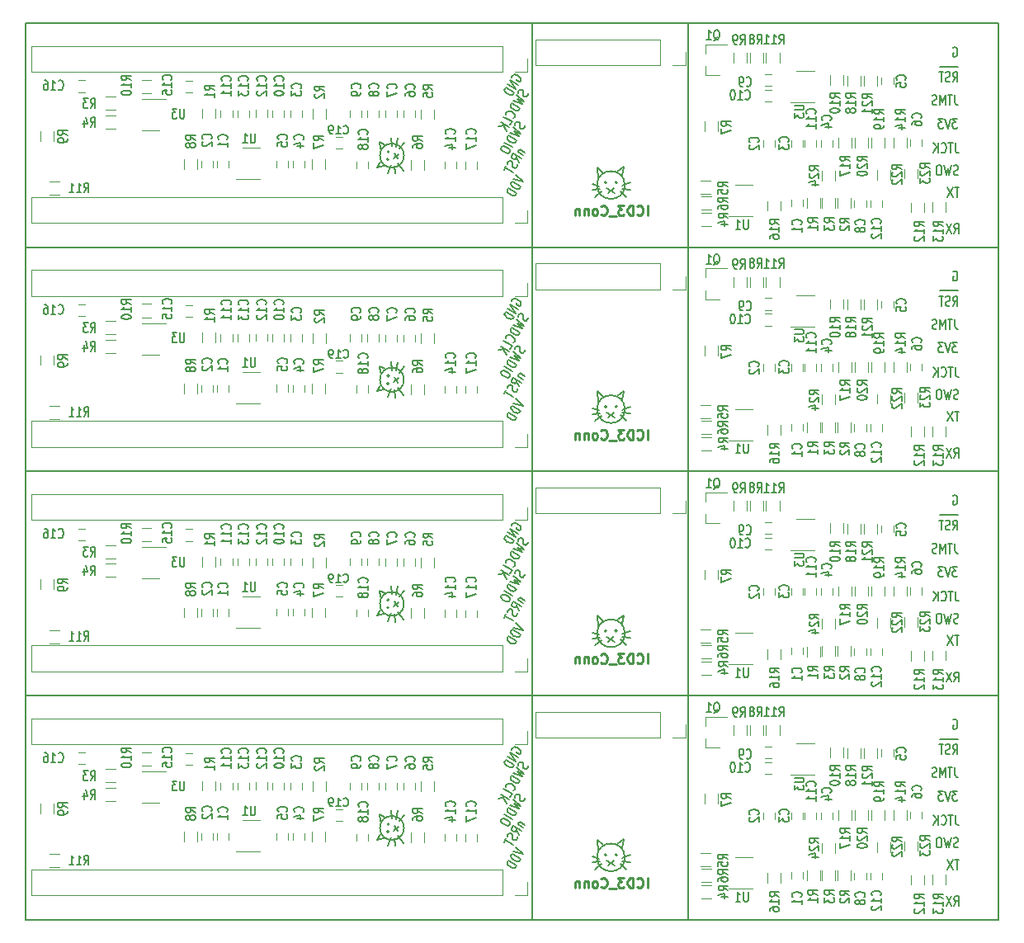
<source format=gbo>
%TF.GenerationSoftware,KiCad,Pcbnew,4.0.7*%
%TF.CreationDate,2017-11-17T14:22:48+08:00*%
%TF.ProjectId,test2,74657374322E6B696361645F70636200,rev?*%
%TF.FileFunction,Legend,Bot*%
%FSLAX46Y46*%
G04 Gerber Fmt 4.6, Leading zero omitted, Abs format (unit mm)*
G04 Created by KiCad (PCBNEW 4.0.7) date 11/17/17 14:22:48*
%MOMM*%
%LPD*%
G01*
G04 APERTURE LIST*
%ADD10C,0.100000*%
%ADD11C,0.200000*%
%ADD12C,0.250000*%
%ADD13C,0.120000*%
%ADD14C,0.153000*%
G04 APERTURE END LIST*
D10*
D11*
X-50000Y23000000D02*
X99800000Y23000000D01*
X99800000Y46000000D02*
X-50000Y46000000D01*
X-50000Y69000000D02*
X99800000Y69000000D01*
X68000000Y92000000D02*
X68000000Y0D01*
X52000000Y92000000D02*
X52000000Y0D01*
X99800000Y92000000D02*
X-50000Y92000000D01*
X99800000Y0D02*
X99800000Y92000000D01*
X-50000Y0D02*
X99800000Y0D01*
X-50000Y92000000D02*
X-50000Y0D01*
X59050000Y5689980D02*
X58369990Y5169990D01*
X58869990Y5959980D02*
X58109990Y5859980D01*
X58809990Y6249970D02*
X58109990Y6459980D01*
X61029980Y5739990D02*
X61629980Y5169990D01*
X61179990Y5999990D02*
X62069980Y5919980D01*
X61209990Y6329980D02*
X62049990Y6619980D01*
X59739990Y5539990D02*
X60299980Y6069990D01*
X59599980Y6039990D02*
X60390000Y5529990D01*
X60676610Y6639990D02*
G75*
G03X60676610Y6639990I-116610J0D01*
G01*
X60676610Y6639990D02*
G75*
G03X60676610Y6639990I-116610J0D01*
G01*
X59596600Y6629980D02*
G75*
G03X59596600Y6629980I-116610J0D01*
G01*
X59596600Y6629980D02*
G75*
G03X59596600Y6629980I-116610J0D01*
G01*
X58629980Y8199980D02*
X58769990Y7069990D01*
X59269990Y7629980D02*
X58629980Y8199980D01*
X61339980Y8239990D02*
X61169980Y7339990D01*
X60639990Y7750000D02*
X61339980Y8239990D01*
X61460000Y6380000D02*
G75*
G03X61460000Y6380000I-1426110J0D01*
G01*
X61460000Y6380000D02*
G75*
G03X61460000Y6380000I-1426110J0D01*
G01*
D12*
X63774270Y3277620D02*
X63774270Y4277610D01*
X62726650Y3372840D02*
X62774270Y3325220D01*
X62774270Y3325220D02*
X62917120Y3277620D01*
X62917120Y3277620D02*
X63012370Y3277620D01*
X63012370Y3277620D02*
X63155220Y3325220D01*
X63155220Y3325220D02*
X63250470Y3420470D01*
X63250470Y3420470D02*
X63298100Y3515690D01*
X63298100Y3515690D02*
X63345700Y3706160D01*
X63345700Y3706160D02*
X63345700Y3849040D01*
X63345700Y3849040D02*
X63298100Y4039510D01*
X63298100Y4039510D02*
X63250470Y4134740D01*
X63250470Y4134740D02*
X63155220Y4229990D01*
X63155220Y4229990D02*
X63012370Y4277610D01*
X63012370Y4277610D02*
X62917120Y4277610D01*
X62917120Y4277610D02*
X62774270Y4229990D01*
X62774270Y4229990D02*
X62726650Y4182360D01*
X62298070Y3277620D02*
X62298070Y4277610D01*
X62298070Y4277610D02*
X62060000Y4277610D01*
X62060000Y4277610D02*
X61917120Y4229990D01*
X61917120Y4229990D02*
X61821900Y4134740D01*
X61821900Y4134740D02*
X61774270Y4039510D01*
X61774270Y4039510D02*
X61726650Y3849040D01*
X61726650Y3849040D02*
X61726650Y3706160D01*
X61726650Y3706160D02*
X61774270Y3515690D01*
X61774270Y3515690D02*
X61821900Y3420470D01*
X61821900Y3420470D02*
X61917120Y3325220D01*
X61917120Y3325220D02*
X62060000Y3277620D01*
X62060000Y3277620D02*
X62298070Y3277620D01*
X61393320Y4277610D02*
X60774280Y4277610D01*
X60774280Y4277610D02*
X61107600Y3896660D01*
X61107600Y3896660D02*
X60964750Y3896660D01*
X60964750Y3896660D02*
X60869500Y3849040D01*
X60869500Y3849040D02*
X60821900Y3801410D01*
X60821900Y3801410D02*
X60774280Y3706160D01*
X60774280Y3706160D02*
X60774280Y3468090D01*
X60774280Y3468090D02*
X60821900Y3372840D01*
X60821900Y3372840D02*
X60869500Y3325220D01*
X60869500Y3325220D02*
X60964750Y3277620D01*
X60964750Y3277620D02*
X61250470Y3277620D01*
X61250470Y3277620D02*
X61345700Y3325220D01*
X61345700Y3325220D02*
X61393320Y3372840D01*
X60583800Y3182370D02*
X59821900Y3182370D01*
X59012380Y3372840D02*
X59059980Y3325220D01*
X59059980Y3325220D02*
X59202850Y3277620D01*
X59202850Y3277620D02*
X59298080Y3277620D01*
X59298080Y3277620D02*
X59440950Y3325220D01*
X59440950Y3325220D02*
X59536180Y3420470D01*
X59536180Y3420470D02*
X59583800Y3515690D01*
X59583800Y3515690D02*
X59631430Y3706160D01*
X59631430Y3706160D02*
X59631430Y3849040D01*
X59631430Y3849040D02*
X59583800Y4039510D01*
X59583800Y4039510D02*
X59536180Y4134740D01*
X59536180Y4134740D02*
X59440950Y4229990D01*
X59440950Y4229990D02*
X59298080Y4277610D01*
X59298080Y4277610D02*
X59202850Y4277610D01*
X59202850Y4277610D02*
X59059980Y4229990D01*
X59059980Y4229990D02*
X59012380Y4182360D01*
X58440930Y3277620D02*
X58536180Y3325220D01*
X58536180Y3325220D02*
X58583800Y3372840D01*
X58583800Y3372840D02*
X58631400Y3468090D01*
X58631400Y3468090D02*
X58631400Y3753790D01*
X58631400Y3753790D02*
X58583800Y3849040D01*
X58583800Y3849040D02*
X58536180Y3896660D01*
X58536180Y3896660D02*
X58440930Y3944260D01*
X58440930Y3944260D02*
X58298080Y3944260D01*
X58298080Y3944260D02*
X58202860Y3896660D01*
X58202860Y3896660D02*
X58155230Y3849040D01*
X58155230Y3849040D02*
X58107610Y3753790D01*
X58107610Y3753790D02*
X58107610Y3468090D01*
X58107610Y3468090D02*
X58155230Y3372840D01*
X58155230Y3372840D02*
X58202860Y3325220D01*
X58202860Y3325220D02*
X58298080Y3277620D01*
X58298080Y3277620D02*
X58440930Y3277620D01*
X57679030Y3944260D02*
X57679030Y3277620D01*
X57679030Y3849040D02*
X57631410Y3896660D01*
X57631410Y3896660D02*
X57536180Y3944260D01*
X57536180Y3944260D02*
X57393330Y3944260D01*
X57393330Y3944260D02*
X57298080Y3896660D01*
X57298080Y3896660D02*
X57250460Y3801410D01*
X57250460Y3801410D02*
X57250460Y3277620D01*
X56774280Y3944260D02*
X56774280Y3277620D01*
X56774280Y3849040D02*
X56726660Y3896660D01*
X56726660Y3896660D02*
X56631410Y3944260D01*
X56631410Y3944260D02*
X56488560Y3944260D01*
X56488560Y3944260D02*
X56393310Y3896660D01*
X56393310Y3896660D02*
X56345710Y3801410D01*
X56345710Y3801410D02*
X56345710Y3277620D01*
D13*
X52319990Y18669990D02*
X52319990Y21329980D01*
X65079980Y18669990D02*
X52319990Y18669990D01*
X65079980Y21329980D02*
X52319990Y21329980D01*
X65079980Y18669990D02*
X65079980Y21329980D01*
X66349980Y18669990D02*
X67679980Y18669990D01*
X67679980Y18669990D02*
X67679980Y19999990D01*
D11*
X59050000Y28689990D02*
X58369990Y28170000D01*
X58869990Y28959990D02*
X58109990Y28859990D01*
X58809990Y29249980D02*
X58109990Y29459990D01*
X61029980Y28740000D02*
X61629980Y28170000D01*
X61179990Y28999990D02*
X62069980Y28919980D01*
X61209990Y29329990D02*
X62049990Y29619980D01*
X59739990Y28540000D02*
X60299980Y29070000D01*
X59599980Y29040000D02*
X60390000Y28529990D01*
X60676610Y29640000D02*
G75*
G03X60676610Y29640000I-116610J0D01*
G01*
X60676610Y29640000D02*
G75*
G03X60676610Y29640000I-116610J0D01*
G01*
X59596600Y29629990D02*
G75*
G03X59596600Y29629990I-116610J0D01*
G01*
X59596600Y29629990D02*
G75*
G03X59596600Y29629990I-116610J0D01*
G01*
X58629980Y31199990D02*
X58769990Y30069990D01*
X59269990Y30629990D02*
X58629980Y31199990D01*
X61339980Y31239990D02*
X61169980Y30340000D01*
X60639990Y30749980D02*
X61339980Y31239990D01*
X61460000Y29379980D02*
G75*
G03X61460000Y29379980I-1426110J0D01*
G01*
X61460000Y29379980D02*
G75*
G03X61460000Y29379980I-1426110J0D01*
G01*
D12*
X63774270Y26277600D02*
X63774270Y27277620D01*
X62726650Y26372850D02*
X62774270Y26325220D01*
X62774270Y26325220D02*
X62917120Y26277600D01*
X62917120Y26277600D02*
X63012370Y26277600D01*
X63012370Y26277600D02*
X63155220Y26325220D01*
X63155220Y26325220D02*
X63250470Y26420470D01*
X63250470Y26420470D02*
X63298100Y26515700D01*
X63298100Y26515700D02*
X63345700Y26706170D01*
X63345700Y26706170D02*
X63345700Y26849040D01*
X63345700Y26849040D02*
X63298100Y27039520D01*
X63298100Y27039520D02*
X63250470Y27134740D01*
X63250470Y27134740D02*
X63155220Y27229990D01*
X63155220Y27229990D02*
X63012370Y27277620D01*
X63012370Y27277620D02*
X62917120Y27277620D01*
X62917120Y27277620D02*
X62774270Y27229990D01*
X62774270Y27229990D02*
X62726650Y27182370D01*
X62298070Y26277600D02*
X62298070Y27277620D01*
X62298070Y27277620D02*
X62060000Y27277620D01*
X62060000Y27277620D02*
X61917120Y27229990D01*
X61917120Y27229990D02*
X61821900Y27134740D01*
X61821900Y27134740D02*
X61774270Y27039520D01*
X61774270Y27039520D02*
X61726650Y26849040D01*
X61726650Y26849040D02*
X61726650Y26706170D01*
X61726650Y26706170D02*
X61774270Y26515700D01*
X61774270Y26515700D02*
X61821900Y26420470D01*
X61821900Y26420470D02*
X61917120Y26325220D01*
X61917120Y26325220D02*
X62060000Y26277600D01*
X62060000Y26277600D02*
X62298070Y26277600D01*
X61393320Y27277620D02*
X60774280Y27277620D01*
X60774280Y27277620D02*
X61107600Y26896640D01*
X61107600Y26896640D02*
X60964750Y26896640D01*
X60964750Y26896640D02*
X60869500Y26849040D01*
X60869500Y26849040D02*
X60821900Y26801420D01*
X60821900Y26801420D02*
X60774280Y26706170D01*
X60774280Y26706170D02*
X60774280Y26468070D01*
X60774280Y26468070D02*
X60821900Y26372850D01*
X60821900Y26372850D02*
X60869500Y26325220D01*
X60869500Y26325220D02*
X60964750Y26277600D01*
X60964750Y26277600D02*
X61250470Y26277600D01*
X61250470Y26277600D02*
X61345700Y26325220D01*
X61345700Y26325220D02*
X61393320Y26372850D01*
X60583800Y26182370D02*
X59821900Y26182370D01*
X59012380Y26372850D02*
X59059980Y26325220D01*
X59059980Y26325220D02*
X59202850Y26277600D01*
X59202850Y26277600D02*
X59298080Y26277600D01*
X59298080Y26277600D02*
X59440950Y26325220D01*
X59440950Y26325220D02*
X59536180Y26420470D01*
X59536180Y26420470D02*
X59583800Y26515700D01*
X59583800Y26515700D02*
X59631430Y26706170D01*
X59631430Y26706170D02*
X59631430Y26849040D01*
X59631430Y26849040D02*
X59583800Y27039520D01*
X59583800Y27039520D02*
X59536180Y27134740D01*
X59536180Y27134740D02*
X59440950Y27229990D01*
X59440950Y27229990D02*
X59298080Y27277620D01*
X59298080Y27277620D02*
X59202850Y27277620D01*
X59202850Y27277620D02*
X59059980Y27229990D01*
X59059980Y27229990D02*
X59012380Y27182370D01*
X58440930Y26277600D02*
X58536180Y26325220D01*
X58536180Y26325220D02*
X58583800Y26372850D01*
X58583800Y26372850D02*
X58631400Y26468070D01*
X58631400Y26468070D02*
X58631400Y26753790D01*
X58631400Y26753790D02*
X58583800Y26849040D01*
X58583800Y26849040D02*
X58536180Y26896640D01*
X58536180Y26896640D02*
X58440930Y26944270D01*
X58440930Y26944270D02*
X58298080Y26944270D01*
X58298080Y26944270D02*
X58202860Y26896640D01*
X58202860Y26896640D02*
X58155230Y26849040D01*
X58155230Y26849040D02*
X58107610Y26753790D01*
X58107610Y26753790D02*
X58107610Y26468070D01*
X58107610Y26468070D02*
X58155230Y26372850D01*
X58155230Y26372850D02*
X58202860Y26325220D01*
X58202860Y26325220D02*
X58298080Y26277600D01*
X58298080Y26277600D02*
X58440930Y26277600D01*
X57679030Y26944270D02*
X57679030Y26277600D01*
X57679030Y26849040D02*
X57631410Y26896640D01*
X57631410Y26896640D02*
X57536180Y26944270D01*
X57536180Y26944270D02*
X57393330Y26944270D01*
X57393330Y26944270D02*
X57298080Y26896640D01*
X57298080Y26896640D02*
X57250460Y26801420D01*
X57250460Y26801420D02*
X57250460Y26277600D01*
X56774280Y26944270D02*
X56774280Y26277600D01*
X56774280Y26849040D02*
X56726660Y26896640D01*
X56726660Y26896640D02*
X56631410Y26944270D01*
X56631410Y26944270D02*
X56488560Y26944270D01*
X56488560Y26944270D02*
X56393310Y26896640D01*
X56393310Y26896640D02*
X56345710Y26801420D01*
X56345710Y26801420D02*
X56345710Y26277600D01*
D13*
X52319990Y41670000D02*
X52319990Y44329990D01*
X65079980Y41670000D02*
X52319990Y41670000D01*
X65079980Y44329990D02*
X52319990Y44329990D01*
X65079980Y41670000D02*
X65079980Y44329990D01*
X66349980Y41670000D02*
X67679980Y41670000D01*
X67679980Y41670000D02*
X67679980Y42999990D01*
D11*
X59050000Y51689990D02*
X58369990Y51169980D01*
X58869990Y51959990D02*
X58109990Y51859990D01*
X58809990Y52249980D02*
X58109990Y52459990D01*
X61029980Y51739980D02*
X61629980Y51169980D01*
X61179990Y52000000D02*
X62069980Y51919990D01*
X61209990Y52329990D02*
X62049990Y52619990D01*
X59739990Y51539980D02*
X60299980Y52070000D01*
X59599980Y52039980D02*
X60390000Y51530000D01*
X60676610Y52639980D02*
G75*
G03X60676610Y52639980I-116610J0D01*
G01*
X60676610Y52639980D02*
G75*
G03X60676610Y52639980I-116610J0D01*
G01*
X59596600Y52629990D02*
G75*
G03X59596600Y52629990I-116610J0D01*
G01*
X59596600Y52629990D02*
G75*
G03X59596600Y52629990I-116610J0D01*
G01*
X58629980Y54199990D02*
X58769990Y53070000D01*
X59269990Y53629990D02*
X58629980Y54199990D01*
X61339980Y54240000D02*
X61169980Y53340000D01*
X60639990Y53749980D02*
X61339980Y54240000D01*
X61460000Y52379980D02*
G75*
G03X61460000Y52379980I-1426110J0D01*
G01*
X61460000Y52379980D02*
G75*
G03X61460000Y52379980I-1426110J0D01*
G01*
D12*
X63774270Y49277600D02*
X63774270Y50277600D01*
X62726650Y49372850D02*
X62774270Y49325230D01*
X62774270Y49325230D02*
X62917120Y49277600D01*
X62917120Y49277600D02*
X63012370Y49277600D01*
X63012370Y49277600D02*
X63155220Y49325230D01*
X63155220Y49325230D02*
X63250470Y49420480D01*
X63250470Y49420480D02*
X63298100Y49515700D01*
X63298100Y49515700D02*
X63345700Y49706170D01*
X63345700Y49706170D02*
X63345700Y49849020D01*
X63345700Y49849020D02*
X63298100Y50039520D01*
X63298100Y50039520D02*
X63250470Y50134750D01*
X63250470Y50134750D02*
X63155220Y50230000D01*
X63155220Y50230000D02*
X63012370Y50277600D01*
X63012370Y50277600D02*
X62917120Y50277600D01*
X62917120Y50277600D02*
X62774270Y50230000D01*
X62774270Y50230000D02*
X62726650Y50182370D01*
X62298070Y49277600D02*
X62298070Y50277600D01*
X62298070Y50277600D02*
X62060000Y50277600D01*
X62060000Y50277600D02*
X61917120Y50230000D01*
X61917120Y50230000D02*
X61821900Y50134750D01*
X61821900Y50134750D02*
X61774270Y50039520D01*
X61774270Y50039520D02*
X61726650Y49849020D01*
X61726650Y49849020D02*
X61726650Y49706170D01*
X61726650Y49706170D02*
X61774270Y49515700D01*
X61774270Y49515700D02*
X61821900Y49420480D01*
X61821900Y49420480D02*
X61917120Y49325230D01*
X61917120Y49325230D02*
X62060000Y49277600D01*
X62060000Y49277600D02*
X62298070Y49277600D01*
X61393320Y50277600D02*
X60774280Y50277600D01*
X60774280Y50277600D02*
X61107600Y49896650D01*
X61107600Y49896650D02*
X60964750Y49896650D01*
X60964750Y49896650D02*
X60869500Y49849020D01*
X60869500Y49849020D02*
X60821900Y49801420D01*
X60821900Y49801420D02*
X60774280Y49706170D01*
X60774280Y49706170D02*
X60774280Y49468070D01*
X60774280Y49468070D02*
X60821900Y49372850D01*
X60821900Y49372850D02*
X60869500Y49325230D01*
X60869500Y49325230D02*
X60964750Y49277600D01*
X60964750Y49277600D02*
X61250470Y49277600D01*
X61250470Y49277600D02*
X61345700Y49325230D01*
X61345700Y49325230D02*
X61393320Y49372850D01*
X60583800Y49182380D02*
X59821900Y49182380D01*
X59012380Y49372850D02*
X59059980Y49325230D01*
X59059980Y49325230D02*
X59202850Y49277600D01*
X59202850Y49277600D02*
X59298080Y49277600D01*
X59298080Y49277600D02*
X59440950Y49325230D01*
X59440950Y49325230D02*
X59536180Y49420480D01*
X59536180Y49420480D02*
X59583800Y49515700D01*
X59583800Y49515700D02*
X59631430Y49706170D01*
X59631430Y49706170D02*
X59631430Y49849020D01*
X59631430Y49849020D02*
X59583800Y50039520D01*
X59583800Y50039520D02*
X59536180Y50134750D01*
X59536180Y50134750D02*
X59440950Y50230000D01*
X59440950Y50230000D02*
X59298080Y50277600D01*
X59298080Y50277600D02*
X59202850Y50277600D01*
X59202850Y50277600D02*
X59059980Y50230000D01*
X59059980Y50230000D02*
X59012380Y50182370D01*
X58440930Y49277600D02*
X58536180Y49325230D01*
X58536180Y49325230D02*
X58583800Y49372850D01*
X58583800Y49372850D02*
X58631400Y49468070D01*
X58631400Y49468070D02*
X58631400Y49753800D01*
X58631400Y49753800D02*
X58583800Y49849020D01*
X58583800Y49849020D02*
X58536180Y49896650D01*
X58536180Y49896650D02*
X58440930Y49944270D01*
X58440930Y49944270D02*
X58298080Y49944270D01*
X58298080Y49944270D02*
X58202860Y49896650D01*
X58202860Y49896650D02*
X58155230Y49849020D01*
X58155230Y49849020D02*
X58107610Y49753800D01*
X58107610Y49753800D02*
X58107610Y49468070D01*
X58107610Y49468070D02*
X58155230Y49372850D01*
X58155230Y49372850D02*
X58202860Y49325230D01*
X58202860Y49325230D02*
X58298080Y49277600D01*
X58298080Y49277600D02*
X58440930Y49277600D01*
X57679030Y49944270D02*
X57679030Y49277600D01*
X57679030Y49849020D02*
X57631410Y49896650D01*
X57631410Y49896650D02*
X57536180Y49944270D01*
X57536180Y49944270D02*
X57393330Y49944270D01*
X57393330Y49944270D02*
X57298080Y49896650D01*
X57298080Y49896650D02*
X57250460Y49801420D01*
X57250460Y49801420D02*
X57250460Y49277600D01*
X56774280Y49944270D02*
X56774280Y49277600D01*
X56774280Y49849020D02*
X56726660Y49896650D01*
X56726660Y49896650D02*
X56631410Y49944270D01*
X56631410Y49944270D02*
X56488560Y49944270D01*
X56488560Y49944270D02*
X56393310Y49896650D01*
X56393310Y49896650D02*
X56345710Y49801420D01*
X56345710Y49801420D02*
X56345710Y49277600D01*
D13*
X52319990Y64669970D02*
X52319990Y67329990D01*
X65079980Y64669970D02*
X52319990Y64669970D01*
X65079980Y67329990D02*
X52319990Y67329990D01*
X65079980Y64669970D02*
X65079980Y67329990D01*
X66349980Y64669970D02*
X67679980Y64669970D01*
X67679980Y64669970D02*
X67679980Y66000000D01*
D11*
X59050000Y74690000D02*
X58369990Y74169980D01*
X58869990Y74960000D02*
X58109990Y74860000D01*
X58809990Y75249990D02*
X58109990Y75460000D01*
X61029980Y74739980D02*
X61629980Y74169980D01*
X61179990Y74999980D02*
X62069980Y74919990D01*
X61209990Y75330000D02*
X62049990Y75619990D01*
X59739990Y74539980D02*
X60299980Y75069980D01*
X59599980Y75039980D02*
X60390000Y74529980D01*
X60676610Y75639980D02*
G75*
G03X60676610Y75639980I-116610J0D01*
G01*
X60676610Y75639980D02*
G75*
G03X60676610Y75639980I-116610J0D01*
G01*
X59596600Y75630000D02*
G75*
G03X59596600Y75630000I-116610J0D01*
G01*
X59596600Y75630000D02*
G75*
G03X59596600Y75630000I-116610J0D01*
G01*
X58629980Y77200000D02*
X58769990Y76069980D01*
X59269990Y76630000D02*
X58629980Y77200000D01*
X61339980Y77239980D02*
X61169980Y76339980D01*
X60639990Y76749990D02*
X61339980Y77239980D01*
X61460000Y75379990D02*
G75*
G03X61460000Y75379990I-1426110J0D01*
G01*
X61460000Y75379990D02*
G75*
G03X61460000Y75379990I-1426110J0D01*
G01*
D12*
X63774270Y72277610D02*
X63774270Y73277600D01*
X62726650Y72372860D02*
X62774270Y72325230D01*
X62774270Y72325230D02*
X62917120Y72277610D01*
X62917120Y72277610D02*
X63012370Y72277610D01*
X63012370Y72277610D02*
X63155220Y72325230D01*
X63155220Y72325230D02*
X63250470Y72420450D01*
X63250470Y72420450D02*
X63298100Y72515700D01*
X63298100Y72515700D02*
X63345700Y72706180D01*
X63345700Y72706180D02*
X63345700Y72849030D01*
X63345700Y72849030D02*
X63298100Y73039500D01*
X63298100Y73039500D02*
X63250470Y73134750D01*
X63250470Y73134750D02*
X63155220Y73229980D01*
X63155220Y73229980D02*
X63012370Y73277600D01*
X63012370Y73277600D02*
X62917120Y73277600D01*
X62917120Y73277600D02*
X62774270Y73229980D01*
X62774270Y73229980D02*
X62726650Y73182380D01*
X62298070Y72277610D02*
X62298070Y73277600D01*
X62298070Y73277600D02*
X62060000Y73277600D01*
X62060000Y73277600D02*
X61917120Y73229980D01*
X61917120Y73229980D02*
X61821900Y73134750D01*
X61821900Y73134750D02*
X61774270Y73039500D01*
X61774270Y73039500D02*
X61726650Y72849030D01*
X61726650Y72849030D02*
X61726650Y72706180D01*
X61726650Y72706180D02*
X61774270Y72515700D01*
X61774270Y72515700D02*
X61821900Y72420450D01*
X61821900Y72420450D02*
X61917120Y72325230D01*
X61917120Y72325230D02*
X62060000Y72277610D01*
X62060000Y72277610D02*
X62298070Y72277610D01*
X61393320Y73277600D02*
X60774280Y73277600D01*
X60774280Y73277600D02*
X61107600Y72896650D01*
X61107600Y72896650D02*
X60964750Y72896650D01*
X60964750Y72896650D02*
X60869500Y72849030D01*
X60869500Y72849030D02*
X60821900Y72801400D01*
X60821900Y72801400D02*
X60774280Y72706180D01*
X60774280Y72706180D02*
X60774280Y72468080D01*
X60774280Y72468080D02*
X60821900Y72372860D01*
X60821900Y72372860D02*
X60869500Y72325230D01*
X60869500Y72325230D02*
X60964750Y72277610D01*
X60964750Y72277610D02*
X61250470Y72277610D01*
X61250470Y72277610D02*
X61345700Y72325230D01*
X61345700Y72325230D02*
X61393320Y72372860D01*
X60583800Y72182360D02*
X59821900Y72182360D01*
X59012380Y72372860D02*
X59059980Y72325230D01*
X59059980Y72325230D02*
X59202850Y72277610D01*
X59202850Y72277610D02*
X59298080Y72277610D01*
X59298080Y72277610D02*
X59440950Y72325230D01*
X59440950Y72325230D02*
X59536180Y72420450D01*
X59536180Y72420450D02*
X59583800Y72515700D01*
X59583800Y72515700D02*
X59631430Y72706180D01*
X59631430Y72706180D02*
X59631430Y72849030D01*
X59631430Y72849030D02*
X59583800Y73039500D01*
X59583800Y73039500D02*
X59536180Y73134750D01*
X59536180Y73134750D02*
X59440950Y73229980D01*
X59440950Y73229980D02*
X59298080Y73277600D01*
X59298080Y73277600D02*
X59202850Y73277600D01*
X59202850Y73277600D02*
X59059980Y73229980D01*
X59059980Y73229980D02*
X59012380Y73182380D01*
X58440930Y72277610D02*
X58536180Y72325230D01*
X58536180Y72325230D02*
X58583800Y72372860D01*
X58583800Y72372860D02*
X58631400Y72468080D01*
X58631400Y72468080D02*
X58631400Y72753800D01*
X58631400Y72753800D02*
X58583800Y72849030D01*
X58583800Y72849030D02*
X58536180Y72896650D01*
X58536180Y72896650D02*
X58440930Y72944280D01*
X58440930Y72944280D02*
X58298080Y72944280D01*
X58298080Y72944280D02*
X58202860Y72896650D01*
X58202860Y72896650D02*
X58155230Y72849030D01*
X58155230Y72849030D02*
X58107610Y72753800D01*
X58107610Y72753800D02*
X58107610Y72468080D01*
X58107610Y72468080D02*
X58155230Y72372860D01*
X58155230Y72372860D02*
X58202860Y72325230D01*
X58202860Y72325230D02*
X58298080Y72277610D01*
X58298080Y72277610D02*
X58440930Y72277610D01*
X57679030Y72944280D02*
X57679030Y72277610D01*
X57679030Y72849030D02*
X57631410Y72896650D01*
X57631410Y72896650D02*
X57536180Y72944280D01*
X57536180Y72944280D02*
X57393330Y72944280D01*
X57393330Y72944280D02*
X57298080Y72896650D01*
X57298080Y72896650D02*
X57250460Y72801400D01*
X57250460Y72801400D02*
X57250460Y72277610D01*
X56774280Y72944280D02*
X56774280Y72277610D01*
X56774280Y72849030D02*
X56726660Y72896650D01*
X56726660Y72896650D02*
X56631410Y72944280D01*
X56631410Y72944280D02*
X56488560Y72944280D01*
X56488560Y72944280D02*
X56393310Y72896650D01*
X56393310Y72896650D02*
X56345710Y72801400D01*
X56345710Y72801400D02*
X56345710Y72277610D01*
D13*
X52319990Y87669980D02*
X52319990Y90329990D01*
X65079980Y87669980D02*
X52319990Y87669980D01*
X65079980Y90329990D02*
X52319990Y90329990D01*
X65079980Y87669980D02*
X65079980Y90329990D01*
X66349980Y87669980D02*
X67679980Y87669980D01*
X67679980Y87669980D02*
X67679980Y89000000D01*
D14*
X95233310Y1397610D02*
X95499990Y1873810D01*
X95690460Y1397610D02*
X95690460Y2397610D01*
X95690460Y2397610D02*
X95385710Y2397610D01*
X95385710Y2397610D02*
X95309510Y2349980D01*
X95309510Y2349980D02*
X95271410Y2302360D01*
X95271410Y2302360D02*
X95233310Y2207130D01*
X95233310Y2207130D02*
X95233310Y2064280D01*
X95233310Y2064280D02*
X95271410Y1969030D01*
X95271410Y1969030D02*
X95309510Y1921410D01*
X95309510Y1921410D02*
X95385710Y1873810D01*
X95385710Y1873810D02*
X95690460Y1873810D01*
X94966660Y2397610D02*
X94433310Y1397610D01*
X94433310Y2397610D02*
X94966660Y1397610D01*
X95759520Y6147610D02*
X95302370Y6147610D01*
X95530950Y5147610D02*
X95530950Y6147610D01*
X95111900Y6147610D02*
X94578550Y5147610D01*
X94578550Y6147610D02*
X95111900Y5147610D01*
X95654750Y7445220D02*
X95540470Y7397600D01*
X95540470Y7397600D02*
X95350000Y7397600D01*
X95350000Y7397600D02*
X95273800Y7445220D01*
X95273800Y7445220D02*
X95235700Y7492850D01*
X95235700Y7492850D02*
X95197600Y7588070D01*
X95197600Y7588070D02*
X95197600Y7683320D01*
X95197600Y7683320D02*
X95235700Y7778550D01*
X95235700Y7778550D02*
X95273800Y7826170D01*
X95273800Y7826170D02*
X95350000Y7873800D01*
X95350000Y7873800D02*
X95502370Y7921420D01*
X95502370Y7921420D02*
X95578550Y7969050D01*
X95578550Y7969050D02*
X95616650Y8016650D01*
X95616650Y8016650D02*
X95654750Y8111900D01*
X95654750Y8111900D02*
X95654750Y8207120D01*
X95654750Y8207120D02*
X95616650Y8302370D01*
X95616650Y8302370D02*
X95578550Y8350000D01*
X95578550Y8350000D02*
X95502370Y8397600D01*
X95502370Y8397600D02*
X95311900Y8397600D01*
X95311900Y8397600D02*
X95197600Y8350000D01*
X94930950Y8397600D02*
X94740480Y7397600D01*
X94740480Y7397600D02*
X94588080Y8111900D01*
X94588080Y8111900D02*
X94435700Y7397600D01*
X94435700Y7397600D02*
X94245230Y8397600D01*
X93788080Y8397600D02*
X93635700Y8397600D01*
X93635700Y8397600D02*
X93559500Y8350000D01*
X93559500Y8350000D02*
X93483330Y8254750D01*
X93483330Y8254750D02*
X93445230Y8064270D01*
X93445230Y8064270D02*
X93445230Y7730950D01*
X93445230Y7730950D02*
X93483330Y7540470D01*
X93483330Y7540470D02*
X93559500Y7445220D01*
X93559500Y7445220D02*
X93635700Y7397600D01*
X93635700Y7397600D02*
X93788080Y7397600D01*
X93788080Y7397600D02*
X93864280Y7445220D01*
X93864280Y7445220D02*
X93940450Y7540470D01*
X93940450Y7540470D02*
X93978550Y7730950D01*
X93978550Y7730950D02*
X93978550Y8064270D01*
X93978550Y8064270D02*
X93940450Y8254750D01*
X93940450Y8254750D02*
X93864280Y8350000D01*
X93864280Y8350000D02*
X93788080Y8397600D01*
X95390460Y10697620D02*
X95390460Y9983320D01*
X95390460Y9983320D02*
X95428560Y9840470D01*
X95428560Y9840470D02*
X95504760Y9745220D01*
X95504760Y9745220D02*
X95619040Y9697620D01*
X95619040Y9697620D02*
X95695240Y9697620D01*
X95123790Y10697620D02*
X94666660Y10697620D01*
X94895210Y9697620D02*
X94895210Y10697620D01*
X93942840Y9792840D02*
X93980940Y9745220D01*
X93980940Y9745220D02*
X94095210Y9697620D01*
X94095210Y9697620D02*
X94171410Y9697620D01*
X94171410Y9697620D02*
X94285690Y9745220D01*
X94285690Y9745220D02*
X94361890Y9840470D01*
X94361890Y9840470D02*
X94399990Y9935690D01*
X94399990Y9935690D02*
X94438090Y10126170D01*
X94438090Y10126170D02*
X94438090Y10269040D01*
X94438090Y10269040D02*
X94399990Y10459520D01*
X94399990Y10459520D02*
X94361890Y10554740D01*
X94361890Y10554740D02*
X94285690Y10649990D01*
X94285690Y10649990D02*
X94171410Y10697620D01*
X94171410Y10697620D02*
X94095210Y10697620D01*
X94095210Y10697620D02*
X93980940Y10649990D01*
X93980940Y10649990D02*
X93942840Y10602370D01*
X93599990Y9697620D02*
X93599990Y10697620D01*
X93142840Y9697620D02*
X93485690Y10269040D01*
X93142840Y10697620D02*
X93599990Y10126170D01*
X95590460Y13197610D02*
X95095240Y13197610D01*
X95095240Y13197610D02*
X95361890Y12816660D01*
X95361890Y12816660D02*
X95247610Y12816660D01*
X95247610Y12816660D02*
X95171410Y12769040D01*
X95171410Y12769040D02*
X95133310Y12721410D01*
X95133310Y12721410D02*
X95095240Y12626190D01*
X95095240Y12626190D02*
X95095240Y12388090D01*
X95095240Y12388090D02*
X95133310Y12292840D01*
X95133310Y12292840D02*
X95171410Y12245210D01*
X95171410Y12245210D02*
X95247610Y12197610D01*
X95247610Y12197610D02*
X95476190Y12197610D01*
X95476190Y12197610D02*
X95552360Y12245210D01*
X95552360Y12245210D02*
X95590460Y12292840D01*
X94866660Y13197610D02*
X94599990Y12197610D01*
X94599990Y12197610D02*
X94333310Y13197610D01*
X94142840Y13197610D02*
X93647620Y13197610D01*
X93647620Y13197610D02*
X93914260Y12816660D01*
X93914260Y12816660D02*
X93799990Y12816660D01*
X93799990Y12816660D02*
X93723790Y12769040D01*
X93723790Y12769040D02*
X93685690Y12721410D01*
X93685690Y12721410D02*
X93647620Y12626190D01*
X93647620Y12626190D02*
X93647620Y12388090D01*
X93647620Y12388090D02*
X93685690Y12292840D01*
X93685690Y12292840D02*
X93723790Y12245210D01*
X93723790Y12245210D02*
X93799990Y12197610D01*
X93799990Y12197610D02*
X94028560Y12197610D01*
X94028560Y12197610D02*
X94104740Y12245210D01*
X94104740Y12245210D02*
X94142840Y12292840D01*
X95328560Y15597610D02*
X95328560Y14883310D01*
X95328560Y14883310D02*
X95366660Y14740460D01*
X95366660Y14740460D02*
X95442840Y14645230D01*
X95442840Y14645230D02*
X95557140Y14597610D01*
X95557140Y14597610D02*
X95633310Y14597610D01*
X95061890Y15597610D02*
X94604740Y15597610D01*
X94833310Y14597610D02*
X94833310Y15597610D01*
X94338090Y14597610D02*
X94338090Y15597610D01*
X94338090Y15597610D02*
X94071410Y14883310D01*
X94071410Y14883310D02*
X93804740Y15597610D01*
X93804740Y15597610D02*
X93804740Y14597610D01*
X93461890Y14645230D02*
X93347620Y14597610D01*
X93347620Y14597610D02*
X93157140Y14597610D01*
X93157140Y14597610D02*
X93080940Y14645230D01*
X93080940Y14645230D02*
X93042840Y14692830D01*
X93042840Y14692830D02*
X93004740Y14788080D01*
X93004740Y14788080D02*
X93004740Y14883310D01*
X93004740Y14883310D02*
X93042840Y14978560D01*
X93042840Y14978560D02*
X93080940Y15026180D01*
X93080940Y15026180D02*
X93157140Y15073810D01*
X93157140Y15073810D02*
X93309520Y15121410D01*
X93309520Y15121410D02*
X93385690Y15169030D01*
X93385690Y15169030D02*
X93423790Y15216660D01*
X93423790Y15216660D02*
X93461890Y15311880D01*
X93461890Y15311880D02*
X93461890Y15407130D01*
X93461890Y15407130D02*
X93423790Y15502360D01*
X93423790Y15502360D02*
X93385690Y15549980D01*
X93385690Y15549980D02*
X93309520Y15597610D01*
X93309520Y15597610D02*
X93119040Y15597610D01*
X93119040Y15597610D02*
X93004740Y15549980D01*
X95614260Y18528870D02*
X95004740Y18528870D01*
X95004740Y18528870D02*
X94395210Y18528870D01*
X94395210Y18528870D02*
X93785690Y18528870D01*
X95138090Y16971110D02*
X95404740Y17447290D01*
X95595240Y16971110D02*
X95595240Y17971110D01*
X95595240Y17971110D02*
X95290460Y17971110D01*
X95290460Y17971110D02*
X95214260Y17923480D01*
X95214260Y17923480D02*
X95176190Y17875860D01*
X95176190Y17875860D02*
X95138090Y17780640D01*
X95138090Y17780640D02*
X95138090Y17637790D01*
X95138090Y17637790D02*
X95176190Y17542540D01*
X95176190Y17542540D02*
X95214260Y17494910D01*
X95214260Y17494910D02*
X95290460Y17447290D01*
X95290460Y17447290D02*
X95595240Y17447290D01*
X94833310Y17018740D02*
X94719040Y16971110D01*
X94719040Y16971110D02*
X94528560Y16971110D01*
X94528560Y16971110D02*
X94452360Y17018740D01*
X94452360Y17018740D02*
X94414260Y17066340D01*
X94414260Y17066340D02*
X94376190Y17161590D01*
X94376190Y17161590D02*
X94376190Y17256810D01*
X94376190Y17256810D02*
X94414260Y17352060D01*
X94414260Y17352060D02*
X94452360Y17399690D01*
X94452360Y17399690D02*
X94528560Y17447290D01*
X94528560Y17447290D02*
X94680940Y17494910D01*
X94680940Y17494910D02*
X94757140Y17542540D01*
X94757140Y17542540D02*
X94795210Y17590160D01*
X94795210Y17590160D02*
X94833310Y17685390D01*
X94833310Y17685390D02*
X94833310Y17780640D01*
X94833310Y17780640D02*
X94795210Y17875860D01*
X94795210Y17875860D02*
X94757140Y17923480D01*
X94757140Y17923480D02*
X94680940Y17971110D01*
X94680940Y17971110D02*
X94490460Y17971110D01*
X94490460Y17971110D02*
X94376190Y17923480D01*
X94147610Y17971110D02*
X93690470Y17971110D01*
X93919040Y16971110D02*
X93919040Y17971110D01*
X95140480Y20499980D02*
X95216650Y20547610D01*
X95216650Y20547610D02*
X95330950Y20547610D01*
X95330950Y20547610D02*
X95445220Y20499980D01*
X95445220Y20499980D02*
X95521420Y20404760D01*
X95521420Y20404760D02*
X95559500Y20309510D01*
X95559500Y20309510D02*
X95597600Y20119040D01*
X95597600Y20119040D02*
X95597600Y19976190D01*
X95597600Y19976190D02*
X95559500Y19785710D01*
X95559500Y19785710D02*
X95521420Y19690460D01*
X95521420Y19690460D02*
X95445220Y19595240D01*
X95445220Y19595240D02*
X95330950Y19547610D01*
X95330950Y19547610D02*
X95254750Y19547610D01*
X95254750Y19547610D02*
X95140480Y19595240D01*
X95140480Y19595240D02*
X95102380Y19642840D01*
X95102380Y19642840D02*
X95102380Y19976190D01*
X95102380Y19976190D02*
X95254750Y19976190D01*
D13*
X83045000Y6859980D02*
X83045000Y7859980D01*
X81684980Y7859980D02*
X81684980Y6859980D01*
X90119990Y8039990D02*
X90119990Y7039990D01*
X91479980Y7039990D02*
X91479980Y8039990D01*
X88699980Y6929980D02*
X88699980Y7929980D01*
X87339980Y7929980D02*
X87339980Y6929980D01*
X84289980Y17599990D02*
X84289980Y16599990D01*
X85649990Y16599990D02*
X85649990Y17599990D01*
X83341590Y11209990D02*
X83341590Y10209990D01*
X84701580Y10209990D02*
X84701580Y11209990D01*
X85020000Y4829990D02*
X85020000Y4129990D01*
X86220000Y4129990D02*
X86220000Y4829990D01*
X91962200Y10360000D02*
X91962200Y11060000D01*
X90762180Y11060000D02*
X90762180Y10360000D01*
X89000000Y16749980D02*
X89000000Y17449980D01*
X87799980Y17449980D02*
X87799980Y16749980D01*
X82792800Y10300590D02*
X82792800Y11000590D01*
X81592780Y11000590D02*
X81592780Y10300590D01*
X76089990Y4749980D02*
X76089990Y3749980D01*
X77449980Y3749980D02*
X77449980Y4749980D01*
X94360900Y3603830D02*
X94360900Y4603830D01*
X93000910Y4603830D02*
X93000910Y3603830D01*
X90843580Y4572990D02*
X90843580Y3572990D01*
X92203570Y3572990D02*
X92203570Y4572990D01*
X72769980Y6389980D02*
X74569980Y6389980D01*
X74569980Y3170000D02*
X72120000Y3170000D01*
X87369980Y16599990D02*
X87369980Y17599990D01*
X86009990Y17599990D02*
X86009990Y16599990D01*
X86428780Y10209990D02*
X86428780Y11209990D01*
X85068790Y11209990D02*
X85068790Y10209990D01*
X86719790Y11209990D02*
X86719790Y10209990D01*
X88079780Y10209990D02*
X88079780Y11209990D01*
X90409980Y10209990D02*
X90409980Y11209990D01*
X89049990Y11209990D02*
X89049990Y10209990D01*
X77316180Y18936590D02*
X77316180Y19936590D01*
X75956190Y19936590D02*
X75956190Y18936590D01*
X83850000Y16669990D02*
X83850000Y17669990D01*
X82489980Y17669990D02*
X82489980Y16669990D01*
X72603390Y19936590D02*
X72603390Y18936590D01*
X73963380Y18936590D02*
X73963380Y19936590D01*
X75639780Y18936590D02*
X75639780Y19936590D01*
X74279790Y19936590D02*
X74279790Y18936590D01*
X70985580Y11891190D02*
X70985580Y12891190D01*
X69625590Y12891190D02*
X69625590Y11891190D01*
X70290590Y5180790D02*
X69290590Y5180790D01*
X69290590Y3820800D02*
X70290590Y3820800D01*
X69266590Y5446400D02*
X70266590Y5446400D01*
X70266590Y6806390D02*
X69266590Y6806390D01*
X70290590Y3504390D02*
X69290590Y3504390D01*
X69290590Y2144400D02*
X70290590Y2144400D01*
X83045000Y4039590D02*
X83045000Y5039590D01*
X81684980Y5039590D02*
X81684980Y4039590D01*
X84645200Y4039590D02*
X84645200Y5039590D01*
X83285180Y5039590D02*
X83285180Y4039590D01*
X81470200Y4014190D02*
X81470200Y5014190D01*
X80110180Y5014190D02*
X80110180Y4014190D01*
X69739990Y17669990D02*
X69739990Y18599990D01*
X69739990Y20829980D02*
X69739990Y19899990D01*
X69739990Y20829980D02*
X71899980Y20829980D01*
X69739990Y17669990D02*
X71199980Y17669990D01*
X81089980Y10290000D02*
X81089980Y10990000D01*
X79889990Y10990000D02*
X79889990Y10290000D01*
X76492580Y17762400D02*
X75792580Y17762400D01*
X75792580Y16562370D02*
X76492580Y16562370D01*
X78509980Y10999980D02*
X78509980Y10299980D01*
X79709980Y10299980D02*
X79709980Y10999980D01*
X76849990Y10290000D02*
X76849990Y10990000D01*
X75649990Y10990000D02*
X75649990Y10290000D01*
X79713790Y4189580D02*
X79713790Y4889580D01*
X78513790Y4889580D02*
X78513790Y4189580D01*
X86639980Y4829990D02*
X86639980Y4129990D01*
X87839980Y4129990D02*
X87839980Y4829990D01*
X76492580Y16162200D02*
X75792580Y16162200D01*
X75792580Y14962170D02*
X76492580Y14962170D01*
X79079980Y18080000D02*
X80879980Y18080000D01*
X80879980Y14859990D02*
X78429990Y14859990D01*
D14*
X81367380Y7874280D02*
X80891180Y8140930D01*
X81367380Y8331430D02*
X80367380Y8331430D01*
X80367380Y8331430D02*
X80367380Y8026650D01*
X80367380Y8026650D02*
X80414980Y7950450D01*
X80414980Y7950450D02*
X80462600Y7912380D01*
X80462600Y7912380D02*
X80557850Y7874280D01*
X80557850Y7874280D02*
X80700700Y7874280D01*
X80700700Y7874280D02*
X80795930Y7912380D01*
X80795930Y7912380D02*
X80843550Y7950450D01*
X80843550Y7950450D02*
X80891180Y8026650D01*
X80891180Y8026650D02*
X80891180Y8331430D01*
X80462600Y7569500D02*
X80414980Y7531400D01*
X80414980Y7531400D02*
X80367380Y7455230D01*
X80367380Y7455230D02*
X80367380Y7264760D01*
X80367380Y7264760D02*
X80414980Y7188560D01*
X80414980Y7188560D02*
X80462600Y7150460D01*
X80462600Y7150460D02*
X80557850Y7112360D01*
X80557850Y7112360D02*
X80653080Y7112360D01*
X80653080Y7112360D02*
X80795930Y7150460D01*
X80795930Y7150460D02*
X81367380Y7607600D01*
X81367380Y7607600D02*
X81367380Y7112360D01*
X80700700Y6426660D02*
X81367380Y6426660D01*
X80319750Y6617130D02*
X81034030Y6807610D01*
X81034030Y6807610D02*
X81034030Y6312360D01*
X92742360Y8114280D02*
X92266190Y8380930D01*
X92742360Y8571410D02*
X91742360Y8571410D01*
X91742360Y8571410D02*
X91742360Y8266660D01*
X91742360Y8266660D02*
X91789990Y8190460D01*
X91789990Y8190460D02*
X91837610Y8152360D01*
X91837610Y8152360D02*
X91932840Y8114280D01*
X91932840Y8114280D02*
X92075710Y8114280D01*
X92075710Y8114280D02*
X92170940Y8152360D01*
X92170940Y8152360D02*
X92218560Y8190460D01*
X92218560Y8190460D02*
X92266190Y8266660D01*
X92266190Y8266660D02*
X92266190Y8571410D01*
X91837610Y7809510D02*
X91789990Y7771410D01*
X91789990Y7771410D02*
X91742360Y7695230D01*
X91742360Y7695230D02*
X91742360Y7504760D01*
X91742360Y7504760D02*
X91789990Y7428560D01*
X91789990Y7428560D02*
X91837610Y7390460D01*
X91837610Y7390460D02*
X91932840Y7352360D01*
X91932840Y7352360D02*
X92028090Y7352360D01*
X92028090Y7352360D02*
X92170940Y7390460D01*
X92170940Y7390460D02*
X92742360Y7847610D01*
X92742360Y7847610D02*
X92742360Y7352360D01*
X91742360Y7085710D02*
X91742360Y6590460D01*
X91742360Y6590460D02*
X92123310Y6857140D01*
X92123310Y6857140D02*
X92123310Y6742840D01*
X92123310Y6742840D02*
X92170940Y6666660D01*
X92170940Y6666660D02*
X92218560Y6628560D01*
X92218560Y6628560D02*
X92313790Y6590460D01*
X92313790Y6590460D02*
X92551890Y6590460D01*
X92551890Y6590460D02*
X92647140Y6628560D01*
X92647140Y6628560D02*
X92694760Y6666660D01*
X92694760Y6666660D02*
X92742360Y6742840D01*
X92742360Y6742840D02*
X92742360Y6971410D01*
X92742360Y6971410D02*
X92694760Y7047610D01*
X92694760Y7047610D02*
X92647140Y7085710D01*
X89852370Y8014280D02*
X89376170Y8280930D01*
X89852370Y8471410D02*
X88852380Y8471410D01*
X88852380Y8471410D02*
X88852380Y8166660D01*
X88852380Y8166660D02*
X88900000Y8090460D01*
X88900000Y8090460D02*
X88947600Y8052360D01*
X88947600Y8052360D02*
X89042850Y8014280D01*
X89042850Y8014280D02*
X89185700Y8014280D01*
X89185700Y8014280D02*
X89280950Y8052360D01*
X89280950Y8052360D02*
X89328550Y8090460D01*
X89328550Y8090460D02*
X89376170Y8166660D01*
X89376170Y8166660D02*
X89376170Y8471410D01*
X88947600Y7709510D02*
X88900000Y7671410D01*
X88900000Y7671410D02*
X88852380Y7595240D01*
X88852380Y7595240D02*
X88852380Y7404760D01*
X88852380Y7404760D02*
X88900000Y7328560D01*
X88900000Y7328560D02*
X88947600Y7290460D01*
X88947600Y7290460D02*
X89042850Y7252360D01*
X89042850Y7252360D02*
X89138070Y7252360D01*
X89138070Y7252360D02*
X89280950Y7290460D01*
X89280950Y7290460D02*
X89852370Y7747610D01*
X89852370Y7747610D02*
X89852370Y7252360D01*
X88947600Y6947610D02*
X88900000Y6909510D01*
X88900000Y6909510D02*
X88852380Y6833310D01*
X88852380Y6833310D02*
X88852380Y6642840D01*
X88852380Y6642840D02*
X88900000Y6566660D01*
X88900000Y6566660D02*
X88947600Y6528560D01*
X88947600Y6528560D02*
X89042850Y6490460D01*
X89042850Y6490460D02*
X89138070Y6490460D01*
X89138070Y6490460D02*
X89280950Y6528560D01*
X89280950Y6528560D02*
X89852370Y6985710D01*
X89852370Y6985710D02*
X89852370Y6490460D01*
X85152360Y15314270D02*
X84676180Y15580940D01*
X85152360Y15771420D02*
X84152360Y15771420D01*
X84152360Y15771420D02*
X84152360Y15466640D01*
X84152360Y15466640D02*
X84199980Y15390470D01*
X84199980Y15390470D02*
X84247610Y15352370D01*
X84247610Y15352370D02*
X84342830Y15314270D01*
X84342830Y15314270D02*
X84485710Y15314270D01*
X84485710Y15314270D02*
X84580930Y15352370D01*
X84580930Y15352370D02*
X84628560Y15390470D01*
X84628560Y15390470D02*
X84676180Y15466640D01*
X84676180Y15466640D02*
X84676180Y15771420D01*
X85152360Y14552370D02*
X85152360Y15009520D01*
X85152360Y14780950D02*
X84152360Y14780950D01*
X84152360Y14780950D02*
X84295230Y14857120D01*
X84295230Y14857120D02*
X84390460Y14933320D01*
X84390460Y14933320D02*
X84438080Y15009520D01*
X84580930Y14095220D02*
X84533310Y14171420D01*
X84533310Y14171420D02*
X84485710Y14209520D01*
X84485710Y14209520D02*
X84390460Y14247600D01*
X84390460Y14247600D02*
X84342830Y14247600D01*
X84342830Y14247600D02*
X84247610Y14209520D01*
X84247610Y14209520D02*
X84199980Y14171420D01*
X84199980Y14171420D02*
X84152360Y14095220D01*
X84152360Y14095220D02*
X84152360Y13942850D01*
X84152360Y13942850D02*
X84199980Y13866650D01*
X84199980Y13866650D02*
X84247610Y13828550D01*
X84247610Y13828550D02*
X84342830Y13790470D01*
X84342830Y13790470D02*
X84390460Y13790470D01*
X84390460Y13790470D02*
X84485710Y13828550D01*
X84485710Y13828550D02*
X84533310Y13866650D01*
X84533310Y13866650D02*
X84580930Y13942850D01*
X84580930Y13942850D02*
X84580930Y14095220D01*
X84580930Y14095220D02*
X84628560Y14171420D01*
X84628560Y14171420D02*
X84676180Y14209520D01*
X84676180Y14209520D02*
X84771410Y14247600D01*
X84771410Y14247600D02*
X84961880Y14247600D01*
X84961880Y14247600D02*
X85057130Y14209520D01*
X85057130Y14209520D02*
X85104760Y14171420D01*
X85104760Y14171420D02*
X85152360Y14095220D01*
X85152360Y14095220D02*
X85152360Y13942850D01*
X85152360Y13942850D02*
X85104760Y13866650D01*
X85104760Y13866650D02*
X85057130Y13828550D01*
X85057130Y13828550D02*
X84961880Y13790470D01*
X84961880Y13790470D02*
X84771410Y13790470D01*
X84771410Y13790470D02*
X84676180Y13828550D01*
X84676180Y13828550D02*
X84628560Y13866650D01*
X84628560Y13866650D02*
X84580930Y13942850D01*
X84552360Y8864270D02*
X84076180Y9130940D01*
X84552360Y9321420D02*
X83552360Y9321420D01*
X83552360Y9321420D02*
X83552360Y9016640D01*
X83552360Y9016640D02*
X83599990Y8940470D01*
X83599990Y8940470D02*
X83647610Y8902370D01*
X83647610Y8902370D02*
X83742830Y8864270D01*
X83742830Y8864270D02*
X83885710Y8864270D01*
X83885710Y8864270D02*
X83980930Y8902370D01*
X83980930Y8902370D02*
X84028560Y8940470D01*
X84028560Y8940470D02*
X84076180Y9016640D01*
X84076180Y9016640D02*
X84076180Y9321420D01*
X84552360Y8102370D02*
X84552360Y8559520D01*
X84552360Y8330950D02*
X83552360Y8330950D01*
X83552360Y8330950D02*
X83695240Y8407120D01*
X83695240Y8407120D02*
X83790460Y8483320D01*
X83790460Y8483320D02*
X83838080Y8559520D01*
X83552360Y7835700D02*
X83552360Y7302370D01*
X83552360Y7302370D02*
X84552360Y7645220D01*
X86007120Y2333320D02*
X86054740Y2371420D01*
X86054740Y2371420D02*
X86102370Y2485690D01*
X86102370Y2485690D02*
X86102370Y2561890D01*
X86102370Y2561890D02*
X86054740Y2676170D01*
X86054740Y2676170D02*
X85959520Y2752370D01*
X85959520Y2752370D02*
X85864270Y2790470D01*
X85864270Y2790470D02*
X85673790Y2828570D01*
X85673790Y2828570D02*
X85530940Y2828570D01*
X85530940Y2828570D02*
X85340470Y2790470D01*
X85340470Y2790470D02*
X85245220Y2752370D01*
X85245220Y2752370D02*
X85149990Y2676170D01*
X85149990Y2676170D02*
X85102370Y2561890D01*
X85102370Y2561890D02*
X85102370Y2485690D01*
X85102370Y2485690D02*
X85149990Y2371420D01*
X85149990Y2371420D02*
X85197590Y2333320D01*
X85530940Y1876170D02*
X85483320Y1952370D01*
X85483320Y1952370D02*
X85435690Y1990470D01*
X85435690Y1990470D02*
X85340470Y2028550D01*
X85340470Y2028550D02*
X85292840Y2028550D01*
X85292840Y2028550D02*
X85197590Y1990470D01*
X85197590Y1990470D02*
X85149990Y1952370D01*
X85149990Y1952370D02*
X85102370Y1876170D01*
X85102370Y1876170D02*
X85102370Y1723800D01*
X85102370Y1723800D02*
X85149990Y1647600D01*
X85149990Y1647600D02*
X85197590Y1609520D01*
X85197590Y1609520D02*
X85292840Y1571420D01*
X85292840Y1571420D02*
X85340470Y1571420D01*
X85340470Y1571420D02*
X85435690Y1609520D01*
X85435690Y1609520D02*
X85483320Y1647600D01*
X85483320Y1647600D02*
X85530940Y1723800D01*
X85530940Y1723800D02*
X85530940Y1876170D01*
X85530940Y1876170D02*
X85578570Y1952370D01*
X85578570Y1952370D02*
X85626170Y1990470D01*
X85626170Y1990470D02*
X85721420Y2028550D01*
X85721420Y2028550D02*
X85911890Y2028550D01*
X85911890Y2028550D02*
X86007120Y1990470D01*
X86007120Y1990470D02*
X86054740Y1952370D01*
X86054740Y1952370D02*
X86102370Y1876170D01*
X86102370Y1876170D02*
X86102370Y1723800D01*
X86102370Y1723800D02*
X86054740Y1647600D01*
X86054740Y1647600D02*
X86007120Y1609520D01*
X86007120Y1609520D02*
X85911890Y1571420D01*
X85911890Y1571420D02*
X85721420Y1571420D01*
X85721420Y1571420D02*
X85626170Y1609520D01*
X85626170Y1609520D02*
X85578570Y1647600D01*
X85578570Y1647600D02*
X85530940Y1723800D01*
X91807130Y13233320D02*
X91854760Y13271420D01*
X91854760Y13271420D02*
X91902360Y13385700D01*
X91902360Y13385700D02*
X91902360Y13461900D01*
X91902360Y13461900D02*
X91854760Y13576170D01*
X91854760Y13576170D02*
X91759510Y13652370D01*
X91759510Y13652370D02*
X91664280Y13690470D01*
X91664280Y13690470D02*
X91473810Y13728550D01*
X91473810Y13728550D02*
X91330930Y13728550D01*
X91330930Y13728550D02*
X91140460Y13690470D01*
X91140460Y13690470D02*
X91045230Y13652370D01*
X91045230Y13652370D02*
X90949980Y13576170D01*
X90949980Y13576170D02*
X90902360Y13461900D01*
X90902360Y13461900D02*
X90902360Y13385700D01*
X90902360Y13385700D02*
X90949980Y13271420D01*
X90949980Y13271420D02*
X90997610Y13233320D01*
X90902360Y12547600D02*
X90902360Y12700000D01*
X90902360Y12700000D02*
X90949980Y12776170D01*
X90949980Y12776170D02*
X90997610Y12814270D01*
X90997610Y12814270D02*
X91140460Y12890470D01*
X91140460Y12890470D02*
X91330930Y12928550D01*
X91330930Y12928550D02*
X91711880Y12928550D01*
X91711880Y12928550D02*
X91807130Y12890470D01*
X91807130Y12890470D02*
X91854760Y12852370D01*
X91854760Y12852370D02*
X91902360Y12776170D01*
X91902360Y12776170D02*
X91902360Y12623800D01*
X91902360Y12623800D02*
X91854760Y12547600D01*
X91854760Y12547600D02*
X91807130Y12509500D01*
X91807130Y12509500D02*
X91711880Y12471430D01*
X91711880Y12471430D02*
X91473810Y12471430D01*
X91473810Y12471430D02*
X91378560Y12509500D01*
X91378560Y12509500D02*
X91330930Y12547600D01*
X91330930Y12547600D02*
X91283330Y12623800D01*
X91283330Y12623800D02*
X91283330Y12776170D01*
X91283330Y12776170D02*
X91330930Y12852370D01*
X91330930Y12852370D02*
X91378560Y12890470D01*
X91378560Y12890470D02*
X91473810Y12928550D01*
X90207130Y17183330D02*
X90254760Y17221400D01*
X90254760Y17221400D02*
X90302360Y17335700D01*
X90302360Y17335700D02*
X90302360Y17411900D01*
X90302360Y17411900D02*
X90254760Y17526180D01*
X90254760Y17526180D02*
X90159510Y17602380D01*
X90159510Y17602380D02*
X90064290Y17640450D01*
X90064290Y17640450D02*
X89873790Y17678550D01*
X89873790Y17678550D02*
X89730940Y17678550D01*
X89730940Y17678550D02*
X89540460Y17640450D01*
X89540460Y17640450D02*
X89445240Y17602380D01*
X89445240Y17602380D02*
X89349990Y17526180D01*
X89349990Y17526180D02*
X89302360Y17411900D01*
X89302360Y17411900D02*
X89302360Y17335700D01*
X89302360Y17335700D02*
X89349990Y17221400D01*
X89349990Y17221400D02*
X89397610Y17183330D01*
X89302360Y16459500D02*
X89302360Y16840450D01*
X89302360Y16840450D02*
X89778560Y16878550D01*
X89778560Y16878550D02*
X89730940Y16840450D01*
X89730940Y16840450D02*
X89683310Y16764280D01*
X89683310Y16764280D02*
X89683310Y16573800D01*
X89683310Y16573800D02*
X89730940Y16497600D01*
X89730940Y16497600D02*
X89778560Y16459500D01*
X89778560Y16459500D02*
X89873790Y16421400D01*
X89873790Y16421400D02*
X90111880Y16421400D01*
X90111880Y16421400D02*
X90207130Y16459500D01*
X90207130Y16459500D02*
X90254760Y16497600D01*
X90254760Y16497600D02*
X90302360Y16573800D01*
X90302360Y16573800D02*
X90302360Y16764280D01*
X90302360Y16764280D02*
X90254760Y16840450D01*
X90254760Y16840450D02*
X90207130Y16878550D01*
X82557140Y13033320D02*
X82604740Y13071420D01*
X82604740Y13071420D02*
X82652360Y13185700D01*
X82652360Y13185700D02*
X82652360Y13261900D01*
X82652360Y13261900D02*
X82604740Y13376170D01*
X82604740Y13376170D02*
X82509510Y13452370D01*
X82509510Y13452370D02*
X82414260Y13490470D01*
X82414260Y13490470D02*
X82223790Y13528550D01*
X82223790Y13528550D02*
X82080940Y13528550D01*
X82080940Y13528550D02*
X81890460Y13490470D01*
X81890460Y13490470D02*
X81795210Y13452370D01*
X81795210Y13452370D02*
X81699990Y13376170D01*
X81699990Y13376170D02*
X81652360Y13261900D01*
X81652360Y13261900D02*
X81652360Y13185700D01*
X81652360Y13185700D02*
X81699990Y13071420D01*
X81699990Y13071420D02*
X81747610Y13033320D01*
X81985710Y12347600D02*
X82652360Y12347600D01*
X81604740Y12538080D02*
X82319040Y12728550D01*
X82319040Y12728550D02*
X82319040Y12233330D01*
X77302360Y2364280D02*
X76826190Y2630930D01*
X77302360Y2821410D02*
X76302360Y2821410D01*
X76302360Y2821410D02*
X76302360Y2516660D01*
X76302360Y2516660D02*
X76349990Y2440460D01*
X76349990Y2440460D02*
X76397610Y2402360D01*
X76397610Y2402360D02*
X76492840Y2364280D01*
X76492840Y2364280D02*
X76635710Y2364280D01*
X76635710Y2364280D02*
X76730940Y2402360D01*
X76730940Y2402360D02*
X76778560Y2440460D01*
X76778560Y2440460D02*
X76826190Y2516660D01*
X76826190Y2516660D02*
X76826190Y2821410D01*
X77302360Y1602360D02*
X77302360Y2059510D01*
X77302360Y1830930D02*
X76302360Y1830930D01*
X76302360Y1830930D02*
X76445240Y1907130D01*
X76445240Y1907130D02*
X76540460Y1983310D01*
X76540460Y1983310D02*
X76588090Y2059510D01*
X76302360Y916660D02*
X76302360Y1069040D01*
X76302360Y1069040D02*
X76349990Y1145240D01*
X76349990Y1145240D02*
X76397610Y1183310D01*
X76397610Y1183310D02*
X76540460Y1259510D01*
X76540460Y1259510D02*
X76730940Y1297610D01*
X76730940Y1297610D02*
X77111890Y1297610D01*
X77111890Y1297610D02*
X77207140Y1259510D01*
X77207140Y1259510D02*
X77254760Y1221410D01*
X77254760Y1221410D02*
X77302360Y1145240D01*
X77302360Y1145240D02*
X77302360Y992840D01*
X77302360Y992840D02*
X77254760Y916660D01*
X77254760Y916660D02*
X77207140Y878560D01*
X77207140Y878560D02*
X77111890Y840460D01*
X77111890Y840460D02*
X76873790Y840460D01*
X76873790Y840460D02*
X76778560Y878560D01*
X76778560Y878560D02*
X76730940Y916660D01*
X76730940Y916660D02*
X76683310Y992840D01*
X76683310Y992840D02*
X76683310Y1145240D01*
X76683310Y1145240D02*
X76730940Y1221410D01*
X76730940Y1221410D02*
X76778560Y1259510D01*
X76778560Y1259510D02*
X76873790Y1297610D01*
X94102380Y2164280D02*
X93626180Y2430930D01*
X94102380Y2621410D02*
X93102380Y2621410D01*
X93102380Y2621410D02*
X93102380Y2316660D01*
X93102380Y2316660D02*
X93149980Y2240460D01*
X93149980Y2240460D02*
X93197600Y2202360D01*
X93197600Y2202360D02*
X93292850Y2164280D01*
X93292850Y2164280D02*
X93435700Y2164280D01*
X93435700Y2164280D02*
X93530930Y2202360D01*
X93530930Y2202360D02*
X93578550Y2240460D01*
X93578550Y2240460D02*
X93626180Y2316660D01*
X93626180Y2316660D02*
X93626180Y2621410D01*
X94102380Y1402360D02*
X94102380Y1859510D01*
X94102380Y1630930D02*
X93102380Y1630930D01*
X93102380Y1630930D02*
X93245230Y1707130D01*
X93245230Y1707130D02*
X93340450Y1783330D01*
X93340450Y1783330D02*
X93388080Y1859510D01*
X93102380Y1135710D02*
X93102380Y640460D01*
X93102380Y640460D02*
X93483330Y907140D01*
X93483330Y907140D02*
X93483330Y792840D01*
X93483330Y792840D02*
X93530930Y716660D01*
X93530930Y716660D02*
X93578550Y678560D01*
X93578550Y678560D02*
X93673800Y640460D01*
X93673800Y640460D02*
X93911900Y640460D01*
X93911900Y640460D02*
X94007130Y678560D01*
X94007130Y678560D02*
X94054750Y716660D01*
X94054750Y716660D02*
X94102380Y792840D01*
X94102380Y792840D02*
X94102380Y1021410D01*
X94102380Y1021410D02*
X94054750Y1097610D01*
X94054750Y1097610D02*
X94007130Y1135710D01*
X92152370Y2164280D02*
X91676170Y2430930D01*
X92152370Y2621410D02*
X91152370Y2621410D01*
X91152370Y2621410D02*
X91152370Y2316660D01*
X91152370Y2316660D02*
X91200000Y2240460D01*
X91200000Y2240460D02*
X91247600Y2202360D01*
X91247600Y2202360D02*
X91342850Y2164280D01*
X91342850Y2164280D02*
X91485690Y2164280D01*
X91485690Y2164280D02*
X91580940Y2202360D01*
X91580940Y2202360D02*
X91628570Y2240460D01*
X91628570Y2240460D02*
X91676170Y2316660D01*
X91676170Y2316660D02*
X91676170Y2621410D01*
X92152370Y1402360D02*
X92152370Y1859510D01*
X92152370Y1630930D02*
X91152370Y1630930D01*
X91152370Y1630930D02*
X91295220Y1707130D01*
X91295220Y1707130D02*
X91390470Y1783330D01*
X91390470Y1783330D02*
X91438100Y1859510D01*
X91247600Y1097610D02*
X91200000Y1059510D01*
X91200000Y1059510D02*
X91152370Y983310D01*
X91152370Y983310D02*
X91152370Y792840D01*
X91152370Y792840D02*
X91200000Y716660D01*
X91200000Y716660D02*
X91247600Y678560D01*
X91247600Y678560D02*
X91342850Y640460D01*
X91342850Y640460D02*
X91438100Y640460D01*
X91438100Y640460D02*
X91580940Y678560D01*
X91580940Y678560D02*
X92152370Y1135710D01*
X92152370Y1135710D02*
X92152370Y640460D01*
X74109500Y2847590D02*
X74109500Y2038070D01*
X74109500Y2038070D02*
X74071400Y1942850D01*
X74071400Y1942850D02*
X74033330Y1895220D01*
X74033330Y1895220D02*
X73957130Y1847600D01*
X73957130Y1847600D02*
X73804750Y1847600D01*
X73804750Y1847600D02*
X73728550Y1895220D01*
X73728550Y1895220D02*
X73690450Y1942850D01*
X73690450Y1942850D02*
X73652380Y2038070D01*
X73652380Y2038070D02*
X73652380Y2847590D01*
X72852360Y1847600D02*
X73309510Y1847600D01*
X73080930Y1847600D02*
X73080930Y2847590D01*
X73080930Y2847590D02*
X73157130Y2704740D01*
X73157130Y2704740D02*
X73233330Y2609520D01*
X73233330Y2609520D02*
X73309510Y2561890D01*
X86802370Y15264280D02*
X86326170Y15530930D01*
X86802370Y15721410D02*
X85802370Y15721410D01*
X85802370Y15721410D02*
X85802370Y15416660D01*
X85802370Y15416660D02*
X85849990Y15340460D01*
X85849990Y15340460D02*
X85897590Y15302360D01*
X85897590Y15302360D02*
X85992840Y15264280D01*
X85992840Y15264280D02*
X86135690Y15264280D01*
X86135690Y15264280D02*
X86230940Y15302360D01*
X86230940Y15302360D02*
X86278570Y15340460D01*
X86278570Y15340460D02*
X86326170Y15416660D01*
X86326170Y15416660D02*
X86326170Y15721410D01*
X85897590Y14959510D02*
X85849990Y14921410D01*
X85849990Y14921410D02*
X85802370Y14845230D01*
X85802370Y14845230D02*
X85802370Y14654760D01*
X85802370Y14654760D02*
X85849990Y14578560D01*
X85849990Y14578560D02*
X85897590Y14540460D01*
X85897590Y14540460D02*
X85992840Y14502360D01*
X85992840Y14502360D02*
X86088090Y14502360D01*
X86088090Y14502360D02*
X86230940Y14540460D01*
X86230940Y14540460D02*
X86802370Y14997610D01*
X86802370Y14997610D02*
X86802370Y14502360D01*
X86802370Y13740460D02*
X86802370Y14197610D01*
X86802370Y13969030D02*
X85802370Y13969030D01*
X85802370Y13969030D02*
X85945220Y14045230D01*
X85945220Y14045230D02*
X86040470Y14121410D01*
X86040470Y14121410D02*
X86088090Y14197610D01*
X86302370Y8864270D02*
X85826170Y9130940D01*
X86302370Y9321420D02*
X85302370Y9321420D01*
X85302370Y9321420D02*
X85302370Y9016640D01*
X85302370Y9016640D02*
X85349990Y8940470D01*
X85349990Y8940470D02*
X85397590Y8902370D01*
X85397590Y8902370D02*
X85492840Y8864270D01*
X85492840Y8864270D02*
X85635690Y8864270D01*
X85635690Y8864270D02*
X85730940Y8902370D01*
X85730940Y8902370D02*
X85778570Y8940470D01*
X85778570Y8940470D02*
X85826170Y9016640D01*
X85826170Y9016640D02*
X85826170Y9321420D01*
X85397590Y8559520D02*
X85349990Y8521420D01*
X85349990Y8521420D02*
X85302370Y8445220D01*
X85302370Y8445220D02*
X85302370Y8254750D01*
X85302370Y8254750D02*
X85349990Y8178570D01*
X85349990Y8178570D02*
X85397590Y8140470D01*
X85397590Y8140470D02*
X85492840Y8102370D01*
X85492840Y8102370D02*
X85588090Y8102370D01*
X85588090Y8102370D02*
X85730940Y8140470D01*
X85730940Y8140470D02*
X86302370Y8597600D01*
X86302370Y8597600D02*
X86302370Y8102370D01*
X85302370Y7607120D02*
X85302370Y7530950D01*
X85302370Y7530950D02*
X85349990Y7454750D01*
X85349990Y7454750D02*
X85397590Y7416650D01*
X85397590Y7416650D02*
X85492840Y7378550D01*
X85492840Y7378550D02*
X85683320Y7340470D01*
X85683320Y7340470D02*
X85921420Y7340470D01*
X85921420Y7340470D02*
X86111890Y7378550D01*
X86111890Y7378550D02*
X86207140Y7416650D01*
X86207140Y7416650D02*
X86254740Y7454750D01*
X86254740Y7454750D02*
X86302370Y7530950D01*
X86302370Y7530950D02*
X86302370Y7607120D01*
X86302370Y7607120D02*
X86254740Y7683320D01*
X86254740Y7683320D02*
X86207140Y7721420D01*
X86207140Y7721420D02*
X86111890Y7759520D01*
X86111890Y7759520D02*
X85921420Y7797600D01*
X85921420Y7797600D02*
X85683320Y7797600D01*
X85683320Y7797600D02*
X85492840Y7759520D01*
X85492840Y7759520D02*
X85397590Y7721420D01*
X85397590Y7721420D02*
X85349990Y7683320D01*
X85349990Y7683320D02*
X85302370Y7607120D01*
X88052380Y13664290D02*
X87576180Y13930930D01*
X88052380Y14121410D02*
X87052380Y14121410D01*
X87052380Y14121410D02*
X87052380Y13816660D01*
X87052380Y13816660D02*
X87099980Y13740460D01*
X87099980Y13740460D02*
X87147600Y13702360D01*
X87147600Y13702360D02*
X87242850Y13664290D01*
X87242850Y13664290D02*
X87385700Y13664290D01*
X87385700Y13664290D02*
X87480930Y13702360D01*
X87480930Y13702360D02*
X87528550Y13740460D01*
X87528550Y13740460D02*
X87576180Y13816660D01*
X87576180Y13816660D02*
X87576180Y14121410D01*
X88052380Y12902360D02*
X88052380Y13359510D01*
X88052380Y13130940D02*
X87052380Y13130940D01*
X87052380Y13130940D02*
X87195230Y13207140D01*
X87195230Y13207140D02*
X87290450Y13283310D01*
X87290450Y13283310D02*
X87338080Y13359510D01*
X88052380Y12521410D02*
X88052380Y12369040D01*
X88052380Y12369040D02*
X88004750Y12292840D01*
X88004750Y12292840D02*
X87957130Y12254740D01*
X87957130Y12254740D02*
X87814280Y12178560D01*
X87814280Y12178560D02*
X87623800Y12140460D01*
X87623800Y12140460D02*
X87242850Y12140460D01*
X87242850Y12140460D02*
X87147600Y12178560D01*
X87147600Y12178560D02*
X87099980Y12216660D01*
X87099980Y12216660D02*
X87052380Y12292840D01*
X87052380Y12292840D02*
X87052380Y12445240D01*
X87052380Y12445240D02*
X87099980Y12521410D01*
X87099980Y12521410D02*
X87147600Y12559510D01*
X87147600Y12559510D02*
X87242850Y12597610D01*
X87242850Y12597610D02*
X87480930Y12597610D01*
X87480930Y12597610D02*
X87576180Y12559510D01*
X87576180Y12559510D02*
X87623800Y12521410D01*
X87623800Y12521410D02*
X87671430Y12445240D01*
X87671430Y12445240D02*
X87671430Y12292840D01*
X87671430Y12292840D02*
X87623800Y12216660D01*
X87623800Y12216660D02*
X87576180Y12178560D01*
X87576180Y12178560D02*
X87480930Y12140460D01*
X90252370Y13664290D02*
X89776170Y13930930D01*
X90252370Y14121410D02*
X89252370Y14121410D01*
X89252370Y14121410D02*
X89252370Y13816660D01*
X89252370Y13816660D02*
X89300000Y13740460D01*
X89300000Y13740460D02*
X89347600Y13702360D01*
X89347600Y13702360D02*
X89442850Y13664290D01*
X89442850Y13664290D02*
X89585700Y13664290D01*
X89585700Y13664290D02*
X89680950Y13702360D01*
X89680950Y13702360D02*
X89728550Y13740460D01*
X89728550Y13740460D02*
X89776170Y13816660D01*
X89776170Y13816660D02*
X89776170Y14121410D01*
X90252370Y12902360D02*
X90252370Y13359510D01*
X90252370Y13130940D02*
X89252370Y13130940D01*
X89252370Y13130940D02*
X89395220Y13207140D01*
X89395220Y13207140D02*
X89490470Y13283310D01*
X89490470Y13283310D02*
X89538070Y13359510D01*
X89585700Y12216660D02*
X90252370Y12216660D01*
X89204750Y12407140D02*
X89919050Y12597610D01*
X89919050Y12597610D02*
X89919050Y12102360D01*
X77314270Y20847610D02*
X77580950Y21323810D01*
X77771420Y20847610D02*
X77771420Y21847610D01*
X77771420Y21847610D02*
X77466650Y21847610D01*
X77466650Y21847610D02*
X77390470Y21799980D01*
X77390470Y21799980D02*
X77352370Y21752360D01*
X77352370Y21752360D02*
X77314270Y21657130D01*
X77314270Y21657130D02*
X77314270Y21514280D01*
X77314270Y21514280D02*
X77352370Y21419030D01*
X77352370Y21419030D02*
X77390470Y21371410D01*
X77390470Y21371410D02*
X77466650Y21323810D01*
X77466650Y21323810D02*
X77771420Y21323810D01*
X76552370Y20847610D02*
X77009520Y20847610D01*
X76780950Y20847610D02*
X76780950Y21847610D01*
X76780950Y21847610D02*
X76857120Y21704760D01*
X76857120Y21704760D02*
X76933320Y21609510D01*
X76933320Y21609510D02*
X77009520Y21561880D01*
X75790480Y20847610D02*
X76247600Y20847610D01*
X76019030Y20847610D02*
X76019030Y21847610D01*
X76019030Y21847610D02*
X76095230Y21704760D01*
X76095230Y21704760D02*
X76171430Y21609510D01*
X76171430Y21609510D02*
X76247600Y21561880D01*
X83502370Y15314270D02*
X83026170Y15580940D01*
X83502370Y15771420D02*
X82502380Y15771420D01*
X82502380Y15771420D02*
X82502380Y15466640D01*
X82502380Y15466640D02*
X82550000Y15390470D01*
X82550000Y15390470D02*
X82597600Y15352370D01*
X82597600Y15352370D02*
X82692850Y15314270D01*
X82692850Y15314270D02*
X82835700Y15314270D01*
X82835700Y15314270D02*
X82930950Y15352370D01*
X82930950Y15352370D02*
X82978550Y15390470D01*
X82978550Y15390470D02*
X83026170Y15466640D01*
X83026170Y15466640D02*
X83026170Y15771420D01*
X83502370Y14552370D02*
X83502370Y15009520D01*
X83502370Y14780950D02*
X82502380Y14780950D01*
X82502380Y14780950D02*
X82645220Y14857120D01*
X82645220Y14857120D02*
X82740470Y14933320D01*
X82740470Y14933320D02*
X82788070Y15009520D01*
X82502380Y14057120D02*
X82502380Y13980950D01*
X82502380Y13980950D02*
X82550000Y13904750D01*
X82550000Y13904750D02*
X82597600Y13866650D01*
X82597600Y13866650D02*
X82692850Y13828550D01*
X82692850Y13828550D02*
X82883320Y13790470D01*
X82883320Y13790470D02*
X83121420Y13790470D01*
X83121420Y13790470D02*
X83311900Y13828550D01*
X83311900Y13828550D02*
X83407120Y13866650D01*
X83407120Y13866650D02*
X83454750Y13904750D01*
X83454750Y13904750D02*
X83502370Y13980950D01*
X83502370Y13980950D02*
X83502370Y14057120D01*
X83502370Y14057120D02*
X83454750Y14133320D01*
X83454750Y14133320D02*
X83407120Y14171420D01*
X83407120Y14171420D02*
X83311900Y14209520D01*
X83311900Y14209520D02*
X83121420Y14247600D01*
X83121420Y14247600D02*
X82883320Y14247600D01*
X82883320Y14247600D02*
X82692850Y14209520D01*
X82692850Y14209520D02*
X82597600Y14171420D01*
X82597600Y14171420D02*
X82550000Y14133320D01*
X82550000Y14133320D02*
X82502380Y14057120D01*
X73333330Y20797600D02*
X73599980Y21273800D01*
X73790450Y20797600D02*
X73790450Y21797590D01*
X73790450Y21797590D02*
X73485710Y21797590D01*
X73485710Y21797590D02*
X73409510Y21749990D01*
X73409510Y21749990D02*
X73371410Y21702370D01*
X73371410Y21702370D02*
X73333330Y21607120D01*
X73333330Y21607120D02*
X73333330Y21464270D01*
X73333330Y21464270D02*
X73371410Y21369050D01*
X73371410Y21369050D02*
X73409510Y21321420D01*
X73409510Y21321420D02*
X73485710Y21273800D01*
X73485710Y21273800D02*
X73790450Y21273800D01*
X72952360Y20797600D02*
X72799980Y20797600D01*
X72799980Y20797600D02*
X72723810Y20845220D01*
X72723810Y20845220D02*
X72685710Y20892850D01*
X72685710Y20892850D02*
X72609510Y21035700D01*
X72609510Y21035700D02*
X72571410Y21226170D01*
X72571410Y21226170D02*
X72571410Y21607120D01*
X72571410Y21607120D02*
X72609510Y21702370D01*
X72609510Y21702370D02*
X72647610Y21749990D01*
X72647610Y21749990D02*
X72723810Y21797590D01*
X72723810Y21797590D02*
X72876180Y21797590D01*
X72876180Y21797590D02*
X72952360Y21749990D01*
X72952360Y21749990D02*
X72990460Y21702370D01*
X72990460Y21702370D02*
X73028560Y21607120D01*
X73028560Y21607120D02*
X73028560Y21369050D01*
X73028560Y21369050D02*
X72990460Y21273800D01*
X72990460Y21273800D02*
X72952360Y21226170D01*
X72952360Y21226170D02*
X72876180Y21178570D01*
X72876180Y21178570D02*
X72723810Y21178570D01*
X72723810Y21178570D02*
X72647610Y21226170D01*
X72647610Y21226170D02*
X72609510Y21273800D01*
X72609510Y21273800D02*
X72571410Y21369050D01*
X75033330Y20847610D02*
X75299980Y21323810D01*
X75490450Y20847610D02*
X75490450Y21847610D01*
X75490450Y21847610D02*
X75185700Y21847610D01*
X75185700Y21847610D02*
X75109500Y21799980D01*
X75109500Y21799980D02*
X75071430Y21752360D01*
X75071430Y21752360D02*
X75033330Y21657130D01*
X75033330Y21657130D02*
X75033330Y21514280D01*
X75033330Y21514280D02*
X75071430Y21419030D01*
X75071430Y21419030D02*
X75109500Y21371410D01*
X75109500Y21371410D02*
X75185700Y21323810D01*
X75185700Y21323810D02*
X75490450Y21323810D01*
X74576180Y21419030D02*
X74652380Y21466660D01*
X74652380Y21466660D02*
X74690450Y21514280D01*
X74690450Y21514280D02*
X74728550Y21609510D01*
X74728550Y21609510D02*
X74728550Y21657130D01*
X74728550Y21657130D02*
X74690450Y21752360D01*
X74690450Y21752360D02*
X74652380Y21799980D01*
X74652380Y21799980D02*
X74576180Y21847610D01*
X74576180Y21847610D02*
X74423800Y21847610D01*
X74423800Y21847610D02*
X74347600Y21799980D01*
X74347600Y21799980D02*
X74309500Y21752360D01*
X74309500Y21752360D02*
X74271400Y21657130D01*
X74271400Y21657130D02*
X74271400Y21609510D01*
X74271400Y21609510D02*
X74309500Y21514280D01*
X74309500Y21514280D02*
X74347600Y21466660D01*
X74347600Y21466660D02*
X74423800Y21419030D01*
X74423800Y21419030D02*
X74576180Y21419030D01*
X74576180Y21419030D02*
X74652380Y21371410D01*
X74652380Y21371410D02*
X74690450Y21323810D01*
X74690450Y21323810D02*
X74728550Y21228560D01*
X74728550Y21228560D02*
X74728550Y21038080D01*
X74728550Y21038080D02*
X74690450Y20942830D01*
X74690450Y20942830D02*
X74652380Y20895230D01*
X74652380Y20895230D02*
X74576180Y20847610D01*
X74576180Y20847610D02*
X74423800Y20847610D01*
X74423800Y20847610D02*
X74347600Y20895230D01*
X74347600Y20895230D02*
X74309500Y20942830D01*
X74309500Y20942830D02*
X74271400Y21038080D01*
X74271400Y21038080D02*
X74271400Y21228560D01*
X74271400Y21228560D02*
X74309500Y21323810D01*
X74309500Y21323810D02*
X74347600Y21371410D01*
X74347600Y21371410D02*
X74423800Y21419030D01*
X72352360Y12433330D02*
X71876180Y12700000D01*
X72352360Y12890470D02*
X71352360Y12890470D01*
X71352360Y12890470D02*
X71352360Y12585700D01*
X71352360Y12585700D02*
X71399980Y12509500D01*
X71399980Y12509500D02*
X71447610Y12471430D01*
X71447610Y12471430D02*
X71542830Y12433330D01*
X71542830Y12433330D02*
X71685710Y12433330D01*
X71685710Y12433330D02*
X71780930Y12471430D01*
X71780930Y12471430D02*
X71828560Y12509500D01*
X71828560Y12509500D02*
X71876180Y12585700D01*
X71876180Y12585700D02*
X71876180Y12890470D01*
X71352360Y12166650D02*
X71352360Y11633330D01*
X71352360Y11633330D02*
X72352360Y11976180D01*
X72002370Y4633320D02*
X71526170Y4899990D01*
X72002370Y5090460D02*
X71002370Y5090460D01*
X71002370Y5090460D02*
X71002370Y4785690D01*
X71002370Y4785690D02*
X71050000Y4709520D01*
X71050000Y4709520D02*
X71097600Y4671420D01*
X71097600Y4671420D02*
X71192850Y4633320D01*
X71192850Y4633320D02*
X71335700Y4633320D01*
X71335700Y4633320D02*
X71430950Y4671420D01*
X71430950Y4671420D02*
X71478550Y4709520D01*
X71478550Y4709520D02*
X71526170Y4785690D01*
X71526170Y4785690D02*
X71526170Y5090460D01*
X71002370Y3947620D02*
X71002370Y4099990D01*
X71002370Y4099990D02*
X71050000Y4176170D01*
X71050000Y4176170D02*
X71097600Y4214270D01*
X71097600Y4214270D02*
X71240470Y4290470D01*
X71240470Y4290470D02*
X71430950Y4328570D01*
X71430950Y4328570D02*
X71811900Y4328570D01*
X71811900Y4328570D02*
X71907120Y4290470D01*
X71907120Y4290470D02*
X71954750Y4252370D01*
X71954750Y4252370D02*
X72002370Y4176170D01*
X72002370Y4176170D02*
X72002370Y4023790D01*
X72002370Y4023790D02*
X71954750Y3947620D01*
X71954750Y3947620D02*
X71907120Y3909520D01*
X71907120Y3909520D02*
X71811900Y3871420D01*
X71811900Y3871420D02*
X71573800Y3871420D01*
X71573800Y3871420D02*
X71478550Y3909520D01*
X71478550Y3909520D02*
X71430950Y3947620D01*
X71430950Y3947620D02*
X71383320Y4023790D01*
X71383320Y4023790D02*
X71383320Y4176170D01*
X71383320Y4176170D02*
X71430950Y4252370D01*
X71430950Y4252370D02*
X71478550Y4290470D01*
X71478550Y4290470D02*
X71573800Y4328570D01*
X72002370Y6233310D02*
X71526170Y6499990D01*
X72002370Y6690460D02*
X71002370Y6690460D01*
X71002370Y6690460D02*
X71002370Y6385710D01*
X71002370Y6385710D02*
X71050000Y6309510D01*
X71050000Y6309510D02*
X71097600Y6271410D01*
X71097600Y6271410D02*
X71192850Y6233310D01*
X71192850Y6233310D02*
X71335700Y6233310D01*
X71335700Y6233310D02*
X71430950Y6271410D01*
X71430950Y6271410D02*
X71478550Y6309510D01*
X71478550Y6309510D02*
X71526170Y6385710D01*
X71526170Y6385710D02*
X71526170Y6690460D01*
X71002370Y5509510D02*
X71002370Y5890460D01*
X71002370Y5890460D02*
X71478550Y5928560D01*
X71478550Y5928560D02*
X71430950Y5890460D01*
X71430950Y5890460D02*
X71383320Y5814260D01*
X71383320Y5814260D02*
X71383320Y5623790D01*
X71383320Y5623790D02*
X71430950Y5547610D01*
X71430950Y5547610D02*
X71478550Y5509510D01*
X71478550Y5509510D02*
X71573800Y5471410D01*
X71573800Y5471410D02*
X71811900Y5471410D01*
X71811900Y5471410D02*
X71907120Y5509510D01*
X71907120Y5509510D02*
X71954750Y5547610D01*
X71954750Y5547610D02*
X72002370Y5623790D01*
X72002370Y5623790D02*
X72002370Y5814260D01*
X72002370Y5814260D02*
X71954750Y5890460D01*
X71954750Y5890460D02*
X71907120Y5928560D01*
X72052360Y2983330D02*
X71576180Y3249980D01*
X72052360Y3440460D02*
X71052360Y3440460D01*
X71052360Y3440460D02*
X71052360Y3135710D01*
X71052360Y3135710D02*
X71099980Y3059510D01*
X71099980Y3059510D02*
X71147610Y3021410D01*
X71147610Y3021410D02*
X71242830Y2983330D01*
X71242830Y2983330D02*
X71385710Y2983330D01*
X71385710Y2983330D02*
X71480930Y3021410D01*
X71480930Y3021410D02*
X71528560Y3059510D01*
X71528560Y3059510D02*
X71576180Y3135710D01*
X71576180Y3135710D02*
X71576180Y3440460D01*
X71385710Y2297610D02*
X72052360Y2297610D01*
X71004760Y2488080D02*
X71719030Y2678560D01*
X71719030Y2678560D02*
X71719030Y2183310D01*
X82952360Y2533320D02*
X82476190Y2799990D01*
X82952360Y2990470D02*
X81952360Y2990470D01*
X81952360Y2990470D02*
X81952360Y2685690D01*
X81952360Y2685690D02*
X81999990Y2609520D01*
X81999990Y2609520D02*
X82047610Y2571420D01*
X82047610Y2571420D02*
X82142840Y2533320D01*
X82142840Y2533320D02*
X82285710Y2533320D01*
X82285710Y2533320D02*
X82380940Y2571420D01*
X82380940Y2571420D02*
X82428560Y2609520D01*
X82428560Y2609520D02*
X82476190Y2685690D01*
X82476190Y2685690D02*
X82476190Y2990470D01*
X81952360Y2266650D02*
X81952360Y1771420D01*
X81952360Y1771420D02*
X82333310Y2038070D01*
X82333310Y2038070D02*
X82333310Y1923800D01*
X82333310Y1923800D02*
X82380940Y1847600D01*
X82380940Y1847600D02*
X82428560Y1809520D01*
X82428560Y1809520D02*
X82523790Y1771420D01*
X82523790Y1771420D02*
X82761890Y1771420D01*
X82761890Y1771420D02*
X82857140Y1809520D01*
X82857140Y1809520D02*
X82904760Y1847600D01*
X82904760Y1847600D02*
X82952360Y1923800D01*
X82952360Y1923800D02*
X82952360Y2152370D01*
X82952360Y2152370D02*
X82904760Y2228550D01*
X82904760Y2228550D02*
X82857140Y2266650D01*
X84502370Y2483310D02*
X84026170Y2749980D01*
X84502370Y2940460D02*
X83502370Y2940460D01*
X83502370Y2940460D02*
X83502370Y2635710D01*
X83502370Y2635710D02*
X83550000Y2559510D01*
X83550000Y2559510D02*
X83597600Y2521410D01*
X83597600Y2521410D02*
X83692850Y2483310D01*
X83692850Y2483310D02*
X83835700Y2483310D01*
X83835700Y2483310D02*
X83930950Y2521410D01*
X83930950Y2521410D02*
X83978550Y2559510D01*
X83978550Y2559510D02*
X84026170Y2635710D01*
X84026170Y2635710D02*
X84026170Y2940460D01*
X83597600Y2178560D02*
X83550000Y2140460D01*
X83550000Y2140460D02*
X83502370Y2064280D01*
X83502370Y2064280D02*
X83502370Y1873810D01*
X83502370Y1873810D02*
X83550000Y1797610D01*
X83550000Y1797610D02*
X83597600Y1759510D01*
X83597600Y1759510D02*
X83692850Y1721410D01*
X83692850Y1721410D02*
X83788070Y1721410D01*
X83788070Y1721410D02*
X83930950Y1759510D01*
X83930950Y1759510D02*
X84502370Y2216660D01*
X84502370Y2216660D02*
X84502370Y1721410D01*
X81252360Y2533320D02*
X80776170Y2799990D01*
X81252360Y2990470D02*
X80252370Y2990470D01*
X80252370Y2990470D02*
X80252370Y2685690D01*
X80252370Y2685690D02*
X80299990Y2609520D01*
X80299990Y2609520D02*
X80347620Y2571420D01*
X80347620Y2571420D02*
X80442840Y2533320D01*
X80442840Y2533320D02*
X80585690Y2533320D01*
X80585690Y2533320D02*
X80680940Y2571420D01*
X80680940Y2571420D02*
X80728570Y2609520D01*
X80728570Y2609520D02*
X80776170Y2685690D01*
X80776170Y2685690D02*
X80776170Y2990470D01*
X81252360Y1771420D02*
X81252360Y2228550D01*
X81252360Y2000000D02*
X80252370Y2000000D01*
X80252370Y2000000D02*
X80395220Y2076170D01*
X80395220Y2076170D02*
X80490470Y2152370D01*
X80490470Y2152370D02*
X80538090Y2228550D01*
X70576190Y21202370D02*
X70652360Y21250000D01*
X70652360Y21250000D02*
X70728560Y21345220D01*
X70728560Y21345220D02*
X70842840Y21488070D01*
X70842840Y21488070D02*
X70919040Y21535690D01*
X70919040Y21535690D02*
X70995240Y21535690D01*
X70957140Y21297600D02*
X71033310Y21345220D01*
X71033310Y21345220D02*
X71109510Y21440470D01*
X71109510Y21440470D02*
X71147610Y21630940D01*
X71147610Y21630940D02*
X71147610Y21964270D01*
X71147610Y21964270D02*
X71109510Y22154740D01*
X71109510Y22154740D02*
X71033310Y22249990D01*
X71033310Y22249990D02*
X70957140Y22297620D01*
X70957140Y22297620D02*
X70804760Y22297620D01*
X70804760Y22297620D02*
X70728560Y22249990D01*
X70728560Y22249990D02*
X70652360Y22154740D01*
X70652360Y22154740D02*
X70614290Y21964270D01*
X70614290Y21964270D02*
X70614290Y21630940D01*
X70614290Y21630940D02*
X70652360Y21440470D01*
X70652360Y21440470D02*
X70728560Y21345220D01*
X70728560Y21345220D02*
X70804760Y21297600D01*
X70804760Y21297600D02*
X70957140Y21297600D01*
X69852360Y21297600D02*
X70309510Y21297600D01*
X70080940Y21297600D02*
X70080940Y22297620D01*
X70080940Y22297620D02*
X70157140Y22154740D01*
X70157140Y22154740D02*
X70233310Y22059520D01*
X70233310Y22059520D02*
X70309510Y22011890D01*
X80957140Y13714270D02*
X81004740Y13752370D01*
X81004740Y13752370D02*
X81052370Y13866650D01*
X81052370Y13866650D02*
X81052370Y13942850D01*
X81052370Y13942850D02*
X81004740Y14057120D01*
X81004740Y14057120D02*
X80909520Y14133320D01*
X80909520Y14133320D02*
X80814270Y14171420D01*
X80814270Y14171420D02*
X80623790Y14209520D01*
X80623790Y14209520D02*
X80480940Y14209520D01*
X80480940Y14209520D02*
X80290470Y14171420D01*
X80290470Y14171420D02*
X80195220Y14133320D01*
X80195220Y14133320D02*
X80099990Y14057120D01*
X80099990Y14057120D02*
X80052370Y13942850D01*
X80052370Y13942850D02*
X80052370Y13866650D01*
X80052370Y13866650D02*
X80099990Y13752370D01*
X80099990Y13752370D02*
X80147620Y13714270D01*
X81052370Y12952370D02*
X81052370Y13409520D01*
X81052370Y13180950D02*
X80052370Y13180950D01*
X80052370Y13180950D02*
X80195220Y13257120D01*
X80195220Y13257120D02*
X80290470Y13333320D01*
X80290470Y13333320D02*
X80338090Y13409520D01*
X81052370Y12190480D02*
X81052370Y12647600D01*
X81052370Y12419030D02*
X80052370Y12419030D01*
X80052370Y12419030D02*
X80195220Y12495230D01*
X80195220Y12495230D02*
X80290470Y12571430D01*
X80290470Y12571430D02*
X80338090Y12647600D01*
X73933330Y16592850D02*
X73971400Y16545230D01*
X73971400Y16545230D02*
X74085700Y16497600D01*
X74085700Y16497600D02*
X74161900Y16497600D01*
X74161900Y16497600D02*
X74276180Y16545230D01*
X74276180Y16545230D02*
X74352380Y16640450D01*
X74352380Y16640450D02*
X74390450Y16735700D01*
X74390450Y16735700D02*
X74428550Y16926180D01*
X74428550Y16926180D02*
X74428550Y17069030D01*
X74428550Y17069030D02*
X74390450Y17259500D01*
X74390450Y17259500D02*
X74352380Y17354750D01*
X74352380Y17354750D02*
X74276180Y17449980D01*
X74276180Y17449980D02*
X74161900Y17497600D01*
X74161900Y17497600D02*
X74085700Y17497600D01*
X74085700Y17497600D02*
X73971400Y17449980D01*
X73971400Y17449980D02*
X73933330Y17402380D01*
X73552380Y16497600D02*
X73399980Y16497600D01*
X73399980Y16497600D02*
X73323810Y16545230D01*
X73323810Y16545230D02*
X73285710Y16592850D01*
X73285710Y16592850D02*
X73209510Y16735700D01*
X73209510Y16735700D02*
X73171410Y16926180D01*
X73171410Y16926180D02*
X73171410Y17307130D01*
X73171410Y17307130D02*
X73209510Y17402380D01*
X73209510Y17402380D02*
X73247610Y17449980D01*
X73247610Y17449980D02*
X73323810Y17497600D01*
X73323810Y17497600D02*
X73476180Y17497600D01*
X73476180Y17497600D02*
X73552380Y17449980D01*
X73552380Y17449980D02*
X73590450Y17402380D01*
X73590450Y17402380D02*
X73628550Y17307130D01*
X73628550Y17307130D02*
X73628550Y17069030D01*
X73628550Y17069030D02*
X73590450Y16973800D01*
X73590450Y16973800D02*
X73552380Y16926180D01*
X73552380Y16926180D02*
X73476180Y16878550D01*
X73476180Y16878550D02*
X73323810Y16878550D01*
X73323810Y16878550D02*
X73247610Y16926180D01*
X73247610Y16926180D02*
X73209510Y16973800D01*
X73209510Y16973800D02*
X73171410Y17069030D01*
X78207130Y10833330D02*
X78254760Y10871400D01*
X78254760Y10871400D02*
X78302360Y10985700D01*
X78302360Y10985700D02*
X78302360Y11061900D01*
X78302360Y11061900D02*
X78254760Y11176180D01*
X78254760Y11176180D02*
X78159510Y11252380D01*
X78159510Y11252380D02*
X78064280Y11290450D01*
X78064280Y11290450D02*
X77873810Y11328550D01*
X77873810Y11328550D02*
X77730930Y11328550D01*
X77730930Y11328550D02*
X77540460Y11290450D01*
X77540460Y11290450D02*
X77445240Y11252380D01*
X77445240Y11252380D02*
X77349990Y11176180D01*
X77349990Y11176180D02*
X77302360Y11061900D01*
X77302360Y11061900D02*
X77302360Y10985700D01*
X77302360Y10985700D02*
X77349990Y10871400D01*
X77349990Y10871400D02*
X77397610Y10833330D01*
X77302360Y10566650D02*
X77302360Y10071400D01*
X77302360Y10071400D02*
X77683310Y10338080D01*
X77683310Y10338080D02*
X77683310Y10223800D01*
X77683310Y10223800D02*
X77730930Y10147600D01*
X77730930Y10147600D02*
X77778560Y10109500D01*
X77778560Y10109500D02*
X77873810Y10071400D01*
X77873810Y10071400D02*
X78111880Y10071400D01*
X78111880Y10071400D02*
X78207130Y10109500D01*
X78207130Y10109500D02*
X78254760Y10147600D01*
X78254760Y10147600D02*
X78302360Y10223800D01*
X78302360Y10223800D02*
X78302360Y10452380D01*
X78302360Y10452380D02*
X78254760Y10528550D01*
X78254760Y10528550D02*
X78207130Y10566650D01*
X75107140Y10773310D02*
X75154740Y10811410D01*
X75154740Y10811410D02*
X75202360Y10925710D01*
X75202360Y10925710D02*
X75202360Y11001880D01*
X75202360Y11001880D02*
X75154740Y11116180D01*
X75154740Y11116180D02*
X75059510Y11192360D01*
X75059510Y11192360D02*
X74964260Y11230460D01*
X74964260Y11230460D02*
X74773790Y11268560D01*
X74773790Y11268560D02*
X74630940Y11268560D01*
X74630940Y11268560D02*
X74440470Y11230460D01*
X74440470Y11230460D02*
X74345220Y11192360D01*
X74345220Y11192360D02*
X74249990Y11116180D01*
X74249990Y11116180D02*
X74202370Y11001880D01*
X74202370Y11001880D02*
X74202370Y10925710D01*
X74202370Y10925710D02*
X74249990Y10811410D01*
X74249990Y10811410D02*
X74297620Y10773310D01*
X74297620Y10468560D02*
X74249990Y10430460D01*
X74249990Y10430460D02*
X74202370Y10354280D01*
X74202370Y10354280D02*
X74202370Y10163780D01*
X74202370Y10163780D02*
X74249990Y10087610D01*
X74249990Y10087610D02*
X74297620Y10049510D01*
X74297620Y10049510D02*
X74392840Y10011410D01*
X74392840Y10011410D02*
X74488090Y10011410D01*
X74488090Y10011410D02*
X74630940Y10049510D01*
X74630940Y10049510D02*
X75202360Y10506660D01*
X75202360Y10506660D02*
X75202360Y10011410D01*
X79507130Y2333320D02*
X79554760Y2371420D01*
X79554760Y2371420D02*
X79602380Y2485690D01*
X79602380Y2485690D02*
X79602380Y2561890D01*
X79602380Y2561890D02*
X79554760Y2676170D01*
X79554760Y2676170D02*
X79459510Y2752370D01*
X79459510Y2752370D02*
X79364280Y2790470D01*
X79364280Y2790470D02*
X79173810Y2828570D01*
X79173810Y2828570D02*
X79030930Y2828570D01*
X79030930Y2828570D02*
X78840460Y2790470D01*
X78840460Y2790470D02*
X78745230Y2752370D01*
X78745230Y2752370D02*
X78649980Y2676170D01*
X78649980Y2676170D02*
X78602360Y2561890D01*
X78602360Y2561890D02*
X78602360Y2485690D01*
X78602360Y2485690D02*
X78649980Y2371420D01*
X78649980Y2371420D02*
X78697610Y2333320D01*
X79602380Y1571420D02*
X79602380Y2028550D01*
X79602380Y1800000D02*
X78602360Y1800000D01*
X78602360Y1800000D02*
X78745230Y1876170D01*
X78745230Y1876170D02*
X78840460Y1952370D01*
X78840460Y1952370D02*
X78888080Y2028550D01*
X87657130Y2464280D02*
X87704750Y2502360D01*
X87704750Y2502360D02*
X87752380Y2616660D01*
X87752380Y2616660D02*
X87752380Y2692830D01*
X87752380Y2692830D02*
X87704750Y2807130D01*
X87704750Y2807130D02*
X87609500Y2883330D01*
X87609500Y2883330D02*
X87514280Y2921410D01*
X87514280Y2921410D02*
X87323800Y2959510D01*
X87323800Y2959510D02*
X87180930Y2959510D01*
X87180930Y2959510D02*
X86990450Y2921410D01*
X86990450Y2921410D02*
X86895230Y2883330D01*
X86895230Y2883330D02*
X86799980Y2807130D01*
X86799980Y2807130D02*
X86752380Y2692830D01*
X86752380Y2692830D02*
X86752380Y2616660D01*
X86752380Y2616660D02*
X86799980Y2502360D01*
X86799980Y2502360D02*
X86847600Y2464280D01*
X87752380Y1702360D02*
X87752380Y2159510D01*
X87752380Y1930930D02*
X86752380Y1930930D01*
X86752380Y1930930D02*
X86895230Y2007130D01*
X86895230Y2007130D02*
X86990450Y2083330D01*
X86990450Y2083330D02*
X87038080Y2159510D01*
X86847600Y1397610D02*
X86799980Y1359510D01*
X86799980Y1359510D02*
X86752380Y1283310D01*
X86752380Y1283310D02*
X86752380Y1092840D01*
X86752380Y1092840D02*
X86799980Y1016660D01*
X86799980Y1016660D02*
X86847600Y978560D01*
X86847600Y978560D02*
X86942850Y940460D01*
X86942850Y940460D02*
X87038080Y940460D01*
X87038080Y940460D02*
X87180930Y978560D01*
X87180930Y978560D02*
X87752380Y1435710D01*
X87752380Y1435710D02*
X87752380Y940460D01*
X73814280Y15242840D02*
X73852380Y15195220D01*
X73852380Y15195220D02*
X73966650Y15147590D01*
X73966650Y15147590D02*
X74042850Y15147590D01*
X74042850Y15147590D02*
X74157130Y15195220D01*
X74157130Y15195220D02*
X74233330Y15290470D01*
X74233330Y15290470D02*
X74271430Y15385690D01*
X74271430Y15385690D02*
X74309500Y15576170D01*
X74309500Y15576170D02*
X74309500Y15719040D01*
X74309500Y15719040D02*
X74271430Y15909520D01*
X74271430Y15909520D02*
X74233330Y16004740D01*
X74233330Y16004740D02*
X74157130Y16099990D01*
X74157130Y16099990D02*
X74042850Y16147590D01*
X74042850Y16147590D02*
X73966650Y16147590D01*
X73966650Y16147590D02*
X73852380Y16099990D01*
X73852380Y16099990D02*
X73814280Y16052370D01*
X73052360Y15147590D02*
X73509510Y15147590D01*
X73280930Y15147590D02*
X73280930Y16147590D01*
X73280930Y16147590D02*
X73357130Y16004740D01*
X73357130Y16004740D02*
X73433330Y15909520D01*
X73433330Y15909520D02*
X73509510Y15861890D01*
X72557130Y16147590D02*
X72480930Y16147590D01*
X72480930Y16147590D02*
X72404760Y16099990D01*
X72404760Y16099990D02*
X72366660Y16052370D01*
X72366660Y16052370D02*
X72328560Y15957120D01*
X72328560Y15957120D02*
X72290460Y15766640D01*
X72290460Y15766640D02*
X72290460Y15528570D01*
X72290460Y15528570D02*
X72328560Y15338090D01*
X72328560Y15338090D02*
X72366660Y15242840D01*
X72366660Y15242840D02*
X72404760Y15195220D01*
X72404760Y15195220D02*
X72480930Y15147590D01*
X72480930Y15147590D02*
X72557130Y15147590D01*
X72557130Y15147590D02*
X72633330Y15195220D01*
X72633330Y15195220D02*
X72671410Y15242840D01*
X72671410Y15242840D02*
X72709510Y15338090D01*
X72709510Y15338090D02*
X72747610Y15528570D01*
X72747610Y15528570D02*
X72747610Y15766640D01*
X72747610Y15766640D02*
X72709510Y15957120D01*
X72709510Y15957120D02*
X72671410Y16052370D01*
X72671410Y16052370D02*
X72633330Y16099990D01*
X72633330Y16099990D02*
X72557130Y16147590D01*
X78852370Y14559510D02*
X79661890Y14559510D01*
X79661890Y14559510D02*
X79757140Y14521410D01*
X79757140Y14521410D02*
X79804740Y14483310D01*
X79804740Y14483310D02*
X79852370Y14407130D01*
X79852370Y14407130D02*
X79852370Y14254760D01*
X79852370Y14254760D02*
X79804740Y14178560D01*
X79804740Y14178560D02*
X79757140Y14140460D01*
X79757140Y14140460D02*
X79661890Y14102360D01*
X79661890Y14102360D02*
X78852370Y14102360D01*
X78852370Y13797610D02*
X78852370Y13302360D01*
X78852370Y13302360D02*
X79233320Y13569040D01*
X79233320Y13569040D02*
X79233320Y13454760D01*
X79233320Y13454760D02*
X79280940Y13378560D01*
X79280940Y13378560D02*
X79328570Y13340460D01*
X79328570Y13340460D02*
X79423790Y13302360D01*
X79423790Y13302360D02*
X79661890Y13302360D01*
X79661890Y13302360D02*
X79757140Y13340460D01*
X79757140Y13340460D02*
X79804740Y13378560D01*
X79804740Y13378560D02*
X79852370Y13454760D01*
X79852370Y13454760D02*
X79852370Y13683310D01*
X79852370Y13683310D02*
X79804740Y13759510D01*
X79804740Y13759510D02*
X79757140Y13797610D01*
X95233310Y70397600D02*
X95499990Y70873800D01*
X95690460Y70397600D02*
X95690460Y71397600D01*
X95690460Y71397600D02*
X95385710Y71397600D01*
X95385710Y71397600D02*
X95309510Y71350000D01*
X95309510Y71350000D02*
X95271410Y71302370D01*
X95271410Y71302370D02*
X95233310Y71207120D01*
X95233310Y71207120D02*
X95233310Y71064270D01*
X95233310Y71064270D02*
X95271410Y70969050D01*
X95271410Y70969050D02*
X95309510Y70921420D01*
X95309510Y70921420D02*
X95385710Y70873800D01*
X95385710Y70873800D02*
X95690460Y70873800D01*
X94966660Y71397600D02*
X94433310Y70397600D01*
X94433310Y71397600D02*
X94966660Y70397600D01*
X95759520Y75147600D02*
X95302370Y75147600D01*
X95530950Y74147600D02*
X95530950Y75147600D01*
X95111900Y75147600D02*
X94578550Y74147600D01*
X94578550Y75147600D02*
X95111900Y74147600D01*
X95654750Y76445240D02*
X95540470Y76397610D01*
X95540470Y76397610D02*
X95350000Y76397610D01*
X95350000Y76397610D02*
X95273800Y76445240D01*
X95273800Y76445240D02*
X95235700Y76492840D01*
X95235700Y76492840D02*
X95197600Y76588090D01*
X95197600Y76588090D02*
X95197600Y76683310D01*
X95197600Y76683310D02*
X95235700Y76778560D01*
X95235700Y76778560D02*
X95273800Y76826190D01*
X95273800Y76826190D02*
X95350000Y76873790D01*
X95350000Y76873790D02*
X95502370Y76921410D01*
X95502370Y76921410D02*
X95578550Y76969040D01*
X95578550Y76969040D02*
X95616650Y77016660D01*
X95616650Y77016660D02*
X95654750Y77111890D01*
X95654750Y77111890D02*
X95654750Y77207140D01*
X95654750Y77207140D02*
X95616650Y77302360D01*
X95616650Y77302360D02*
X95578550Y77349990D01*
X95578550Y77349990D02*
X95502370Y77397610D01*
X95502370Y77397610D02*
X95311900Y77397610D01*
X95311900Y77397610D02*
X95197600Y77349990D01*
X94930950Y77397610D02*
X94740480Y76397610D01*
X94740480Y76397610D02*
X94588080Y77111890D01*
X94588080Y77111890D02*
X94435700Y76397610D01*
X94435700Y76397610D02*
X94245230Y77397610D01*
X93788080Y77397610D02*
X93635700Y77397610D01*
X93635700Y77397610D02*
X93559500Y77349990D01*
X93559500Y77349990D02*
X93483330Y77254760D01*
X93483330Y77254760D02*
X93445230Y77064290D01*
X93445230Y77064290D02*
X93445230Y76730940D01*
X93445230Y76730940D02*
X93483330Y76540460D01*
X93483330Y76540460D02*
X93559500Y76445240D01*
X93559500Y76445240D02*
X93635700Y76397610D01*
X93635700Y76397610D02*
X93788080Y76397610D01*
X93788080Y76397610D02*
X93864280Y76445240D01*
X93864280Y76445240D02*
X93940450Y76540460D01*
X93940450Y76540460D02*
X93978550Y76730940D01*
X93978550Y76730940D02*
X93978550Y77064290D01*
X93978550Y77064290D02*
X93940450Y77254760D01*
X93940450Y77254760D02*
X93864280Y77349990D01*
X93864280Y77349990D02*
X93788080Y77397610D01*
X95390460Y79697610D02*
X95390460Y78983330D01*
X95390460Y78983330D02*
X95428560Y78840460D01*
X95428560Y78840460D02*
X95504760Y78745230D01*
X95504760Y78745230D02*
X95619040Y78697610D01*
X95619040Y78697610D02*
X95695240Y78697610D01*
X95123790Y79697610D02*
X94666660Y79697610D01*
X94895210Y78697610D02*
X94895210Y79697610D01*
X93942840Y78792830D02*
X93980940Y78745230D01*
X93980940Y78745230D02*
X94095210Y78697610D01*
X94095210Y78697610D02*
X94171410Y78697610D01*
X94171410Y78697610D02*
X94285690Y78745230D01*
X94285690Y78745230D02*
X94361890Y78840460D01*
X94361890Y78840460D02*
X94399990Y78935710D01*
X94399990Y78935710D02*
X94438090Y79126180D01*
X94438090Y79126180D02*
X94438090Y79269030D01*
X94438090Y79269030D02*
X94399990Y79459510D01*
X94399990Y79459510D02*
X94361890Y79554760D01*
X94361890Y79554760D02*
X94285690Y79649980D01*
X94285690Y79649980D02*
X94171410Y79697610D01*
X94171410Y79697610D02*
X94095210Y79697610D01*
X94095210Y79697610D02*
X93980940Y79649980D01*
X93980940Y79649980D02*
X93942840Y79602380D01*
X93599990Y78697610D02*
X93599990Y79697610D01*
X93142840Y78697610D02*
X93485690Y79269030D01*
X93142840Y79697610D02*
X93599990Y79126180D01*
X95590460Y82197600D02*
X95095240Y82197600D01*
X95095240Y82197600D02*
X95361890Y81816650D01*
X95361890Y81816650D02*
X95247610Y81816650D01*
X95247610Y81816650D02*
X95171410Y81769030D01*
X95171410Y81769030D02*
X95133310Y81721430D01*
X95133310Y81721430D02*
X95095240Y81626180D01*
X95095240Y81626180D02*
X95095240Y81388080D01*
X95095240Y81388080D02*
X95133310Y81292850D01*
X95133310Y81292850D02*
X95171410Y81245230D01*
X95171410Y81245230D02*
X95247610Y81197600D01*
X95247610Y81197600D02*
X95476190Y81197600D01*
X95476190Y81197600D02*
X95552360Y81245230D01*
X95552360Y81245230D02*
X95590460Y81292850D01*
X94866660Y82197600D02*
X94599990Y81197600D01*
X94599990Y81197600D02*
X94333310Y82197600D01*
X94142840Y82197600D02*
X93647620Y82197600D01*
X93647620Y82197600D02*
X93914260Y81816650D01*
X93914260Y81816650D02*
X93799990Y81816650D01*
X93799990Y81816650D02*
X93723790Y81769030D01*
X93723790Y81769030D02*
X93685690Y81721430D01*
X93685690Y81721430D02*
X93647620Y81626180D01*
X93647620Y81626180D02*
X93647620Y81388080D01*
X93647620Y81388080D02*
X93685690Y81292850D01*
X93685690Y81292850D02*
X93723790Y81245230D01*
X93723790Y81245230D02*
X93799990Y81197600D01*
X93799990Y81197600D02*
X94028560Y81197600D01*
X94028560Y81197600D02*
X94104740Y81245230D01*
X94104740Y81245230D02*
X94142840Y81292850D01*
X95328560Y84597600D02*
X95328560Y83883320D01*
X95328560Y83883320D02*
X95366660Y83740470D01*
X95366660Y83740470D02*
X95442840Y83645220D01*
X95442840Y83645220D02*
X95557140Y83597600D01*
X95557140Y83597600D02*
X95633310Y83597600D01*
X95061890Y84597600D02*
X94604740Y84597600D01*
X94833310Y83597600D02*
X94833310Y84597600D01*
X94338090Y83597600D02*
X94338090Y84597600D01*
X94338090Y84597600D02*
X94071410Y83883320D01*
X94071410Y83883320D02*
X93804740Y84597600D01*
X93804740Y84597600D02*
X93804740Y83597600D01*
X93461890Y83645220D02*
X93347620Y83597600D01*
X93347620Y83597600D02*
X93157140Y83597600D01*
X93157140Y83597600D02*
X93080940Y83645220D01*
X93080940Y83645220D02*
X93042840Y83692850D01*
X93042840Y83692850D02*
X93004740Y83788070D01*
X93004740Y83788070D02*
X93004740Y83883320D01*
X93004740Y83883320D02*
X93042840Y83978550D01*
X93042840Y83978550D02*
X93080940Y84026170D01*
X93080940Y84026170D02*
X93157140Y84073800D01*
X93157140Y84073800D02*
X93309520Y84121420D01*
X93309520Y84121420D02*
X93385690Y84169050D01*
X93385690Y84169050D02*
X93423790Y84216650D01*
X93423790Y84216650D02*
X93461890Y84311900D01*
X93461890Y84311900D02*
X93461890Y84407120D01*
X93461890Y84407120D02*
X93423790Y84502370D01*
X93423790Y84502370D02*
X93385690Y84550000D01*
X93385690Y84550000D02*
X93309520Y84597600D01*
X93309520Y84597600D02*
X93119040Y84597600D01*
X93119040Y84597600D02*
X93004740Y84550000D01*
X95614260Y87528860D02*
X95004740Y87528860D01*
X95004740Y87528860D02*
X94395210Y87528860D01*
X94395210Y87528860D02*
X93785690Y87528860D01*
X95138090Y85971100D02*
X95404740Y86447300D01*
X95595240Y85971100D02*
X95595240Y86971100D01*
X95595240Y86971100D02*
X95290460Y86971100D01*
X95290460Y86971100D02*
X95214260Y86923500D01*
X95214260Y86923500D02*
X95176190Y86875870D01*
X95176190Y86875870D02*
X95138090Y86780620D01*
X95138090Y86780620D02*
X95138090Y86637770D01*
X95138090Y86637770D02*
X95176190Y86542520D01*
X95176190Y86542520D02*
X95214260Y86494920D01*
X95214260Y86494920D02*
X95290460Y86447300D01*
X95290460Y86447300D02*
X95595240Y86447300D01*
X94833310Y86018730D02*
X94719040Y85971100D01*
X94719040Y85971100D02*
X94528560Y85971100D01*
X94528560Y85971100D02*
X94452360Y86018730D01*
X94452360Y86018730D02*
X94414260Y86066350D01*
X94414260Y86066350D02*
X94376190Y86161580D01*
X94376190Y86161580D02*
X94376190Y86256830D01*
X94376190Y86256830D02*
X94414260Y86352050D01*
X94414260Y86352050D02*
X94452360Y86399670D01*
X94452360Y86399670D02*
X94528560Y86447300D01*
X94528560Y86447300D02*
X94680940Y86494920D01*
X94680940Y86494920D02*
X94757140Y86542520D01*
X94757140Y86542520D02*
X94795210Y86590150D01*
X94795210Y86590150D02*
X94833310Y86685400D01*
X94833310Y86685400D02*
X94833310Y86780620D01*
X94833310Y86780620D02*
X94795210Y86875870D01*
X94795210Y86875870D02*
X94757140Y86923500D01*
X94757140Y86923500D02*
X94680940Y86971100D01*
X94680940Y86971100D02*
X94490460Y86971100D01*
X94490460Y86971100D02*
X94376190Y86923500D01*
X94147610Y86971100D02*
X93690470Y86971100D01*
X93919040Y85971100D02*
X93919040Y86971100D01*
X95140480Y89500000D02*
X95216650Y89547600D01*
X95216650Y89547600D02*
X95330950Y89547600D01*
X95330950Y89547600D02*
X95445220Y89500000D01*
X95445220Y89500000D02*
X95521420Y89404750D01*
X95521420Y89404750D02*
X95559500Y89309500D01*
X95559500Y89309500D02*
X95597600Y89119020D01*
X95597600Y89119020D02*
X95597600Y88976170D01*
X95597600Y88976170D02*
X95559500Y88785700D01*
X95559500Y88785700D02*
X95521420Y88690480D01*
X95521420Y88690480D02*
X95445220Y88595230D01*
X95445220Y88595230D02*
X95330950Y88547600D01*
X95330950Y88547600D02*
X95254750Y88547600D01*
X95254750Y88547600D02*
X95140480Y88595230D01*
X95140480Y88595230D02*
X95102380Y88642850D01*
X95102380Y88642850D02*
X95102380Y88976170D01*
X95102380Y88976170D02*
X95254750Y88976170D01*
D13*
X83045000Y75860000D02*
X83045000Y76859990D01*
X81684980Y76859990D02*
X81684980Y75860000D01*
X90119990Y77039980D02*
X90119990Y76039980D01*
X91479980Y76039980D02*
X91479980Y77039980D01*
X88699980Y75930000D02*
X88699980Y76930000D01*
X87339980Y76930000D02*
X87339980Y75930000D01*
X84289980Y86599980D02*
X84289980Y85599980D01*
X85649990Y85599980D02*
X85649990Y86599980D01*
X83341590Y80210000D02*
X83341590Y79209980D01*
X84701580Y79209980D02*
X84701580Y80210000D01*
X85020000Y73829980D02*
X85020000Y73129980D01*
X86220000Y73129980D02*
X86220000Y73829980D01*
X91962200Y79359990D02*
X91962200Y80059990D01*
X90762180Y80059990D02*
X90762180Y79359990D01*
X89000000Y85749990D02*
X89000000Y86449990D01*
X87799980Y86449990D02*
X87799980Y85749990D01*
X82792800Y79300580D02*
X82792800Y80000580D01*
X81592780Y80000580D02*
X81592780Y79300580D01*
X76089990Y73749990D02*
X76089990Y72749990D01*
X77449980Y72749990D02*
X77449980Y73749990D01*
X94360900Y72603840D02*
X94360900Y73603840D01*
X93000910Y73603840D02*
X93000910Y72603840D01*
X90843580Y73572980D02*
X90843580Y72572980D01*
X92203570Y72572980D02*
X92203570Y73572980D01*
X72769980Y75389990D02*
X74569980Y75389990D01*
X74569980Y72169990D02*
X72120000Y72169990D01*
X87369980Y85599980D02*
X87369980Y86599980D01*
X86009990Y86599980D02*
X86009990Y85599980D01*
X86428780Y79209980D02*
X86428780Y80210000D01*
X85068790Y80210000D02*
X85068790Y79209980D01*
X86719790Y80210000D02*
X86719790Y79209980D01*
X88079780Y79209980D02*
X88079780Y80210000D01*
X90409980Y79209980D02*
X90409980Y80210000D01*
X89049990Y80210000D02*
X89049990Y79209980D01*
X77316180Y87936580D02*
X77316180Y88936580D01*
X75956190Y88936580D02*
X75956190Y87936580D01*
X83850000Y85669980D02*
X83850000Y86669980D01*
X82489980Y86669980D02*
X82489980Y85669980D01*
X72603390Y88936580D02*
X72603390Y87936580D01*
X73963380Y87936580D02*
X73963380Y88936580D01*
X75639780Y87936580D02*
X75639780Y88936580D01*
X74279790Y88936580D02*
X74279790Y87936580D01*
X70985580Y80891180D02*
X70985580Y81891170D01*
X69625590Y81891170D02*
X69625590Y80891180D01*
X70290590Y74180780D02*
X69290590Y74180780D01*
X69290590Y72820780D02*
X70290590Y72820780D01*
X69266590Y74446380D02*
X70266590Y74446380D01*
X70266590Y75806380D02*
X69266590Y75806380D01*
X70290590Y72504380D02*
X69290590Y72504380D01*
X69290590Y71144380D02*
X70290590Y71144380D01*
X83045000Y73039580D02*
X83045000Y74039580D01*
X81684980Y74039580D02*
X81684980Y73039580D01*
X84645200Y73039580D02*
X84645200Y74039580D01*
X83285180Y74039580D02*
X83285180Y73039580D01*
X81470200Y73014180D02*
X81470200Y74014180D01*
X80110180Y74014180D02*
X80110180Y73014180D01*
X69739990Y86669980D02*
X69739990Y87599980D01*
X69739990Y89830000D02*
X69739990Y88900000D01*
X69739990Y89830000D02*
X71899980Y89830000D01*
X69739990Y86669980D02*
X71199980Y86669980D01*
X81089980Y79289990D02*
X81089980Y79989980D01*
X79889990Y79989980D02*
X79889990Y79289990D01*
X76492580Y86762390D02*
X75792580Y86762390D01*
X75792580Y85562390D02*
X76492580Y85562390D01*
X78509980Y79999990D02*
X78509980Y79299990D01*
X79709980Y79299990D02*
X79709980Y79999990D01*
X76849990Y79289990D02*
X76849990Y79989980D01*
X75649990Y79989980D02*
X75649990Y79289990D01*
X79713790Y73189590D02*
X79713790Y73889590D01*
X78513790Y73889590D02*
X78513790Y73189590D01*
X86639980Y73829980D02*
X86639980Y73129980D01*
X87839980Y73129980D02*
X87839980Y73829980D01*
X76492580Y85162190D02*
X75792580Y85162190D01*
X75792580Y83962190D02*
X76492580Y83962190D01*
X79079980Y87079990D02*
X80879980Y87079990D01*
X80879980Y83859980D02*
X78429990Y83859980D01*
D14*
X81367380Y76874270D02*
X80891180Y77140940D01*
X81367380Y77331420D02*
X80367380Y77331420D01*
X80367380Y77331420D02*
X80367380Y77026640D01*
X80367380Y77026640D02*
X80414980Y76950470D01*
X80414980Y76950470D02*
X80462600Y76912370D01*
X80462600Y76912370D02*
X80557850Y76874270D01*
X80557850Y76874270D02*
X80700700Y76874270D01*
X80700700Y76874270D02*
X80795930Y76912370D01*
X80795930Y76912370D02*
X80843550Y76950470D01*
X80843550Y76950470D02*
X80891180Y77026640D01*
X80891180Y77026640D02*
X80891180Y77331420D01*
X80462600Y76569520D02*
X80414980Y76531420D01*
X80414980Y76531420D02*
X80367380Y76455220D01*
X80367380Y76455220D02*
X80367380Y76264740D01*
X80367380Y76264740D02*
X80414980Y76188570D01*
X80414980Y76188570D02*
X80462600Y76150470D01*
X80462600Y76150470D02*
X80557850Y76112370D01*
X80557850Y76112370D02*
X80653080Y76112370D01*
X80653080Y76112370D02*
X80795930Y76150470D01*
X80795930Y76150470D02*
X81367380Y76607590D01*
X81367380Y76607590D02*
X81367380Y76112370D01*
X80700700Y75426650D02*
X81367380Y75426650D01*
X80319750Y75617120D02*
X81034030Y75807600D01*
X81034030Y75807600D02*
X81034030Y75312370D01*
X92742360Y77114270D02*
X92266190Y77380950D01*
X92742360Y77571420D02*
X91742360Y77571420D01*
X91742360Y77571420D02*
X91742360Y77266650D01*
X91742360Y77266650D02*
X91789990Y77190470D01*
X91789990Y77190470D02*
X91837610Y77152370D01*
X91837610Y77152370D02*
X91932840Y77114270D01*
X91932840Y77114270D02*
X92075710Y77114270D01*
X92075710Y77114270D02*
X92170940Y77152370D01*
X92170940Y77152370D02*
X92218560Y77190470D01*
X92218560Y77190470D02*
X92266190Y77266650D01*
X92266190Y77266650D02*
X92266190Y77571420D01*
X91837610Y76809520D02*
X91789990Y76771420D01*
X91789990Y76771420D02*
X91742360Y76695220D01*
X91742360Y76695220D02*
X91742360Y76504750D01*
X91742360Y76504750D02*
X91789990Y76428550D01*
X91789990Y76428550D02*
X91837610Y76390470D01*
X91837610Y76390470D02*
X91932840Y76352370D01*
X91932840Y76352370D02*
X92028090Y76352370D01*
X92028090Y76352370D02*
X92170940Y76390470D01*
X92170940Y76390470D02*
X92742360Y76847600D01*
X92742360Y76847600D02*
X92742360Y76352370D01*
X91742360Y76085700D02*
X91742360Y75590450D01*
X91742360Y75590450D02*
X92123310Y75857130D01*
X92123310Y75857130D02*
X92123310Y75742850D01*
X92123310Y75742850D02*
X92170940Y75666650D01*
X92170940Y75666650D02*
X92218560Y75628550D01*
X92218560Y75628550D02*
X92313790Y75590450D01*
X92313790Y75590450D02*
X92551890Y75590450D01*
X92551890Y75590450D02*
X92647140Y75628550D01*
X92647140Y75628550D02*
X92694760Y75666650D01*
X92694760Y75666650D02*
X92742360Y75742850D01*
X92742360Y75742850D02*
X92742360Y75971430D01*
X92742360Y75971430D02*
X92694760Y76047600D01*
X92694760Y76047600D02*
X92647140Y76085700D01*
X89852370Y77014270D02*
X89376170Y77280950D01*
X89852370Y77471420D02*
X88852380Y77471420D01*
X88852380Y77471420D02*
X88852380Y77166650D01*
X88852380Y77166650D02*
X88900000Y77090470D01*
X88900000Y77090470D02*
X88947600Y77052370D01*
X88947600Y77052370D02*
X89042850Y77014270D01*
X89042850Y77014270D02*
X89185700Y77014270D01*
X89185700Y77014270D02*
X89280950Y77052370D01*
X89280950Y77052370D02*
X89328550Y77090470D01*
X89328550Y77090470D02*
X89376170Y77166650D01*
X89376170Y77166650D02*
X89376170Y77471420D01*
X88947600Y76709520D02*
X88900000Y76671420D01*
X88900000Y76671420D02*
X88852380Y76595220D01*
X88852380Y76595220D02*
X88852380Y76404750D01*
X88852380Y76404750D02*
X88900000Y76328550D01*
X88900000Y76328550D02*
X88947600Y76290470D01*
X88947600Y76290470D02*
X89042850Y76252370D01*
X89042850Y76252370D02*
X89138070Y76252370D01*
X89138070Y76252370D02*
X89280950Y76290470D01*
X89280950Y76290470D02*
X89852370Y76747600D01*
X89852370Y76747600D02*
X89852370Y76252370D01*
X88947600Y75947600D02*
X88900000Y75909500D01*
X88900000Y75909500D02*
X88852380Y75833330D01*
X88852380Y75833330D02*
X88852380Y75642850D01*
X88852380Y75642850D02*
X88900000Y75566650D01*
X88900000Y75566650D02*
X88947600Y75528550D01*
X88947600Y75528550D02*
X89042850Y75490450D01*
X89042850Y75490450D02*
X89138070Y75490450D01*
X89138070Y75490450D02*
X89280950Y75528550D01*
X89280950Y75528550D02*
X89852370Y75985700D01*
X89852370Y75985700D02*
X89852370Y75490450D01*
X85152360Y84314280D02*
X84676180Y84580930D01*
X85152360Y84771410D02*
X84152360Y84771410D01*
X84152360Y84771410D02*
X84152360Y84466660D01*
X84152360Y84466660D02*
X84199980Y84390460D01*
X84199980Y84390460D02*
X84247610Y84352360D01*
X84247610Y84352360D02*
X84342830Y84314280D01*
X84342830Y84314280D02*
X84485710Y84314280D01*
X84485710Y84314280D02*
X84580930Y84352360D01*
X84580930Y84352360D02*
X84628560Y84390460D01*
X84628560Y84390460D02*
X84676180Y84466660D01*
X84676180Y84466660D02*
X84676180Y84771410D01*
X85152360Y83552360D02*
X85152360Y84009510D01*
X85152360Y83780930D02*
X84152360Y83780930D01*
X84152360Y83780930D02*
X84295230Y83857130D01*
X84295230Y83857130D02*
X84390460Y83933310D01*
X84390460Y83933310D02*
X84438080Y84009510D01*
X84580930Y83095240D02*
X84533310Y83171410D01*
X84533310Y83171410D02*
X84485710Y83209510D01*
X84485710Y83209510D02*
X84390460Y83247610D01*
X84390460Y83247610D02*
X84342830Y83247610D01*
X84342830Y83247610D02*
X84247610Y83209510D01*
X84247610Y83209510D02*
X84199980Y83171410D01*
X84199980Y83171410D02*
X84152360Y83095240D01*
X84152360Y83095240D02*
X84152360Y82942840D01*
X84152360Y82942840D02*
X84199980Y82866660D01*
X84199980Y82866660D02*
X84247610Y82828560D01*
X84247610Y82828560D02*
X84342830Y82790460D01*
X84342830Y82790460D02*
X84390460Y82790460D01*
X84390460Y82790460D02*
X84485710Y82828560D01*
X84485710Y82828560D02*
X84533310Y82866660D01*
X84533310Y82866660D02*
X84580930Y82942840D01*
X84580930Y82942840D02*
X84580930Y83095240D01*
X84580930Y83095240D02*
X84628560Y83171410D01*
X84628560Y83171410D02*
X84676180Y83209510D01*
X84676180Y83209510D02*
X84771410Y83247610D01*
X84771410Y83247610D02*
X84961880Y83247610D01*
X84961880Y83247610D02*
X85057130Y83209510D01*
X85057130Y83209510D02*
X85104760Y83171410D01*
X85104760Y83171410D02*
X85152360Y83095240D01*
X85152360Y83095240D02*
X85152360Y82942840D01*
X85152360Y82942840D02*
X85104760Y82866660D01*
X85104760Y82866660D02*
X85057130Y82828560D01*
X85057130Y82828560D02*
X84961880Y82790460D01*
X84961880Y82790460D02*
X84771410Y82790460D01*
X84771410Y82790460D02*
X84676180Y82828560D01*
X84676180Y82828560D02*
X84628560Y82866660D01*
X84628560Y82866660D02*
X84580930Y82942840D01*
X84552360Y77864280D02*
X84076180Y78130930D01*
X84552360Y78321410D02*
X83552360Y78321410D01*
X83552360Y78321410D02*
X83552360Y78016660D01*
X83552360Y78016660D02*
X83599990Y77940460D01*
X83599990Y77940460D02*
X83647610Y77902360D01*
X83647610Y77902360D02*
X83742830Y77864280D01*
X83742830Y77864280D02*
X83885710Y77864280D01*
X83885710Y77864280D02*
X83980930Y77902360D01*
X83980930Y77902360D02*
X84028560Y77940460D01*
X84028560Y77940460D02*
X84076180Y78016660D01*
X84076180Y78016660D02*
X84076180Y78321410D01*
X84552360Y77102360D02*
X84552360Y77559510D01*
X84552360Y77330940D02*
X83552360Y77330940D01*
X83552360Y77330940D02*
X83695240Y77407140D01*
X83695240Y77407140D02*
X83790460Y77483310D01*
X83790460Y77483310D02*
X83838080Y77559510D01*
X83552360Y76835710D02*
X83552360Y76302360D01*
X83552360Y76302360D02*
X84552360Y76645240D01*
X86007120Y71333310D02*
X86054740Y71371410D01*
X86054740Y71371410D02*
X86102370Y71485710D01*
X86102370Y71485710D02*
X86102370Y71561880D01*
X86102370Y71561880D02*
X86054740Y71676180D01*
X86054740Y71676180D02*
X85959520Y71752360D01*
X85959520Y71752360D02*
X85864270Y71790460D01*
X85864270Y71790460D02*
X85673790Y71828560D01*
X85673790Y71828560D02*
X85530940Y71828560D01*
X85530940Y71828560D02*
X85340470Y71790460D01*
X85340470Y71790460D02*
X85245220Y71752360D01*
X85245220Y71752360D02*
X85149990Y71676180D01*
X85149990Y71676180D02*
X85102370Y71561880D01*
X85102370Y71561880D02*
X85102370Y71485710D01*
X85102370Y71485710D02*
X85149990Y71371410D01*
X85149990Y71371410D02*
X85197590Y71333310D01*
X85530940Y70876190D02*
X85483320Y70952360D01*
X85483320Y70952360D02*
X85435690Y70990460D01*
X85435690Y70990460D02*
X85340470Y71028560D01*
X85340470Y71028560D02*
X85292840Y71028560D01*
X85292840Y71028560D02*
X85197590Y70990460D01*
X85197590Y70990460D02*
X85149990Y70952360D01*
X85149990Y70952360D02*
X85102370Y70876190D01*
X85102370Y70876190D02*
X85102370Y70723790D01*
X85102370Y70723790D02*
X85149990Y70647610D01*
X85149990Y70647610D02*
X85197590Y70609510D01*
X85197590Y70609510D02*
X85292840Y70571410D01*
X85292840Y70571410D02*
X85340470Y70571410D01*
X85340470Y70571410D02*
X85435690Y70609510D01*
X85435690Y70609510D02*
X85483320Y70647610D01*
X85483320Y70647610D02*
X85530940Y70723790D01*
X85530940Y70723790D02*
X85530940Y70876190D01*
X85530940Y70876190D02*
X85578570Y70952360D01*
X85578570Y70952360D02*
X85626170Y70990460D01*
X85626170Y70990460D02*
X85721420Y71028560D01*
X85721420Y71028560D02*
X85911890Y71028560D01*
X85911890Y71028560D02*
X86007120Y70990460D01*
X86007120Y70990460D02*
X86054740Y70952360D01*
X86054740Y70952360D02*
X86102370Y70876190D01*
X86102370Y70876190D02*
X86102370Y70723790D01*
X86102370Y70723790D02*
X86054740Y70647610D01*
X86054740Y70647610D02*
X86007120Y70609510D01*
X86007120Y70609510D02*
X85911890Y70571410D01*
X85911890Y70571410D02*
X85721420Y70571410D01*
X85721420Y70571410D02*
X85626170Y70609510D01*
X85626170Y70609510D02*
X85578570Y70647610D01*
X85578570Y70647610D02*
X85530940Y70723790D01*
X91807130Y82233310D02*
X91854760Y82271410D01*
X91854760Y82271410D02*
X91902360Y82385710D01*
X91902360Y82385710D02*
X91902360Y82461890D01*
X91902360Y82461890D02*
X91854760Y82576190D01*
X91854760Y82576190D02*
X91759510Y82652360D01*
X91759510Y82652360D02*
X91664280Y82690460D01*
X91664280Y82690460D02*
X91473810Y82728560D01*
X91473810Y82728560D02*
X91330930Y82728560D01*
X91330930Y82728560D02*
X91140460Y82690460D01*
X91140460Y82690460D02*
X91045230Y82652360D01*
X91045230Y82652360D02*
X90949980Y82576190D01*
X90949980Y82576190D02*
X90902360Y82461890D01*
X90902360Y82461890D02*
X90902360Y82385710D01*
X90902360Y82385710D02*
X90949980Y82271410D01*
X90949980Y82271410D02*
X90997610Y82233310D01*
X90902360Y81547610D02*
X90902360Y81699990D01*
X90902360Y81699990D02*
X90949980Y81776190D01*
X90949980Y81776190D02*
X90997610Y81814260D01*
X90997610Y81814260D02*
X91140460Y81890460D01*
X91140460Y81890460D02*
X91330930Y81928560D01*
X91330930Y81928560D02*
X91711880Y81928560D01*
X91711880Y81928560D02*
X91807130Y81890460D01*
X91807130Y81890460D02*
X91854760Y81852360D01*
X91854760Y81852360D02*
X91902360Y81776190D01*
X91902360Y81776190D02*
X91902360Y81623790D01*
X91902360Y81623790D02*
X91854760Y81547610D01*
X91854760Y81547610D02*
X91807130Y81509510D01*
X91807130Y81509510D02*
X91711880Y81471410D01*
X91711880Y81471410D02*
X91473810Y81471410D01*
X91473810Y81471410D02*
X91378560Y81509510D01*
X91378560Y81509510D02*
X91330930Y81547610D01*
X91330930Y81547610D02*
X91283330Y81623790D01*
X91283330Y81623790D02*
X91283330Y81776190D01*
X91283330Y81776190D02*
X91330930Y81852360D01*
X91330930Y81852360D02*
X91378560Y81890460D01*
X91378560Y81890460D02*
X91473810Y81928560D01*
X90207130Y86183320D02*
X90254760Y86221420D01*
X90254760Y86221420D02*
X90302360Y86335690D01*
X90302360Y86335690D02*
X90302360Y86411890D01*
X90302360Y86411890D02*
X90254760Y86526170D01*
X90254760Y86526170D02*
X90159510Y86602370D01*
X90159510Y86602370D02*
X90064290Y86640470D01*
X90064290Y86640470D02*
X89873790Y86678570D01*
X89873790Y86678570D02*
X89730940Y86678570D01*
X89730940Y86678570D02*
X89540460Y86640470D01*
X89540460Y86640470D02*
X89445240Y86602370D01*
X89445240Y86602370D02*
X89349990Y86526170D01*
X89349990Y86526170D02*
X89302360Y86411890D01*
X89302360Y86411890D02*
X89302360Y86335690D01*
X89302360Y86335690D02*
X89349990Y86221420D01*
X89349990Y86221420D02*
X89397610Y86183320D01*
X89302360Y85459520D02*
X89302360Y85840470D01*
X89302360Y85840470D02*
X89778560Y85878570D01*
X89778560Y85878570D02*
X89730940Y85840470D01*
X89730940Y85840470D02*
X89683310Y85764270D01*
X89683310Y85764270D02*
X89683310Y85573790D01*
X89683310Y85573790D02*
X89730940Y85497590D01*
X89730940Y85497590D02*
X89778560Y85459520D01*
X89778560Y85459520D02*
X89873790Y85421420D01*
X89873790Y85421420D02*
X90111880Y85421420D01*
X90111880Y85421420D02*
X90207130Y85459520D01*
X90207130Y85459520D02*
X90254760Y85497590D01*
X90254760Y85497590D02*
X90302360Y85573790D01*
X90302360Y85573790D02*
X90302360Y85764270D01*
X90302360Y85764270D02*
X90254760Y85840470D01*
X90254760Y85840470D02*
X90207130Y85878570D01*
X82557140Y82033310D02*
X82604740Y82071410D01*
X82604740Y82071410D02*
X82652360Y82185710D01*
X82652360Y82185710D02*
X82652360Y82261890D01*
X82652360Y82261890D02*
X82604740Y82376190D01*
X82604740Y82376190D02*
X82509510Y82452360D01*
X82509510Y82452360D02*
X82414260Y82490460D01*
X82414260Y82490460D02*
X82223790Y82528560D01*
X82223790Y82528560D02*
X82080940Y82528560D01*
X82080940Y82528560D02*
X81890460Y82490460D01*
X81890460Y82490460D02*
X81795210Y82452360D01*
X81795210Y82452360D02*
X81699990Y82376190D01*
X81699990Y82376190D02*
X81652360Y82261890D01*
X81652360Y82261890D02*
X81652360Y82185710D01*
X81652360Y82185710D02*
X81699990Y82071410D01*
X81699990Y82071410D02*
X81747610Y82033310D01*
X81985710Y81347610D02*
X82652360Y81347610D01*
X81604740Y81538090D02*
X82319040Y81728560D01*
X82319040Y81728560D02*
X82319040Y81233310D01*
X77302360Y71364270D02*
X76826190Y71630950D01*
X77302360Y71821420D02*
X76302360Y71821420D01*
X76302360Y71821420D02*
X76302360Y71516650D01*
X76302360Y71516650D02*
X76349990Y71440470D01*
X76349990Y71440470D02*
X76397610Y71402370D01*
X76397610Y71402370D02*
X76492840Y71364270D01*
X76492840Y71364270D02*
X76635710Y71364270D01*
X76635710Y71364270D02*
X76730940Y71402370D01*
X76730940Y71402370D02*
X76778560Y71440470D01*
X76778560Y71440470D02*
X76826190Y71516650D01*
X76826190Y71516650D02*
X76826190Y71821420D01*
X77302360Y70602370D02*
X77302360Y71059520D01*
X77302360Y70830950D02*
X76302360Y70830950D01*
X76302360Y70830950D02*
X76445240Y70907120D01*
X76445240Y70907120D02*
X76540460Y70983320D01*
X76540460Y70983320D02*
X76588090Y71059520D01*
X76302360Y69916650D02*
X76302360Y70069020D01*
X76302360Y70069020D02*
X76349990Y70145220D01*
X76349990Y70145220D02*
X76397610Y70183320D01*
X76397610Y70183320D02*
X76540460Y70259500D01*
X76540460Y70259500D02*
X76730940Y70297600D01*
X76730940Y70297600D02*
X77111890Y70297600D01*
X77111890Y70297600D02*
X77207140Y70259500D01*
X77207140Y70259500D02*
X77254760Y70221420D01*
X77254760Y70221420D02*
X77302360Y70145220D01*
X77302360Y70145220D02*
X77302360Y69992850D01*
X77302360Y69992850D02*
X77254760Y69916650D01*
X77254760Y69916650D02*
X77207140Y69878550D01*
X77207140Y69878550D02*
X77111890Y69840480D01*
X77111890Y69840480D02*
X76873790Y69840480D01*
X76873790Y69840480D02*
X76778560Y69878550D01*
X76778560Y69878550D02*
X76730940Y69916650D01*
X76730940Y69916650D02*
X76683310Y69992850D01*
X76683310Y69992850D02*
X76683310Y70145220D01*
X76683310Y70145220D02*
X76730940Y70221420D01*
X76730940Y70221420D02*
X76778560Y70259500D01*
X76778560Y70259500D02*
X76873790Y70297600D01*
X94102380Y71164270D02*
X93626180Y71430950D01*
X94102380Y71621420D02*
X93102380Y71621420D01*
X93102380Y71621420D02*
X93102380Y71316650D01*
X93102380Y71316650D02*
X93149980Y71240470D01*
X93149980Y71240470D02*
X93197600Y71202370D01*
X93197600Y71202370D02*
X93292850Y71164270D01*
X93292850Y71164270D02*
X93435700Y71164270D01*
X93435700Y71164270D02*
X93530930Y71202370D01*
X93530930Y71202370D02*
X93578550Y71240470D01*
X93578550Y71240470D02*
X93626180Y71316650D01*
X93626180Y71316650D02*
X93626180Y71621420D01*
X94102380Y70402370D02*
X94102380Y70859520D01*
X94102380Y70630950D02*
X93102380Y70630950D01*
X93102380Y70630950D02*
X93245230Y70707120D01*
X93245230Y70707120D02*
X93340450Y70783320D01*
X93340450Y70783320D02*
X93388080Y70859520D01*
X93102380Y70135700D02*
X93102380Y69640480D01*
X93102380Y69640480D02*
X93483330Y69907120D01*
X93483330Y69907120D02*
X93483330Y69792850D01*
X93483330Y69792850D02*
X93530930Y69716650D01*
X93530930Y69716650D02*
X93578550Y69678550D01*
X93578550Y69678550D02*
X93673800Y69640480D01*
X93673800Y69640480D02*
X93911900Y69640480D01*
X93911900Y69640480D02*
X94007130Y69678550D01*
X94007130Y69678550D02*
X94054750Y69716650D01*
X94054750Y69716650D02*
X94102380Y69792850D01*
X94102380Y69792850D02*
X94102380Y70021420D01*
X94102380Y70021420D02*
X94054750Y70097600D01*
X94054750Y70097600D02*
X94007130Y70135700D01*
X92152370Y71164270D02*
X91676170Y71430950D01*
X92152370Y71621420D02*
X91152370Y71621420D01*
X91152370Y71621420D02*
X91152370Y71316650D01*
X91152370Y71316650D02*
X91200000Y71240470D01*
X91200000Y71240470D02*
X91247600Y71202370D01*
X91247600Y71202370D02*
X91342850Y71164270D01*
X91342850Y71164270D02*
X91485690Y71164270D01*
X91485690Y71164270D02*
X91580940Y71202370D01*
X91580940Y71202370D02*
X91628570Y71240470D01*
X91628570Y71240470D02*
X91676170Y71316650D01*
X91676170Y71316650D02*
X91676170Y71621420D01*
X92152370Y70402370D02*
X92152370Y70859520D01*
X92152370Y70630950D02*
X91152370Y70630950D01*
X91152370Y70630950D02*
X91295220Y70707120D01*
X91295220Y70707120D02*
X91390470Y70783320D01*
X91390470Y70783320D02*
X91438100Y70859520D01*
X91247600Y70097600D02*
X91200000Y70059500D01*
X91200000Y70059500D02*
X91152370Y69983320D01*
X91152370Y69983320D02*
X91152370Y69792850D01*
X91152370Y69792850D02*
X91200000Y69716650D01*
X91200000Y69716650D02*
X91247600Y69678550D01*
X91247600Y69678550D02*
X91342850Y69640480D01*
X91342850Y69640480D02*
X91438100Y69640480D01*
X91438100Y69640480D02*
X91580940Y69678550D01*
X91580940Y69678550D02*
X92152370Y70135700D01*
X92152370Y70135700D02*
X92152370Y69640480D01*
X74109500Y71847610D02*
X74109500Y71038090D01*
X74109500Y71038090D02*
X74071400Y70942840D01*
X74071400Y70942840D02*
X74033330Y70895240D01*
X74033330Y70895240D02*
X73957130Y70847610D01*
X73957130Y70847610D02*
X73804750Y70847610D01*
X73804750Y70847610D02*
X73728550Y70895240D01*
X73728550Y70895240D02*
X73690450Y70942840D01*
X73690450Y70942840D02*
X73652380Y71038090D01*
X73652380Y71038090D02*
X73652380Y71847610D01*
X72852360Y70847610D02*
X73309510Y70847610D01*
X73080930Y70847610D02*
X73080930Y71847610D01*
X73080930Y71847610D02*
X73157130Y71704760D01*
X73157130Y71704760D02*
X73233330Y71609510D01*
X73233330Y71609510D02*
X73309510Y71561880D01*
X86802370Y84264270D02*
X86326170Y84530950D01*
X86802370Y84721420D02*
X85802370Y84721420D01*
X85802370Y84721420D02*
X85802370Y84416650D01*
X85802370Y84416650D02*
X85849990Y84340470D01*
X85849990Y84340470D02*
X85897590Y84302370D01*
X85897590Y84302370D02*
X85992840Y84264270D01*
X85992840Y84264270D02*
X86135690Y84264270D01*
X86135690Y84264270D02*
X86230940Y84302370D01*
X86230940Y84302370D02*
X86278570Y84340470D01*
X86278570Y84340470D02*
X86326170Y84416650D01*
X86326170Y84416650D02*
X86326170Y84721420D01*
X85897590Y83959520D02*
X85849990Y83921420D01*
X85849990Y83921420D02*
X85802370Y83845220D01*
X85802370Y83845220D02*
X85802370Y83654750D01*
X85802370Y83654750D02*
X85849990Y83578550D01*
X85849990Y83578550D02*
X85897590Y83540470D01*
X85897590Y83540470D02*
X85992840Y83502370D01*
X85992840Y83502370D02*
X86088090Y83502370D01*
X86088090Y83502370D02*
X86230940Y83540470D01*
X86230940Y83540470D02*
X86802370Y83997600D01*
X86802370Y83997600D02*
X86802370Y83502370D01*
X86802370Y82740470D02*
X86802370Y83197600D01*
X86802370Y82969020D02*
X85802370Y82969020D01*
X85802370Y82969020D02*
X85945220Y83045220D01*
X85945220Y83045220D02*
X86040470Y83121420D01*
X86040470Y83121420D02*
X86088090Y83197600D01*
X86302370Y77864280D02*
X85826170Y78130930D01*
X86302370Y78321410D02*
X85302370Y78321410D01*
X85302370Y78321410D02*
X85302370Y78016660D01*
X85302370Y78016660D02*
X85349990Y77940460D01*
X85349990Y77940460D02*
X85397590Y77902360D01*
X85397590Y77902360D02*
X85492840Y77864280D01*
X85492840Y77864280D02*
X85635690Y77864280D01*
X85635690Y77864280D02*
X85730940Y77902360D01*
X85730940Y77902360D02*
X85778570Y77940460D01*
X85778570Y77940460D02*
X85826170Y78016660D01*
X85826170Y78016660D02*
X85826170Y78321410D01*
X85397590Y77559510D02*
X85349990Y77521410D01*
X85349990Y77521410D02*
X85302370Y77445240D01*
X85302370Y77445240D02*
X85302370Y77254760D01*
X85302370Y77254760D02*
X85349990Y77178560D01*
X85349990Y77178560D02*
X85397590Y77140460D01*
X85397590Y77140460D02*
X85492840Y77102360D01*
X85492840Y77102360D02*
X85588090Y77102360D01*
X85588090Y77102360D02*
X85730940Y77140460D01*
X85730940Y77140460D02*
X86302370Y77597610D01*
X86302370Y77597610D02*
X86302370Y77102360D01*
X85302370Y76607140D02*
X85302370Y76530940D01*
X85302370Y76530940D02*
X85349990Y76454760D01*
X85349990Y76454760D02*
X85397590Y76416660D01*
X85397590Y76416660D02*
X85492840Y76378560D01*
X85492840Y76378560D02*
X85683320Y76340460D01*
X85683320Y76340460D02*
X85921420Y76340460D01*
X85921420Y76340460D02*
X86111890Y76378560D01*
X86111890Y76378560D02*
X86207140Y76416660D01*
X86207140Y76416660D02*
X86254740Y76454760D01*
X86254740Y76454760D02*
X86302370Y76530940D01*
X86302370Y76530940D02*
X86302370Y76607140D01*
X86302370Y76607140D02*
X86254740Y76683310D01*
X86254740Y76683310D02*
X86207140Y76721410D01*
X86207140Y76721410D02*
X86111890Y76759510D01*
X86111890Y76759510D02*
X85921420Y76797610D01*
X85921420Y76797610D02*
X85683320Y76797610D01*
X85683320Y76797610D02*
X85492840Y76759510D01*
X85492840Y76759510D02*
X85397590Y76721410D01*
X85397590Y76721410D02*
X85349990Y76683310D01*
X85349990Y76683310D02*
X85302370Y76607140D01*
X88052380Y82664270D02*
X87576180Y82930950D01*
X88052380Y83121420D02*
X87052380Y83121420D01*
X87052380Y83121420D02*
X87052380Y82816650D01*
X87052380Y82816650D02*
X87099980Y82740470D01*
X87099980Y82740470D02*
X87147600Y82702370D01*
X87147600Y82702370D02*
X87242850Y82664270D01*
X87242850Y82664270D02*
X87385700Y82664270D01*
X87385700Y82664270D02*
X87480930Y82702370D01*
X87480930Y82702370D02*
X87528550Y82740470D01*
X87528550Y82740470D02*
X87576180Y82816650D01*
X87576180Y82816650D02*
X87576180Y83121420D01*
X88052380Y81902380D02*
X88052380Y82359500D01*
X88052380Y82130950D02*
X87052380Y82130950D01*
X87052380Y82130950D02*
X87195230Y82207130D01*
X87195230Y82207130D02*
X87290450Y82283330D01*
X87290450Y82283330D02*
X87338080Y82359500D01*
X88052380Y81521430D02*
X88052380Y81369030D01*
X88052380Y81369030D02*
X88004750Y81292850D01*
X88004750Y81292850D02*
X87957130Y81254750D01*
X87957130Y81254750D02*
X87814280Y81178550D01*
X87814280Y81178550D02*
X87623800Y81140450D01*
X87623800Y81140450D02*
X87242850Y81140450D01*
X87242850Y81140450D02*
X87147600Y81178550D01*
X87147600Y81178550D02*
X87099980Y81216650D01*
X87099980Y81216650D02*
X87052380Y81292850D01*
X87052380Y81292850D02*
X87052380Y81445230D01*
X87052380Y81445230D02*
X87099980Y81521430D01*
X87099980Y81521430D02*
X87147600Y81559500D01*
X87147600Y81559500D02*
X87242850Y81597600D01*
X87242850Y81597600D02*
X87480930Y81597600D01*
X87480930Y81597600D02*
X87576180Y81559500D01*
X87576180Y81559500D02*
X87623800Y81521430D01*
X87623800Y81521430D02*
X87671430Y81445230D01*
X87671430Y81445230D02*
X87671430Y81292850D01*
X87671430Y81292850D02*
X87623800Y81216650D01*
X87623800Y81216650D02*
X87576180Y81178550D01*
X87576180Y81178550D02*
X87480930Y81140450D01*
X90252370Y82664270D02*
X89776170Y82930950D01*
X90252370Y83121420D02*
X89252370Y83121420D01*
X89252370Y83121420D02*
X89252370Y82816650D01*
X89252370Y82816650D02*
X89300000Y82740470D01*
X89300000Y82740470D02*
X89347600Y82702370D01*
X89347600Y82702370D02*
X89442850Y82664270D01*
X89442850Y82664270D02*
X89585700Y82664270D01*
X89585700Y82664270D02*
X89680950Y82702370D01*
X89680950Y82702370D02*
X89728550Y82740470D01*
X89728550Y82740470D02*
X89776170Y82816650D01*
X89776170Y82816650D02*
X89776170Y83121420D01*
X90252370Y81902380D02*
X90252370Y82359500D01*
X90252370Y82130950D02*
X89252370Y82130950D01*
X89252370Y82130950D02*
X89395220Y82207130D01*
X89395220Y82207130D02*
X89490470Y82283330D01*
X89490470Y82283330D02*
X89538070Y82359500D01*
X89585700Y81216650D02*
X90252370Y81216650D01*
X89204750Y81407130D02*
X89919050Y81597600D01*
X89919050Y81597600D02*
X89919050Y81102380D01*
X77314270Y89847600D02*
X77580950Y90323800D01*
X77771420Y89847600D02*
X77771420Y90847600D01*
X77771420Y90847600D02*
X77466650Y90847600D01*
X77466650Y90847600D02*
X77390470Y90800000D01*
X77390470Y90800000D02*
X77352370Y90752370D01*
X77352370Y90752370D02*
X77314270Y90657120D01*
X77314270Y90657120D02*
X77314270Y90514270D01*
X77314270Y90514270D02*
X77352370Y90419050D01*
X77352370Y90419050D02*
X77390470Y90371420D01*
X77390470Y90371420D02*
X77466650Y90323800D01*
X77466650Y90323800D02*
X77771420Y90323800D01*
X76552370Y89847600D02*
X77009520Y89847600D01*
X76780950Y89847600D02*
X76780950Y90847600D01*
X76780950Y90847600D02*
X76857120Y90704750D01*
X76857120Y90704750D02*
X76933320Y90609520D01*
X76933320Y90609520D02*
X77009520Y90561900D01*
X75790480Y89847600D02*
X76247600Y89847600D01*
X76019030Y89847600D02*
X76019030Y90847600D01*
X76019030Y90847600D02*
X76095230Y90704750D01*
X76095230Y90704750D02*
X76171430Y90609520D01*
X76171430Y90609520D02*
X76247600Y90561900D01*
X83502370Y84314280D02*
X83026170Y84580930D01*
X83502370Y84771410D02*
X82502380Y84771410D01*
X82502380Y84771410D02*
X82502380Y84466660D01*
X82502380Y84466660D02*
X82550000Y84390460D01*
X82550000Y84390460D02*
X82597600Y84352360D01*
X82597600Y84352360D02*
X82692850Y84314280D01*
X82692850Y84314280D02*
X82835700Y84314280D01*
X82835700Y84314280D02*
X82930950Y84352360D01*
X82930950Y84352360D02*
X82978550Y84390460D01*
X82978550Y84390460D02*
X83026170Y84466660D01*
X83026170Y84466660D02*
X83026170Y84771410D01*
X83502370Y83552360D02*
X83502370Y84009510D01*
X83502370Y83780930D02*
X82502380Y83780930D01*
X82502380Y83780930D02*
X82645220Y83857130D01*
X82645220Y83857130D02*
X82740470Y83933310D01*
X82740470Y83933310D02*
X82788070Y84009510D01*
X82502380Y83057140D02*
X82502380Y82980940D01*
X82502380Y82980940D02*
X82550000Y82904760D01*
X82550000Y82904760D02*
X82597600Y82866660D01*
X82597600Y82866660D02*
X82692850Y82828560D01*
X82692850Y82828560D02*
X82883320Y82790460D01*
X82883320Y82790460D02*
X83121420Y82790460D01*
X83121420Y82790460D02*
X83311900Y82828560D01*
X83311900Y82828560D02*
X83407120Y82866660D01*
X83407120Y82866660D02*
X83454750Y82904760D01*
X83454750Y82904760D02*
X83502370Y82980940D01*
X83502370Y82980940D02*
X83502370Y83057140D01*
X83502370Y83057140D02*
X83454750Y83133310D01*
X83454750Y83133310D02*
X83407120Y83171410D01*
X83407120Y83171410D02*
X83311900Y83209510D01*
X83311900Y83209510D02*
X83121420Y83247610D01*
X83121420Y83247610D02*
X82883320Y83247610D01*
X82883320Y83247610D02*
X82692850Y83209510D01*
X82692850Y83209510D02*
X82597600Y83171410D01*
X82597600Y83171410D02*
X82550000Y83133310D01*
X82550000Y83133310D02*
X82502380Y83057140D01*
X73333330Y89797610D02*
X73599980Y90273810D01*
X73790450Y89797610D02*
X73790450Y90797610D01*
X73790450Y90797610D02*
X73485710Y90797610D01*
X73485710Y90797610D02*
X73409510Y90749980D01*
X73409510Y90749980D02*
X73371410Y90702360D01*
X73371410Y90702360D02*
X73333330Y90607130D01*
X73333330Y90607130D02*
X73333330Y90464280D01*
X73333330Y90464280D02*
X73371410Y90369030D01*
X73371410Y90369030D02*
X73409510Y90321410D01*
X73409510Y90321410D02*
X73485710Y90273810D01*
X73485710Y90273810D02*
X73790450Y90273810D01*
X72952360Y89797610D02*
X72799980Y89797610D01*
X72799980Y89797610D02*
X72723810Y89845240D01*
X72723810Y89845240D02*
X72685710Y89892840D01*
X72685710Y89892840D02*
X72609510Y90035710D01*
X72609510Y90035710D02*
X72571410Y90226180D01*
X72571410Y90226180D02*
X72571410Y90607130D01*
X72571410Y90607130D02*
X72609510Y90702360D01*
X72609510Y90702360D02*
X72647610Y90749980D01*
X72647610Y90749980D02*
X72723810Y90797610D01*
X72723810Y90797610D02*
X72876180Y90797610D01*
X72876180Y90797610D02*
X72952360Y90749980D01*
X72952360Y90749980D02*
X72990460Y90702360D01*
X72990460Y90702360D02*
X73028560Y90607130D01*
X73028560Y90607130D02*
X73028560Y90369030D01*
X73028560Y90369030D02*
X72990460Y90273810D01*
X72990460Y90273810D02*
X72952360Y90226180D01*
X72952360Y90226180D02*
X72876180Y90178560D01*
X72876180Y90178560D02*
X72723810Y90178560D01*
X72723810Y90178560D02*
X72647610Y90226180D01*
X72647610Y90226180D02*
X72609510Y90273810D01*
X72609510Y90273810D02*
X72571410Y90369030D01*
X75033330Y89847600D02*
X75299980Y90323800D01*
X75490450Y89847600D02*
X75490450Y90847600D01*
X75490450Y90847600D02*
X75185700Y90847600D01*
X75185700Y90847600D02*
X75109500Y90800000D01*
X75109500Y90800000D02*
X75071430Y90752370D01*
X75071430Y90752370D02*
X75033330Y90657120D01*
X75033330Y90657120D02*
X75033330Y90514270D01*
X75033330Y90514270D02*
X75071430Y90419050D01*
X75071430Y90419050D02*
X75109500Y90371420D01*
X75109500Y90371420D02*
X75185700Y90323800D01*
X75185700Y90323800D02*
X75490450Y90323800D01*
X74576180Y90419050D02*
X74652380Y90466650D01*
X74652380Y90466650D02*
X74690450Y90514270D01*
X74690450Y90514270D02*
X74728550Y90609520D01*
X74728550Y90609520D02*
X74728550Y90657120D01*
X74728550Y90657120D02*
X74690450Y90752370D01*
X74690450Y90752370D02*
X74652380Y90800000D01*
X74652380Y90800000D02*
X74576180Y90847600D01*
X74576180Y90847600D02*
X74423800Y90847600D01*
X74423800Y90847600D02*
X74347600Y90800000D01*
X74347600Y90800000D02*
X74309500Y90752370D01*
X74309500Y90752370D02*
X74271400Y90657120D01*
X74271400Y90657120D02*
X74271400Y90609520D01*
X74271400Y90609520D02*
X74309500Y90514270D01*
X74309500Y90514270D02*
X74347600Y90466650D01*
X74347600Y90466650D02*
X74423800Y90419050D01*
X74423800Y90419050D02*
X74576180Y90419050D01*
X74576180Y90419050D02*
X74652380Y90371420D01*
X74652380Y90371420D02*
X74690450Y90323800D01*
X74690450Y90323800D02*
X74728550Y90228550D01*
X74728550Y90228550D02*
X74728550Y90038070D01*
X74728550Y90038070D02*
X74690450Y89942850D01*
X74690450Y89942850D02*
X74652380Y89895220D01*
X74652380Y89895220D02*
X74576180Y89847600D01*
X74576180Y89847600D02*
X74423800Y89847600D01*
X74423800Y89847600D02*
X74347600Y89895220D01*
X74347600Y89895220D02*
X74309500Y89942850D01*
X74309500Y89942850D02*
X74271400Y90038070D01*
X74271400Y90038070D02*
X74271400Y90228550D01*
X74271400Y90228550D02*
X74309500Y90323800D01*
X74309500Y90323800D02*
X74347600Y90371420D01*
X74347600Y90371420D02*
X74423800Y90419050D01*
X72352360Y81433310D02*
X71876180Y81699990D01*
X72352360Y81890460D02*
X71352360Y81890460D01*
X71352360Y81890460D02*
X71352360Y81585690D01*
X71352360Y81585690D02*
X71399980Y81509510D01*
X71399980Y81509510D02*
X71447610Y81471410D01*
X71447610Y81471410D02*
X71542830Y81433310D01*
X71542830Y81433310D02*
X71685710Y81433310D01*
X71685710Y81433310D02*
X71780930Y81471410D01*
X71780930Y81471410D02*
X71828560Y81509510D01*
X71828560Y81509510D02*
X71876180Y81585690D01*
X71876180Y81585690D02*
X71876180Y81890460D01*
X71352360Y81166640D02*
X71352360Y80633320D01*
X71352360Y80633320D02*
X72352360Y80976170D01*
X72002370Y73633330D02*
X71526170Y73899980D01*
X72002370Y74090450D02*
X71002370Y74090450D01*
X71002370Y74090450D02*
X71002370Y73785700D01*
X71002370Y73785700D02*
X71050000Y73709500D01*
X71050000Y73709500D02*
X71097600Y73671400D01*
X71097600Y73671400D02*
X71192850Y73633330D01*
X71192850Y73633330D02*
X71335700Y73633330D01*
X71335700Y73633330D02*
X71430950Y73671400D01*
X71430950Y73671400D02*
X71478550Y73709500D01*
X71478550Y73709500D02*
X71526170Y73785700D01*
X71526170Y73785700D02*
X71526170Y74090450D01*
X71002370Y72947610D02*
X71002370Y73099980D01*
X71002370Y73099980D02*
X71050000Y73176180D01*
X71050000Y73176180D02*
X71097600Y73214280D01*
X71097600Y73214280D02*
X71240470Y73290460D01*
X71240470Y73290460D02*
X71430950Y73328560D01*
X71430950Y73328560D02*
X71811900Y73328560D01*
X71811900Y73328560D02*
X71907120Y73290460D01*
X71907120Y73290460D02*
X71954750Y73252380D01*
X71954750Y73252380D02*
X72002370Y73176180D01*
X72002370Y73176180D02*
X72002370Y73023810D01*
X72002370Y73023810D02*
X71954750Y72947610D01*
X71954750Y72947610D02*
X71907120Y72909510D01*
X71907120Y72909510D02*
X71811900Y72871410D01*
X71811900Y72871410D02*
X71573800Y72871410D01*
X71573800Y72871410D02*
X71478550Y72909510D01*
X71478550Y72909510D02*
X71430950Y72947610D01*
X71430950Y72947610D02*
X71383320Y73023810D01*
X71383320Y73023810D02*
X71383320Y73176180D01*
X71383320Y73176180D02*
X71430950Y73252380D01*
X71430950Y73252380D02*
X71478550Y73290460D01*
X71478550Y73290460D02*
X71573800Y73328560D01*
X72002370Y75233330D02*
X71526170Y75499980D01*
X72002370Y75690480D02*
X71002370Y75690480D01*
X71002370Y75690480D02*
X71002370Y75385700D01*
X71002370Y75385700D02*
X71050000Y75309500D01*
X71050000Y75309500D02*
X71097600Y75271430D01*
X71097600Y75271430D02*
X71192850Y75233330D01*
X71192850Y75233330D02*
X71335700Y75233330D01*
X71335700Y75233330D02*
X71430950Y75271430D01*
X71430950Y75271430D02*
X71478550Y75309500D01*
X71478550Y75309500D02*
X71526170Y75385700D01*
X71526170Y75385700D02*
X71526170Y75690480D01*
X71002370Y74509500D02*
X71002370Y74890450D01*
X71002370Y74890450D02*
X71478550Y74928550D01*
X71478550Y74928550D02*
X71430950Y74890450D01*
X71430950Y74890450D02*
X71383320Y74814280D01*
X71383320Y74814280D02*
X71383320Y74623800D01*
X71383320Y74623800D02*
X71430950Y74547600D01*
X71430950Y74547600D02*
X71478550Y74509500D01*
X71478550Y74509500D02*
X71573800Y74471400D01*
X71573800Y74471400D02*
X71811900Y74471400D01*
X71811900Y74471400D02*
X71907120Y74509500D01*
X71907120Y74509500D02*
X71954750Y74547600D01*
X71954750Y74547600D02*
X72002370Y74623800D01*
X72002370Y74623800D02*
X72002370Y74814280D01*
X72002370Y74814280D02*
X71954750Y74890450D01*
X71954750Y74890450D02*
X71907120Y74928550D01*
X72052360Y71983320D02*
X71576180Y72250000D01*
X72052360Y72440470D02*
X71052360Y72440470D01*
X71052360Y72440470D02*
X71052360Y72135700D01*
X71052360Y72135700D02*
X71099980Y72059520D01*
X71099980Y72059520D02*
X71147610Y72021420D01*
X71147610Y72021420D02*
X71242830Y71983320D01*
X71242830Y71983320D02*
X71385710Y71983320D01*
X71385710Y71983320D02*
X71480930Y72021420D01*
X71480930Y72021420D02*
X71528560Y72059520D01*
X71528560Y72059520D02*
X71576180Y72135700D01*
X71576180Y72135700D02*
X71576180Y72440470D01*
X71385710Y71297600D02*
X72052360Y71297600D01*
X71004760Y71488070D02*
X71719030Y71678550D01*
X71719030Y71678550D02*
X71719030Y71183320D01*
X82952360Y71533310D02*
X82476190Y71799980D01*
X82952360Y71990460D02*
X81952360Y71990460D01*
X81952360Y71990460D02*
X81952360Y71685710D01*
X81952360Y71685710D02*
X81999990Y71609510D01*
X81999990Y71609510D02*
X82047610Y71571410D01*
X82047610Y71571410D02*
X82142840Y71533310D01*
X82142840Y71533310D02*
X82285710Y71533310D01*
X82285710Y71533310D02*
X82380940Y71571410D01*
X82380940Y71571410D02*
X82428560Y71609510D01*
X82428560Y71609510D02*
X82476190Y71685710D01*
X82476190Y71685710D02*
X82476190Y71990460D01*
X81952360Y71266660D02*
X81952360Y70771410D01*
X81952360Y70771410D02*
X82333310Y71038090D01*
X82333310Y71038090D02*
X82333310Y70923790D01*
X82333310Y70923790D02*
X82380940Y70847610D01*
X82380940Y70847610D02*
X82428560Y70809510D01*
X82428560Y70809510D02*
X82523790Y70771410D01*
X82523790Y70771410D02*
X82761890Y70771410D01*
X82761890Y70771410D02*
X82857140Y70809510D01*
X82857140Y70809510D02*
X82904760Y70847610D01*
X82904760Y70847610D02*
X82952360Y70923790D01*
X82952360Y70923790D02*
X82952360Y71152360D01*
X82952360Y71152360D02*
X82904760Y71228560D01*
X82904760Y71228560D02*
X82857140Y71266660D01*
X84502370Y71483320D02*
X84026170Y71750000D01*
X84502370Y71940470D02*
X83502370Y71940470D01*
X83502370Y71940470D02*
X83502370Y71635700D01*
X83502370Y71635700D02*
X83550000Y71559520D01*
X83550000Y71559520D02*
X83597600Y71521420D01*
X83597600Y71521420D02*
X83692850Y71483320D01*
X83692850Y71483320D02*
X83835700Y71483320D01*
X83835700Y71483320D02*
X83930950Y71521420D01*
X83930950Y71521420D02*
X83978550Y71559520D01*
X83978550Y71559520D02*
X84026170Y71635700D01*
X84026170Y71635700D02*
X84026170Y71940470D01*
X83597600Y71178550D02*
X83550000Y71140470D01*
X83550000Y71140470D02*
X83502370Y71064270D01*
X83502370Y71064270D02*
X83502370Y70873800D01*
X83502370Y70873800D02*
X83550000Y70797600D01*
X83550000Y70797600D02*
X83597600Y70759500D01*
X83597600Y70759500D02*
X83692850Y70721420D01*
X83692850Y70721420D02*
X83788070Y70721420D01*
X83788070Y70721420D02*
X83930950Y70759500D01*
X83930950Y70759500D02*
X84502370Y71216650D01*
X84502370Y71216650D02*
X84502370Y70721420D01*
X81252360Y71533310D02*
X80776170Y71799980D01*
X81252360Y71990460D02*
X80252370Y71990460D01*
X80252370Y71990460D02*
X80252370Y71685710D01*
X80252370Y71685710D02*
X80299990Y71609510D01*
X80299990Y71609510D02*
X80347620Y71571410D01*
X80347620Y71571410D02*
X80442840Y71533310D01*
X80442840Y71533310D02*
X80585690Y71533310D01*
X80585690Y71533310D02*
X80680940Y71571410D01*
X80680940Y71571410D02*
X80728570Y71609510D01*
X80728570Y71609510D02*
X80776170Y71685710D01*
X80776170Y71685710D02*
X80776170Y71990460D01*
X81252360Y70771410D02*
X81252360Y71228560D01*
X81252360Y70999990D02*
X80252370Y70999990D01*
X80252370Y70999990D02*
X80395220Y71076190D01*
X80395220Y71076190D02*
X80490470Y71152360D01*
X80490470Y71152360D02*
X80538090Y71228560D01*
X70576190Y90202360D02*
X70652360Y90249980D01*
X70652360Y90249980D02*
X70728560Y90345230D01*
X70728560Y90345230D02*
X70842840Y90488080D01*
X70842840Y90488080D02*
X70919040Y90535710D01*
X70919040Y90535710D02*
X70995240Y90535710D01*
X70957140Y90297610D02*
X71033310Y90345230D01*
X71033310Y90345230D02*
X71109510Y90440460D01*
X71109510Y90440460D02*
X71147610Y90630930D01*
X71147610Y90630930D02*
X71147610Y90964280D01*
X71147610Y90964280D02*
X71109510Y91154760D01*
X71109510Y91154760D02*
X71033310Y91249980D01*
X71033310Y91249980D02*
X70957140Y91297610D01*
X70957140Y91297610D02*
X70804760Y91297610D01*
X70804760Y91297610D02*
X70728560Y91249980D01*
X70728560Y91249980D02*
X70652360Y91154760D01*
X70652360Y91154760D02*
X70614290Y90964280D01*
X70614290Y90964280D02*
X70614290Y90630930D01*
X70614290Y90630930D02*
X70652360Y90440460D01*
X70652360Y90440460D02*
X70728560Y90345230D01*
X70728560Y90345230D02*
X70804760Y90297610D01*
X70804760Y90297610D02*
X70957140Y90297610D01*
X69852360Y90297610D02*
X70309510Y90297610D01*
X70080940Y90297610D02*
X70080940Y91297610D01*
X70080940Y91297610D02*
X70157140Y91154760D01*
X70157140Y91154760D02*
X70233310Y91059510D01*
X70233310Y91059510D02*
X70309510Y91011880D01*
X80957140Y82714260D02*
X81004740Y82752360D01*
X81004740Y82752360D02*
X81052370Y82866660D01*
X81052370Y82866660D02*
X81052370Y82942840D01*
X81052370Y82942840D02*
X81004740Y83057140D01*
X81004740Y83057140D02*
X80909520Y83133310D01*
X80909520Y83133310D02*
X80814270Y83171410D01*
X80814270Y83171410D02*
X80623790Y83209510D01*
X80623790Y83209510D02*
X80480940Y83209510D01*
X80480940Y83209510D02*
X80290470Y83171410D01*
X80290470Y83171410D02*
X80195220Y83133310D01*
X80195220Y83133310D02*
X80099990Y83057140D01*
X80099990Y83057140D02*
X80052370Y82942840D01*
X80052370Y82942840D02*
X80052370Y82866660D01*
X80052370Y82866660D02*
X80099990Y82752360D01*
X80099990Y82752360D02*
X80147620Y82714260D01*
X81052370Y81952360D02*
X81052370Y82409510D01*
X81052370Y82180940D02*
X80052370Y82180940D01*
X80052370Y82180940D02*
X80195220Y82257140D01*
X80195220Y82257140D02*
X80290470Y82333310D01*
X80290470Y82333310D02*
X80338090Y82409510D01*
X81052370Y81190470D02*
X81052370Y81647610D01*
X81052370Y81419040D02*
X80052370Y81419040D01*
X80052370Y81419040D02*
X80195220Y81495210D01*
X80195220Y81495210D02*
X80290470Y81571410D01*
X80290470Y81571410D02*
X80338090Y81647610D01*
X73933330Y85592840D02*
X73971400Y85545220D01*
X73971400Y85545220D02*
X74085700Y85497590D01*
X74085700Y85497590D02*
X74161900Y85497590D01*
X74161900Y85497590D02*
X74276180Y85545220D01*
X74276180Y85545220D02*
X74352380Y85640470D01*
X74352380Y85640470D02*
X74390450Y85735690D01*
X74390450Y85735690D02*
X74428550Y85926170D01*
X74428550Y85926170D02*
X74428550Y86069040D01*
X74428550Y86069040D02*
X74390450Y86259520D01*
X74390450Y86259520D02*
X74352380Y86354740D01*
X74352380Y86354740D02*
X74276180Y86449990D01*
X74276180Y86449990D02*
X74161900Y86497620D01*
X74161900Y86497620D02*
X74085700Y86497620D01*
X74085700Y86497620D02*
X73971400Y86449990D01*
X73971400Y86449990D02*
X73933330Y86402370D01*
X73552380Y85497590D02*
X73399980Y85497590D01*
X73399980Y85497590D02*
X73323810Y85545220D01*
X73323810Y85545220D02*
X73285710Y85592840D01*
X73285710Y85592840D02*
X73209510Y85735690D01*
X73209510Y85735690D02*
X73171410Y85926170D01*
X73171410Y85926170D02*
X73171410Y86307140D01*
X73171410Y86307140D02*
X73209510Y86402370D01*
X73209510Y86402370D02*
X73247610Y86449990D01*
X73247610Y86449990D02*
X73323810Y86497620D01*
X73323810Y86497620D02*
X73476180Y86497620D01*
X73476180Y86497620D02*
X73552380Y86449990D01*
X73552380Y86449990D02*
X73590450Y86402370D01*
X73590450Y86402370D02*
X73628550Y86307140D01*
X73628550Y86307140D02*
X73628550Y86069040D01*
X73628550Y86069040D02*
X73590450Y85973790D01*
X73590450Y85973790D02*
X73552380Y85926170D01*
X73552380Y85926170D02*
X73476180Y85878570D01*
X73476180Y85878570D02*
X73323810Y85878570D01*
X73323810Y85878570D02*
X73247610Y85926170D01*
X73247610Y85926170D02*
X73209510Y85973790D01*
X73209510Y85973790D02*
X73171410Y86069040D01*
X78207130Y79833320D02*
X78254760Y79871420D01*
X78254760Y79871420D02*
X78302360Y79985690D01*
X78302360Y79985690D02*
X78302360Y80061890D01*
X78302360Y80061890D02*
X78254760Y80176170D01*
X78254760Y80176170D02*
X78159510Y80252370D01*
X78159510Y80252370D02*
X78064280Y80290470D01*
X78064280Y80290470D02*
X77873810Y80328570D01*
X77873810Y80328570D02*
X77730930Y80328570D01*
X77730930Y80328570D02*
X77540460Y80290470D01*
X77540460Y80290470D02*
X77445240Y80252370D01*
X77445240Y80252370D02*
X77349990Y80176170D01*
X77349990Y80176170D02*
X77302360Y80061890D01*
X77302360Y80061890D02*
X77302360Y79985690D01*
X77302360Y79985690D02*
X77349990Y79871420D01*
X77349990Y79871420D02*
X77397610Y79833320D01*
X77302360Y79566640D02*
X77302360Y79071420D01*
X77302360Y79071420D02*
X77683310Y79338090D01*
X77683310Y79338090D02*
X77683310Y79223790D01*
X77683310Y79223790D02*
X77730930Y79147590D01*
X77730930Y79147590D02*
X77778560Y79109520D01*
X77778560Y79109520D02*
X77873810Y79071420D01*
X77873810Y79071420D02*
X78111880Y79071420D01*
X78111880Y79071420D02*
X78207130Y79109520D01*
X78207130Y79109520D02*
X78254760Y79147590D01*
X78254760Y79147590D02*
X78302360Y79223790D01*
X78302360Y79223790D02*
X78302360Y79452370D01*
X78302360Y79452370D02*
X78254760Y79528570D01*
X78254760Y79528570D02*
X78207130Y79566640D01*
X75107140Y79773320D02*
X75154740Y79811420D01*
X75154740Y79811420D02*
X75202360Y79925700D01*
X75202360Y79925700D02*
X75202360Y80001900D01*
X75202360Y80001900D02*
X75154740Y80116170D01*
X75154740Y80116170D02*
X75059510Y80192370D01*
X75059510Y80192370D02*
X74964260Y80230470D01*
X74964260Y80230470D02*
X74773790Y80268550D01*
X74773790Y80268550D02*
X74630940Y80268550D01*
X74630940Y80268550D02*
X74440470Y80230470D01*
X74440470Y80230470D02*
X74345220Y80192370D01*
X74345220Y80192370D02*
X74249990Y80116170D01*
X74249990Y80116170D02*
X74202370Y80001900D01*
X74202370Y80001900D02*
X74202370Y79925700D01*
X74202370Y79925700D02*
X74249990Y79811420D01*
X74249990Y79811420D02*
X74297620Y79773320D01*
X74297620Y79468550D02*
X74249990Y79430470D01*
X74249990Y79430470D02*
X74202370Y79354270D01*
X74202370Y79354270D02*
X74202370Y79163800D01*
X74202370Y79163800D02*
X74249990Y79087600D01*
X74249990Y79087600D02*
X74297620Y79049500D01*
X74297620Y79049500D02*
X74392840Y79011420D01*
X74392840Y79011420D02*
X74488090Y79011420D01*
X74488090Y79011420D02*
X74630940Y79049500D01*
X74630940Y79049500D02*
X75202360Y79506650D01*
X75202360Y79506650D02*
X75202360Y79011420D01*
X79507130Y71333310D02*
X79554760Y71371410D01*
X79554760Y71371410D02*
X79602380Y71485710D01*
X79602380Y71485710D02*
X79602380Y71561880D01*
X79602380Y71561880D02*
X79554760Y71676180D01*
X79554760Y71676180D02*
X79459510Y71752360D01*
X79459510Y71752360D02*
X79364280Y71790460D01*
X79364280Y71790460D02*
X79173810Y71828560D01*
X79173810Y71828560D02*
X79030930Y71828560D01*
X79030930Y71828560D02*
X78840460Y71790460D01*
X78840460Y71790460D02*
X78745230Y71752360D01*
X78745230Y71752360D02*
X78649980Y71676180D01*
X78649980Y71676180D02*
X78602360Y71561880D01*
X78602360Y71561880D02*
X78602360Y71485710D01*
X78602360Y71485710D02*
X78649980Y71371410D01*
X78649980Y71371410D02*
X78697610Y71333310D01*
X79602380Y70571410D02*
X79602380Y71028560D01*
X79602380Y70799990D02*
X78602360Y70799990D01*
X78602360Y70799990D02*
X78745230Y70876190D01*
X78745230Y70876190D02*
X78840460Y70952360D01*
X78840460Y70952360D02*
X78888080Y71028560D01*
X87657130Y71464270D02*
X87704750Y71502370D01*
X87704750Y71502370D02*
X87752380Y71616650D01*
X87752380Y71616650D02*
X87752380Y71692850D01*
X87752380Y71692850D02*
X87704750Y71807120D01*
X87704750Y71807120D02*
X87609500Y71883320D01*
X87609500Y71883320D02*
X87514280Y71921420D01*
X87514280Y71921420D02*
X87323800Y71959520D01*
X87323800Y71959520D02*
X87180930Y71959520D01*
X87180930Y71959520D02*
X86990450Y71921420D01*
X86990450Y71921420D02*
X86895230Y71883320D01*
X86895230Y71883320D02*
X86799980Y71807120D01*
X86799980Y71807120D02*
X86752380Y71692850D01*
X86752380Y71692850D02*
X86752380Y71616650D01*
X86752380Y71616650D02*
X86799980Y71502370D01*
X86799980Y71502370D02*
X86847600Y71464270D01*
X87752380Y70702370D02*
X87752380Y71159520D01*
X87752380Y70930950D02*
X86752380Y70930950D01*
X86752380Y70930950D02*
X86895230Y71007120D01*
X86895230Y71007120D02*
X86990450Y71083320D01*
X86990450Y71083320D02*
X87038080Y71159520D01*
X86847600Y70397600D02*
X86799980Y70359520D01*
X86799980Y70359520D02*
X86752380Y70283320D01*
X86752380Y70283320D02*
X86752380Y70092850D01*
X86752380Y70092850D02*
X86799980Y70016650D01*
X86799980Y70016650D02*
X86847600Y69978550D01*
X86847600Y69978550D02*
X86942850Y69940470D01*
X86942850Y69940470D02*
X87038080Y69940470D01*
X87038080Y69940470D02*
X87180930Y69978550D01*
X87180930Y69978550D02*
X87752380Y70435700D01*
X87752380Y70435700D02*
X87752380Y69940470D01*
X73814280Y84242830D02*
X73852380Y84195230D01*
X73852380Y84195230D02*
X73966650Y84147610D01*
X73966650Y84147610D02*
X74042850Y84147610D01*
X74042850Y84147610D02*
X74157130Y84195230D01*
X74157130Y84195230D02*
X74233330Y84290460D01*
X74233330Y84290460D02*
X74271430Y84385710D01*
X74271430Y84385710D02*
X74309500Y84576180D01*
X74309500Y84576180D02*
X74309500Y84719030D01*
X74309500Y84719030D02*
X74271430Y84909510D01*
X74271430Y84909510D02*
X74233330Y85004760D01*
X74233330Y85004760D02*
X74157130Y85099980D01*
X74157130Y85099980D02*
X74042850Y85147610D01*
X74042850Y85147610D02*
X73966650Y85147610D01*
X73966650Y85147610D02*
X73852380Y85099980D01*
X73852380Y85099980D02*
X73814280Y85052360D01*
X73052360Y84147610D02*
X73509510Y84147610D01*
X73280930Y84147610D02*
X73280930Y85147610D01*
X73280930Y85147610D02*
X73357130Y85004760D01*
X73357130Y85004760D02*
X73433330Y84909510D01*
X73433330Y84909510D02*
X73509510Y84861880D01*
X72557130Y85147610D02*
X72480930Y85147610D01*
X72480930Y85147610D02*
X72404760Y85099980D01*
X72404760Y85099980D02*
X72366660Y85052360D01*
X72366660Y85052360D02*
X72328560Y84957130D01*
X72328560Y84957130D02*
X72290460Y84766660D01*
X72290460Y84766660D02*
X72290460Y84528560D01*
X72290460Y84528560D02*
X72328560Y84338080D01*
X72328560Y84338080D02*
X72366660Y84242830D01*
X72366660Y84242830D02*
X72404760Y84195230D01*
X72404760Y84195230D02*
X72480930Y84147610D01*
X72480930Y84147610D02*
X72557130Y84147610D01*
X72557130Y84147610D02*
X72633330Y84195230D01*
X72633330Y84195230D02*
X72671410Y84242830D01*
X72671410Y84242830D02*
X72709510Y84338080D01*
X72709510Y84338080D02*
X72747610Y84528560D01*
X72747610Y84528560D02*
X72747610Y84766660D01*
X72747610Y84766660D02*
X72709510Y84957130D01*
X72709510Y84957130D02*
X72671410Y85052360D01*
X72671410Y85052360D02*
X72633330Y85099980D01*
X72633330Y85099980D02*
X72557130Y85147610D01*
X78852370Y83559520D02*
X79661890Y83559520D01*
X79661890Y83559520D02*
X79757140Y83521420D01*
X79757140Y83521420D02*
X79804740Y83483320D01*
X79804740Y83483320D02*
X79852370Y83407120D01*
X79852370Y83407120D02*
X79852370Y83254750D01*
X79852370Y83254750D02*
X79804740Y83178550D01*
X79804740Y83178550D02*
X79757140Y83140470D01*
X79757140Y83140470D02*
X79661890Y83102370D01*
X79661890Y83102370D02*
X78852370Y83102370D01*
X78852370Y82797600D02*
X78852370Y82302380D01*
X78852370Y82302380D02*
X79233320Y82569020D01*
X79233320Y82569020D02*
X79233320Y82454750D01*
X79233320Y82454750D02*
X79280940Y82378550D01*
X79280940Y82378550D02*
X79328570Y82340480D01*
X79328570Y82340480D02*
X79423790Y82302380D01*
X79423790Y82302380D02*
X79661890Y82302380D01*
X79661890Y82302380D02*
X79757140Y82340480D01*
X79757140Y82340480D02*
X79804740Y82378550D01*
X79804740Y82378550D02*
X79852370Y82454750D01*
X79852370Y82454750D02*
X79852370Y82683320D01*
X79852370Y82683320D02*
X79804740Y82759500D01*
X79804740Y82759500D02*
X79757140Y82797600D01*
X95233310Y47397590D02*
X95499990Y47873790D01*
X95690460Y47397590D02*
X95690460Y48397620D01*
X95690460Y48397620D02*
X95385710Y48397620D01*
X95385710Y48397620D02*
X95309510Y48349990D01*
X95309510Y48349990D02*
X95271410Y48302370D01*
X95271410Y48302370D02*
X95233310Y48207140D01*
X95233310Y48207140D02*
X95233310Y48064270D01*
X95233310Y48064270D02*
X95271410Y47969040D01*
X95271410Y47969040D02*
X95309510Y47921420D01*
X95309510Y47921420D02*
X95385710Y47873790D01*
X95385710Y47873790D02*
X95690460Y47873790D01*
X94966660Y48397620D02*
X94433310Y47397590D01*
X94433310Y48397620D02*
X94966660Y47397590D01*
X95759520Y52147600D02*
X95302370Y52147600D01*
X95530950Y51147600D02*
X95530950Y52147600D01*
X95111900Y52147600D02*
X94578550Y51147600D01*
X94578550Y52147600D02*
X95111900Y51147600D01*
X95654750Y53445230D02*
X95540470Y53397610D01*
X95540470Y53397610D02*
X95350000Y53397610D01*
X95350000Y53397610D02*
X95273800Y53445230D01*
X95273800Y53445230D02*
X95235700Y53492830D01*
X95235700Y53492830D02*
X95197600Y53588080D01*
X95197600Y53588080D02*
X95197600Y53683330D01*
X95197600Y53683330D02*
X95235700Y53778560D01*
X95235700Y53778560D02*
X95273800Y53826180D01*
X95273800Y53826180D02*
X95350000Y53873810D01*
X95350000Y53873810D02*
X95502370Y53921410D01*
X95502370Y53921410D02*
X95578550Y53969030D01*
X95578550Y53969030D02*
X95616650Y54016660D01*
X95616650Y54016660D02*
X95654750Y54111880D01*
X95654750Y54111880D02*
X95654750Y54207130D01*
X95654750Y54207130D02*
X95616650Y54302380D01*
X95616650Y54302380D02*
X95578550Y54349980D01*
X95578550Y54349980D02*
X95502370Y54397610D01*
X95502370Y54397610D02*
X95311900Y54397610D01*
X95311900Y54397610D02*
X95197600Y54349980D01*
X94930950Y54397610D02*
X94740480Y53397610D01*
X94740480Y53397610D02*
X94588080Y54111880D01*
X94588080Y54111880D02*
X94435700Y53397610D01*
X94435700Y53397610D02*
X94245230Y54397610D01*
X93788080Y54397610D02*
X93635700Y54397610D01*
X93635700Y54397610D02*
X93559500Y54349980D01*
X93559500Y54349980D02*
X93483330Y54254760D01*
X93483330Y54254760D02*
X93445230Y54064280D01*
X93445230Y54064280D02*
X93445230Y53730930D01*
X93445230Y53730930D02*
X93483330Y53540460D01*
X93483330Y53540460D02*
X93559500Y53445230D01*
X93559500Y53445230D02*
X93635700Y53397610D01*
X93635700Y53397610D02*
X93788080Y53397610D01*
X93788080Y53397610D02*
X93864280Y53445230D01*
X93864280Y53445230D02*
X93940450Y53540460D01*
X93940450Y53540460D02*
X93978550Y53730930D01*
X93978550Y53730930D02*
X93978550Y54064280D01*
X93978550Y54064280D02*
X93940450Y54254760D01*
X93940450Y54254760D02*
X93864280Y54349980D01*
X93864280Y54349980D02*
X93788080Y54397610D01*
X95390460Y56697600D02*
X95390460Y55983330D01*
X95390460Y55983330D02*
X95428560Y55840450D01*
X95428560Y55840450D02*
X95504760Y55745230D01*
X95504760Y55745230D02*
X95619040Y55697600D01*
X95619040Y55697600D02*
X95695240Y55697600D01*
X95123790Y56697600D02*
X94666660Y56697600D01*
X94895210Y55697600D02*
X94895210Y56697600D01*
X93942840Y55792850D02*
X93980940Y55745230D01*
X93980940Y55745230D02*
X94095210Y55697600D01*
X94095210Y55697600D02*
X94171410Y55697600D01*
X94171410Y55697600D02*
X94285690Y55745230D01*
X94285690Y55745230D02*
X94361890Y55840450D01*
X94361890Y55840450D02*
X94399990Y55935700D01*
X94399990Y55935700D02*
X94438090Y56126180D01*
X94438090Y56126180D02*
X94438090Y56269030D01*
X94438090Y56269030D02*
X94399990Y56459500D01*
X94399990Y56459500D02*
X94361890Y56554750D01*
X94361890Y56554750D02*
X94285690Y56649980D01*
X94285690Y56649980D02*
X94171410Y56697600D01*
X94171410Y56697600D02*
X94095210Y56697600D01*
X94095210Y56697600D02*
X93980940Y56649980D01*
X93980940Y56649980D02*
X93942840Y56602380D01*
X93599990Y55697600D02*
X93599990Y56697600D01*
X93142840Y55697600D02*
X93485690Y56269030D01*
X93142840Y56697600D02*
X93599990Y56126180D01*
X95590460Y59197600D02*
X95095240Y59197600D01*
X95095240Y59197600D02*
X95361890Y58816650D01*
X95361890Y58816650D02*
X95247610Y58816650D01*
X95247610Y58816650D02*
X95171410Y58769050D01*
X95171410Y58769050D02*
X95133310Y58721420D01*
X95133310Y58721420D02*
X95095240Y58626170D01*
X95095240Y58626170D02*
X95095240Y58388070D01*
X95095240Y58388070D02*
X95133310Y58292850D01*
X95133310Y58292850D02*
X95171410Y58245220D01*
X95171410Y58245220D02*
X95247610Y58197600D01*
X95247610Y58197600D02*
X95476190Y58197600D01*
X95476190Y58197600D02*
X95552360Y58245220D01*
X95552360Y58245220D02*
X95590460Y58292850D01*
X94866660Y59197600D02*
X94599990Y58197600D01*
X94599990Y58197600D02*
X94333310Y59197600D01*
X94142840Y59197600D02*
X93647620Y59197600D01*
X93647620Y59197600D02*
X93914260Y58816650D01*
X93914260Y58816650D02*
X93799990Y58816650D01*
X93799990Y58816650D02*
X93723790Y58769050D01*
X93723790Y58769050D02*
X93685690Y58721420D01*
X93685690Y58721420D02*
X93647620Y58626170D01*
X93647620Y58626170D02*
X93647620Y58388070D01*
X93647620Y58388070D02*
X93685690Y58292850D01*
X93685690Y58292850D02*
X93723790Y58245220D01*
X93723790Y58245220D02*
X93799990Y58197600D01*
X93799990Y58197600D02*
X94028560Y58197600D01*
X94028560Y58197600D02*
X94104740Y58245220D01*
X94104740Y58245220D02*
X94142840Y58292850D01*
X95328560Y61597620D02*
X95328560Y60883320D01*
X95328560Y60883320D02*
X95366660Y60740470D01*
X95366660Y60740470D02*
X95442840Y60645220D01*
X95442840Y60645220D02*
X95557140Y60597620D01*
X95557140Y60597620D02*
X95633310Y60597620D01*
X95061890Y61597620D02*
X94604740Y61597620D01*
X94833310Y60597620D02*
X94833310Y61597620D01*
X94338090Y60597620D02*
X94338090Y61597620D01*
X94338090Y61597620D02*
X94071410Y60883320D01*
X94071410Y60883320D02*
X93804740Y61597620D01*
X93804740Y61597620D02*
X93804740Y60597620D01*
X93461890Y60645220D02*
X93347620Y60597620D01*
X93347620Y60597620D02*
X93157140Y60597620D01*
X93157140Y60597620D02*
X93080940Y60645220D01*
X93080940Y60645220D02*
X93042840Y60692840D01*
X93042840Y60692840D02*
X93004740Y60788090D01*
X93004740Y60788090D02*
X93004740Y60883320D01*
X93004740Y60883320D02*
X93042840Y60978570D01*
X93042840Y60978570D02*
X93080940Y61026170D01*
X93080940Y61026170D02*
X93157140Y61073790D01*
X93157140Y61073790D02*
X93309520Y61121420D01*
X93309520Y61121420D02*
X93385690Y61169040D01*
X93385690Y61169040D02*
X93423790Y61216670D01*
X93423790Y61216670D02*
X93461890Y61311890D01*
X93461890Y61311890D02*
X93461890Y61407140D01*
X93461890Y61407140D02*
X93423790Y61502370D01*
X93423790Y61502370D02*
X93385690Y61549990D01*
X93385690Y61549990D02*
X93309520Y61597620D01*
X93309520Y61597620D02*
X93119040Y61597620D01*
X93119040Y61597620D02*
X93004740Y61549990D01*
X95614260Y64528880D02*
X95004740Y64528880D01*
X95004740Y64528880D02*
X94395210Y64528880D01*
X94395210Y64528880D02*
X93785690Y64528880D01*
X95138090Y62971100D02*
X95404740Y63447300D01*
X95595240Y62971100D02*
X95595240Y63971090D01*
X95595240Y63971090D02*
X95290460Y63971090D01*
X95290460Y63971090D02*
X95214260Y63923490D01*
X95214260Y63923490D02*
X95176190Y63875870D01*
X95176190Y63875870D02*
X95138090Y63780620D01*
X95138090Y63780620D02*
X95138090Y63637770D01*
X95138090Y63637770D02*
X95176190Y63542550D01*
X95176190Y63542550D02*
X95214260Y63494920D01*
X95214260Y63494920D02*
X95290460Y63447300D01*
X95290460Y63447300D02*
X95595240Y63447300D01*
X94833310Y63018720D02*
X94719040Y62971100D01*
X94719040Y62971100D02*
X94528560Y62971100D01*
X94528560Y62971100D02*
X94452360Y63018720D01*
X94452360Y63018720D02*
X94414260Y63066350D01*
X94414260Y63066350D02*
X94376190Y63161570D01*
X94376190Y63161570D02*
X94376190Y63256820D01*
X94376190Y63256820D02*
X94414260Y63352070D01*
X94414260Y63352070D02*
X94452360Y63399670D01*
X94452360Y63399670D02*
X94528560Y63447300D01*
X94528560Y63447300D02*
X94680940Y63494920D01*
X94680940Y63494920D02*
X94757140Y63542550D01*
X94757140Y63542550D02*
X94795210Y63590140D01*
X94795210Y63590140D02*
X94833310Y63685390D01*
X94833310Y63685390D02*
X94833310Y63780620D01*
X94833310Y63780620D02*
X94795210Y63875870D01*
X94795210Y63875870D02*
X94757140Y63923490D01*
X94757140Y63923490D02*
X94680940Y63971090D01*
X94680940Y63971090D02*
X94490460Y63971090D01*
X94490460Y63971090D02*
X94376190Y63923490D01*
X94147610Y63971090D02*
X93690470Y63971090D01*
X93919040Y62971100D02*
X93919040Y63971090D01*
X95140480Y66499990D02*
X95216650Y66547620D01*
X95216650Y66547620D02*
X95330950Y66547620D01*
X95330950Y66547620D02*
X95445220Y66499990D01*
X95445220Y66499990D02*
X95521420Y66404740D01*
X95521420Y66404740D02*
X95559500Y66309520D01*
X95559500Y66309520D02*
X95597600Y66119040D01*
X95597600Y66119040D02*
X95597600Y65976170D01*
X95597600Y65976170D02*
X95559500Y65785700D01*
X95559500Y65785700D02*
X95521420Y65690470D01*
X95521420Y65690470D02*
X95445220Y65595220D01*
X95445220Y65595220D02*
X95330950Y65547600D01*
X95330950Y65547600D02*
X95254750Y65547600D01*
X95254750Y65547600D02*
X95140480Y65595220D01*
X95140480Y65595220D02*
X95102380Y65642850D01*
X95102380Y65642850D02*
X95102380Y65976170D01*
X95102380Y65976170D02*
X95254750Y65976170D01*
D13*
X83045000Y52859990D02*
X83045000Y53859990D01*
X81684980Y53859990D02*
X81684980Y52859990D01*
X90119990Y54040000D02*
X90119990Y53039980D01*
X91479980Y53039980D02*
X91479980Y54040000D01*
X88699980Y52929990D02*
X88699980Y53929990D01*
X87339980Y53929990D02*
X87339980Y52929990D01*
X84289980Y63600000D02*
X84289980Y62599980D01*
X85649990Y62599980D02*
X85649990Y63600000D01*
X83341590Y57209990D02*
X83341590Y56210000D01*
X84701580Y56210000D02*
X84701580Y57209990D01*
X85020000Y50830000D02*
X85020000Y50130000D01*
X86220000Y50130000D02*
X86220000Y50830000D01*
X91962200Y56359980D02*
X91962200Y57059980D01*
X90762180Y57059980D02*
X90762180Y56359980D01*
X89000000Y62749990D02*
X89000000Y63449990D01*
X87799980Y63449990D02*
X87799980Y62749990D01*
X82792800Y56300600D02*
X82792800Y57000600D01*
X81592780Y57000600D02*
X81592780Y56300600D01*
X76089990Y50749990D02*
X76089990Y49749990D01*
X77449980Y49749990D02*
X77449980Y50749990D01*
X94360900Y49603840D02*
X94360900Y50603840D01*
X93000910Y50603840D02*
X93000910Y49603840D01*
X90843580Y50572970D02*
X90843580Y49572980D01*
X92203570Y49572980D02*
X92203570Y50572970D01*
X72769980Y52389990D02*
X74569980Y52389990D01*
X74569980Y49169980D02*
X72120000Y49169980D01*
X87369980Y62599980D02*
X87369980Y63600000D01*
X86009990Y63600000D02*
X86009990Y62599980D01*
X86428780Y56210000D02*
X86428780Y57209990D01*
X85068790Y57209990D02*
X85068790Y56210000D01*
X86719790Y57209990D02*
X86719790Y56210000D01*
X88079780Y56210000D02*
X88079780Y57209990D01*
X90409980Y56210000D02*
X90409980Y57209990D01*
X89049990Y57209990D02*
X89049990Y56210000D01*
X77316180Y64936600D02*
X77316180Y65936600D01*
X75956190Y65936600D02*
X75956190Y64936600D01*
X83850000Y62669980D02*
X83850000Y63669980D01*
X82489980Y63669980D02*
X82489980Y62669980D01*
X72603390Y65936600D02*
X72603390Y64936600D01*
X73963380Y64936600D02*
X73963380Y65936600D01*
X75639780Y64936600D02*
X75639780Y65936600D01*
X74279790Y65936600D02*
X74279790Y64936600D01*
X70985580Y57891200D02*
X70985580Y58891200D01*
X69625590Y58891200D02*
X69625590Y57891200D01*
X70290590Y51180800D02*
X69290590Y51180800D01*
X69290590Y49820780D02*
X70290590Y49820780D01*
X69266590Y51446380D02*
X70266590Y51446380D01*
X70266590Y52806400D02*
X69266590Y52806400D01*
X70290590Y49504400D02*
X69290590Y49504400D01*
X69290590Y48144380D02*
X70290590Y48144380D01*
X83045000Y50039570D02*
X83045000Y51039600D01*
X81684980Y51039600D02*
X81684980Y50039570D01*
X84645200Y50039570D02*
X84645200Y51039600D01*
X83285180Y51039600D02*
X83285180Y50039570D01*
X81470200Y50014170D02*
X81470200Y51014200D01*
X80110180Y51014200D02*
X80110180Y50014170D01*
X69739990Y63669980D02*
X69739990Y64600000D01*
X69739990Y66829990D02*
X69739990Y65900000D01*
X69739990Y66829990D02*
X71899980Y66829990D01*
X69739990Y63669980D02*
X71199980Y63669980D01*
X81089980Y56289980D02*
X81089980Y56989980D01*
X79889990Y56989980D02*
X79889990Y56289980D01*
X76492580Y63762380D02*
X75792580Y63762380D01*
X75792580Y62562380D02*
X76492580Y62562380D01*
X78509980Y56999990D02*
X78509980Y56299990D01*
X79709980Y56299990D02*
X79709980Y56999990D01*
X76849990Y56289980D02*
X76849990Y56989980D01*
X75649990Y56989980D02*
X75649990Y56289980D01*
X79713790Y50189590D02*
X79713790Y50889590D01*
X78513790Y50889590D02*
X78513790Y50189590D01*
X86639980Y50830000D02*
X86639980Y50130000D01*
X87839980Y50130000D02*
X87839980Y50830000D01*
X76492580Y62162180D02*
X75792580Y62162180D01*
X75792580Y60962180D02*
X76492580Y60962180D01*
X79079980Y64079980D02*
X80879980Y64079980D01*
X80879980Y60859970D02*
X78429990Y60859970D01*
D14*
X81367380Y53874260D02*
X80891180Y54140940D01*
X81367380Y54331410D02*
X80367380Y54331410D01*
X80367380Y54331410D02*
X80367380Y54026660D01*
X80367380Y54026660D02*
X80414980Y53950460D01*
X80414980Y53950460D02*
X80462600Y53912360D01*
X80462600Y53912360D02*
X80557850Y53874260D01*
X80557850Y53874260D02*
X80700700Y53874260D01*
X80700700Y53874260D02*
X80795930Y53912360D01*
X80795930Y53912360D02*
X80843550Y53950460D01*
X80843550Y53950460D02*
X80891180Y54026660D01*
X80891180Y54026660D02*
X80891180Y54331410D01*
X80462600Y53569510D02*
X80414980Y53531410D01*
X80414980Y53531410D02*
X80367380Y53455210D01*
X80367380Y53455210D02*
X80367380Y53264740D01*
X80367380Y53264740D02*
X80414980Y53188570D01*
X80414980Y53188570D02*
X80462600Y53150470D01*
X80462600Y53150470D02*
X80557850Y53112370D01*
X80557850Y53112370D02*
X80653080Y53112370D01*
X80653080Y53112370D02*
X80795930Y53150470D01*
X80795930Y53150470D02*
X81367380Y53607610D01*
X81367380Y53607610D02*
X81367380Y53112370D01*
X80700700Y52426640D02*
X81367380Y52426640D01*
X80319750Y52617140D02*
X81034030Y52807620D01*
X81034030Y52807620D02*
X81034030Y52312370D01*
X92742360Y54114270D02*
X92266190Y54380940D01*
X92742360Y54571420D02*
X91742360Y54571420D01*
X91742360Y54571420D02*
X91742360Y54266640D01*
X91742360Y54266640D02*
X91789990Y54190470D01*
X91789990Y54190470D02*
X91837610Y54152370D01*
X91837610Y54152370D02*
X91932840Y54114270D01*
X91932840Y54114270D02*
X92075710Y54114270D01*
X92075710Y54114270D02*
X92170940Y54152370D01*
X92170940Y54152370D02*
X92218560Y54190470D01*
X92218560Y54190470D02*
X92266190Y54266640D01*
X92266190Y54266640D02*
X92266190Y54571420D01*
X91837610Y53809520D02*
X91789990Y53771420D01*
X91789990Y53771420D02*
X91742360Y53695220D01*
X91742360Y53695220D02*
X91742360Y53504740D01*
X91742360Y53504740D02*
X91789990Y53428570D01*
X91789990Y53428570D02*
X91837610Y53390470D01*
X91837610Y53390470D02*
X91932840Y53352370D01*
X91932840Y53352370D02*
X92028090Y53352370D01*
X92028090Y53352370D02*
X92170940Y53390470D01*
X92170940Y53390470D02*
X92742360Y53847620D01*
X92742360Y53847620D02*
X92742360Y53352370D01*
X91742360Y53085700D02*
X91742360Y52590470D01*
X91742360Y52590470D02*
X92123310Y52857120D01*
X92123310Y52857120D02*
X92123310Y52742850D01*
X92123310Y52742850D02*
X92170940Y52666650D01*
X92170940Y52666650D02*
X92218560Y52628550D01*
X92218560Y52628550D02*
X92313790Y52590470D01*
X92313790Y52590470D02*
X92551890Y52590470D01*
X92551890Y52590470D02*
X92647140Y52628550D01*
X92647140Y52628550D02*
X92694760Y52666650D01*
X92694760Y52666650D02*
X92742360Y52742850D01*
X92742360Y52742850D02*
X92742360Y52971420D01*
X92742360Y52971420D02*
X92694760Y53047600D01*
X92694760Y53047600D02*
X92647140Y53085700D01*
X89852370Y54014270D02*
X89376170Y54280940D01*
X89852370Y54471420D02*
X88852380Y54471420D01*
X88852380Y54471420D02*
X88852380Y54166640D01*
X88852380Y54166640D02*
X88900000Y54090470D01*
X88900000Y54090470D02*
X88947600Y54052370D01*
X88947600Y54052370D02*
X89042850Y54014270D01*
X89042850Y54014270D02*
X89185700Y54014270D01*
X89185700Y54014270D02*
X89280950Y54052370D01*
X89280950Y54052370D02*
X89328550Y54090470D01*
X89328550Y54090470D02*
X89376170Y54166640D01*
X89376170Y54166640D02*
X89376170Y54471420D01*
X88947600Y53709520D02*
X88900000Y53671420D01*
X88900000Y53671420D02*
X88852380Y53595220D01*
X88852380Y53595220D02*
X88852380Y53404740D01*
X88852380Y53404740D02*
X88900000Y53328570D01*
X88900000Y53328570D02*
X88947600Y53290470D01*
X88947600Y53290470D02*
X89042850Y53252370D01*
X89042850Y53252370D02*
X89138070Y53252370D01*
X89138070Y53252370D02*
X89280950Y53290470D01*
X89280950Y53290470D02*
X89852370Y53747590D01*
X89852370Y53747590D02*
X89852370Y53252370D01*
X88947600Y52947600D02*
X88900000Y52909520D01*
X88900000Y52909520D02*
X88852380Y52833320D01*
X88852380Y52833320D02*
X88852380Y52642850D01*
X88852380Y52642850D02*
X88900000Y52566650D01*
X88900000Y52566650D02*
X88947600Y52528550D01*
X88947600Y52528550D02*
X89042850Y52490470D01*
X89042850Y52490470D02*
X89138070Y52490470D01*
X89138070Y52490470D02*
X89280950Y52528550D01*
X89280950Y52528550D02*
X89852370Y52985700D01*
X89852370Y52985700D02*
X89852370Y52490470D01*
X85152360Y61314280D02*
X84676180Y61580930D01*
X85152360Y61771430D02*
X84152360Y61771430D01*
X84152360Y61771430D02*
X84152360Y61466650D01*
X84152360Y61466650D02*
X84199980Y61390450D01*
X84199980Y61390450D02*
X84247610Y61352380D01*
X84247610Y61352380D02*
X84342830Y61314280D01*
X84342830Y61314280D02*
X84485710Y61314280D01*
X84485710Y61314280D02*
X84580930Y61352380D01*
X84580930Y61352380D02*
X84628560Y61390450D01*
X84628560Y61390450D02*
X84676180Y61466650D01*
X84676180Y61466650D02*
X84676180Y61771430D01*
X85152360Y60552380D02*
X85152360Y61009500D01*
X85152360Y60780930D02*
X84152360Y60780930D01*
X84152360Y60780930D02*
X84295230Y60857130D01*
X84295230Y60857130D02*
X84390460Y60933330D01*
X84390460Y60933330D02*
X84438080Y61009500D01*
X84580930Y60095230D02*
X84533310Y60171410D01*
X84533310Y60171410D02*
X84485710Y60209510D01*
X84485710Y60209510D02*
X84390460Y60247610D01*
X84390460Y60247610D02*
X84342830Y60247610D01*
X84342830Y60247610D02*
X84247610Y60209510D01*
X84247610Y60209510D02*
X84199980Y60171410D01*
X84199980Y60171410D02*
X84152360Y60095230D01*
X84152360Y60095230D02*
X84152360Y59942860D01*
X84152360Y59942860D02*
X84199980Y59866660D01*
X84199980Y59866660D02*
X84247610Y59828560D01*
X84247610Y59828560D02*
X84342830Y59790460D01*
X84342830Y59790460D02*
X84390460Y59790460D01*
X84390460Y59790460D02*
X84485710Y59828560D01*
X84485710Y59828560D02*
X84533310Y59866660D01*
X84533310Y59866660D02*
X84580930Y59942860D01*
X84580930Y59942860D02*
X84580930Y60095230D01*
X84580930Y60095230D02*
X84628560Y60171410D01*
X84628560Y60171410D02*
X84676180Y60209510D01*
X84676180Y60209510D02*
X84771410Y60247610D01*
X84771410Y60247610D02*
X84961880Y60247610D01*
X84961880Y60247610D02*
X85057130Y60209510D01*
X85057130Y60209510D02*
X85104760Y60171410D01*
X85104760Y60171410D02*
X85152360Y60095230D01*
X85152360Y60095230D02*
X85152360Y59942860D01*
X85152360Y59942860D02*
X85104760Y59866660D01*
X85104760Y59866660D02*
X85057130Y59828560D01*
X85057130Y59828560D02*
X84961880Y59790460D01*
X84961880Y59790460D02*
X84771410Y59790460D01*
X84771410Y59790460D02*
X84676180Y59828560D01*
X84676180Y59828560D02*
X84628560Y59866660D01*
X84628560Y59866660D02*
X84580930Y59942860D01*
X84552360Y54864280D02*
X84076180Y55130930D01*
X84552360Y55321430D02*
X83552360Y55321430D01*
X83552360Y55321430D02*
X83552360Y55016650D01*
X83552360Y55016650D02*
X83599990Y54940450D01*
X83599990Y54940450D02*
X83647610Y54902380D01*
X83647610Y54902380D02*
X83742830Y54864280D01*
X83742830Y54864280D02*
X83885710Y54864280D01*
X83885710Y54864280D02*
X83980930Y54902380D01*
X83980930Y54902380D02*
X84028560Y54940450D01*
X84028560Y54940450D02*
X84076180Y55016650D01*
X84076180Y55016650D02*
X84076180Y55321430D01*
X84552360Y54102380D02*
X84552360Y54559500D01*
X84552360Y54330930D02*
X83552360Y54330930D01*
X83552360Y54330930D02*
X83695240Y54407130D01*
X83695240Y54407130D02*
X83790460Y54483330D01*
X83790460Y54483330D02*
X83838080Y54559500D01*
X83552360Y53835710D02*
X83552360Y53302360D01*
X83552360Y53302360D02*
X84552360Y53645230D01*
X86007120Y48333330D02*
X86054740Y48371400D01*
X86054740Y48371400D02*
X86102370Y48485700D01*
X86102370Y48485700D02*
X86102370Y48561880D01*
X86102370Y48561880D02*
X86054740Y48676180D01*
X86054740Y48676180D02*
X85959520Y48752380D01*
X85959520Y48752380D02*
X85864270Y48790450D01*
X85864270Y48790450D02*
X85673790Y48828550D01*
X85673790Y48828550D02*
X85530940Y48828550D01*
X85530940Y48828550D02*
X85340470Y48790450D01*
X85340470Y48790450D02*
X85245220Y48752380D01*
X85245220Y48752380D02*
X85149990Y48676180D01*
X85149990Y48676180D02*
X85102370Y48561880D01*
X85102370Y48561880D02*
X85102370Y48485700D01*
X85102370Y48485700D02*
X85149990Y48371400D01*
X85149990Y48371400D02*
X85197590Y48333330D01*
X85530940Y47876180D02*
X85483320Y47952380D01*
X85483320Y47952380D02*
X85435690Y47990460D01*
X85435690Y47990460D02*
X85340470Y48028560D01*
X85340470Y48028560D02*
X85292840Y48028560D01*
X85292840Y48028560D02*
X85197590Y47990460D01*
X85197590Y47990460D02*
X85149990Y47952380D01*
X85149990Y47952380D02*
X85102370Y47876180D01*
X85102370Y47876180D02*
X85102370Y47723810D01*
X85102370Y47723810D02*
X85149990Y47647610D01*
X85149990Y47647610D02*
X85197590Y47609510D01*
X85197590Y47609510D02*
X85292840Y47571410D01*
X85292840Y47571410D02*
X85340470Y47571410D01*
X85340470Y47571410D02*
X85435690Y47609510D01*
X85435690Y47609510D02*
X85483320Y47647610D01*
X85483320Y47647610D02*
X85530940Y47723810D01*
X85530940Y47723810D02*
X85530940Y47876180D01*
X85530940Y47876180D02*
X85578570Y47952380D01*
X85578570Y47952380D02*
X85626170Y47990460D01*
X85626170Y47990460D02*
X85721420Y48028560D01*
X85721420Y48028560D02*
X85911890Y48028560D01*
X85911890Y48028560D02*
X86007120Y47990460D01*
X86007120Y47990460D02*
X86054740Y47952380D01*
X86054740Y47952380D02*
X86102370Y47876180D01*
X86102370Y47876180D02*
X86102370Y47723810D01*
X86102370Y47723810D02*
X86054740Y47647610D01*
X86054740Y47647610D02*
X86007120Y47609510D01*
X86007120Y47609510D02*
X85911890Y47571410D01*
X85911890Y47571410D02*
X85721420Y47571410D01*
X85721420Y47571410D02*
X85626170Y47609510D01*
X85626170Y47609510D02*
X85578570Y47647610D01*
X85578570Y47647610D02*
X85530940Y47723810D01*
X91807130Y59233310D02*
X91854760Y59271410D01*
X91854760Y59271410D02*
X91902360Y59385710D01*
X91902360Y59385710D02*
X91902360Y59461880D01*
X91902360Y59461880D02*
X91854760Y59576180D01*
X91854760Y59576180D02*
X91759510Y59652360D01*
X91759510Y59652360D02*
X91664280Y59690460D01*
X91664280Y59690460D02*
X91473810Y59728560D01*
X91473810Y59728560D02*
X91330930Y59728560D01*
X91330930Y59728560D02*
X91140460Y59690460D01*
X91140460Y59690460D02*
X91045230Y59652360D01*
X91045230Y59652360D02*
X90949980Y59576180D01*
X90949980Y59576180D02*
X90902360Y59461880D01*
X90902360Y59461880D02*
X90902360Y59385710D01*
X90902360Y59385710D02*
X90949980Y59271410D01*
X90949980Y59271410D02*
X90997610Y59233310D01*
X90902360Y58547610D02*
X90902360Y58699980D01*
X90902360Y58699980D02*
X90949980Y58776180D01*
X90949980Y58776180D02*
X90997610Y58814280D01*
X90997610Y58814280D02*
X91140460Y58890460D01*
X91140460Y58890460D02*
X91330930Y58928560D01*
X91330930Y58928560D02*
X91711880Y58928560D01*
X91711880Y58928560D02*
X91807130Y58890460D01*
X91807130Y58890460D02*
X91854760Y58852360D01*
X91854760Y58852360D02*
X91902360Y58776180D01*
X91902360Y58776180D02*
X91902360Y58623780D01*
X91902360Y58623780D02*
X91854760Y58547610D01*
X91854760Y58547610D02*
X91807130Y58509510D01*
X91807130Y58509510D02*
X91711880Y58471410D01*
X91711880Y58471410D02*
X91473810Y58471410D01*
X91473810Y58471410D02*
X91378560Y58509510D01*
X91378560Y58509510D02*
X91330930Y58547610D01*
X91330930Y58547610D02*
X91283330Y58623780D01*
X91283330Y58623780D02*
X91283330Y58776180D01*
X91283330Y58776180D02*
X91330930Y58852360D01*
X91330930Y58852360D02*
X91378560Y58890460D01*
X91378560Y58890460D02*
X91473810Y58928560D01*
X90207130Y63183310D02*
X90254760Y63221410D01*
X90254760Y63221410D02*
X90302360Y63335710D01*
X90302360Y63335710D02*
X90302360Y63411890D01*
X90302360Y63411890D02*
X90254760Y63526190D01*
X90254760Y63526190D02*
X90159510Y63602360D01*
X90159510Y63602360D02*
X90064290Y63640460D01*
X90064290Y63640460D02*
X89873790Y63678560D01*
X89873790Y63678560D02*
X89730940Y63678560D01*
X89730940Y63678560D02*
X89540460Y63640460D01*
X89540460Y63640460D02*
X89445240Y63602360D01*
X89445240Y63602360D02*
X89349990Y63526190D01*
X89349990Y63526190D02*
X89302360Y63411890D01*
X89302360Y63411890D02*
X89302360Y63335710D01*
X89302360Y63335710D02*
X89349990Y63221410D01*
X89349990Y63221410D02*
X89397610Y63183310D01*
X89302360Y62459510D02*
X89302360Y62840460D01*
X89302360Y62840460D02*
X89778560Y62878560D01*
X89778560Y62878560D02*
X89730940Y62840460D01*
X89730940Y62840460D02*
X89683310Y62764260D01*
X89683310Y62764260D02*
X89683310Y62573790D01*
X89683310Y62573790D02*
X89730940Y62497610D01*
X89730940Y62497610D02*
X89778560Y62459510D01*
X89778560Y62459510D02*
X89873790Y62421410D01*
X89873790Y62421410D02*
X90111880Y62421410D01*
X90111880Y62421410D02*
X90207130Y62459510D01*
X90207130Y62459510D02*
X90254760Y62497610D01*
X90254760Y62497610D02*
X90302360Y62573790D01*
X90302360Y62573790D02*
X90302360Y62764260D01*
X90302360Y62764260D02*
X90254760Y62840460D01*
X90254760Y62840460D02*
X90207130Y62878560D01*
X82557140Y59033310D02*
X82604740Y59071410D01*
X82604740Y59071410D02*
X82652360Y59185710D01*
X82652360Y59185710D02*
X82652360Y59261880D01*
X82652360Y59261880D02*
X82604740Y59376180D01*
X82604740Y59376180D02*
X82509510Y59452360D01*
X82509510Y59452360D02*
X82414260Y59490460D01*
X82414260Y59490460D02*
X82223790Y59528560D01*
X82223790Y59528560D02*
X82080940Y59528560D01*
X82080940Y59528560D02*
X81890460Y59490460D01*
X81890460Y59490460D02*
X81795210Y59452360D01*
X81795210Y59452360D02*
X81699990Y59376180D01*
X81699990Y59376180D02*
X81652360Y59261880D01*
X81652360Y59261880D02*
X81652360Y59185710D01*
X81652360Y59185710D02*
X81699990Y59071410D01*
X81699990Y59071410D02*
X81747610Y59033310D01*
X81985710Y58347610D02*
X82652360Y58347610D01*
X81604740Y58538080D02*
X82319040Y58728560D01*
X82319040Y58728560D02*
X82319040Y58233310D01*
X77302360Y48364270D02*
X76826190Y48630940D01*
X77302360Y48821420D02*
X76302360Y48821420D01*
X76302360Y48821420D02*
X76302360Y48516670D01*
X76302360Y48516670D02*
X76349990Y48440470D01*
X76349990Y48440470D02*
X76397610Y48402370D01*
X76397610Y48402370D02*
X76492840Y48364270D01*
X76492840Y48364270D02*
X76635710Y48364270D01*
X76635710Y48364270D02*
X76730940Y48402370D01*
X76730940Y48402370D02*
X76778560Y48440470D01*
X76778560Y48440470D02*
X76826190Y48516670D01*
X76826190Y48516670D02*
X76826190Y48821420D01*
X77302360Y47602370D02*
X77302360Y48059520D01*
X77302360Y47830940D02*
X76302360Y47830940D01*
X76302360Y47830940D02*
X76445240Y47907120D01*
X76445240Y47907120D02*
X76540460Y47983320D01*
X76540460Y47983320D02*
X76588090Y48059520D01*
X76302360Y46916640D02*
X76302360Y47069040D01*
X76302360Y47069040D02*
X76349990Y47145220D01*
X76349990Y47145220D02*
X76397610Y47183320D01*
X76397610Y47183320D02*
X76540460Y47259520D01*
X76540460Y47259520D02*
X76730940Y47297590D01*
X76730940Y47297590D02*
X77111890Y47297590D01*
X77111890Y47297590D02*
X77207140Y47259520D01*
X77207140Y47259520D02*
X77254760Y47221420D01*
X77254760Y47221420D02*
X77302360Y47145220D01*
X77302360Y47145220D02*
X77302360Y46992840D01*
X77302360Y46992840D02*
X77254760Y46916640D01*
X77254760Y46916640D02*
X77207140Y46878570D01*
X77207140Y46878570D02*
X77111890Y46840470D01*
X77111890Y46840470D02*
X76873790Y46840470D01*
X76873790Y46840470D02*
X76778560Y46878570D01*
X76778560Y46878570D02*
X76730940Y46916640D01*
X76730940Y46916640D02*
X76683310Y46992840D01*
X76683310Y46992840D02*
X76683310Y47145220D01*
X76683310Y47145220D02*
X76730940Y47221420D01*
X76730940Y47221420D02*
X76778560Y47259520D01*
X76778560Y47259520D02*
X76873790Y47297590D01*
X94102380Y48164270D02*
X93626180Y48430940D01*
X94102380Y48621420D02*
X93102380Y48621420D01*
X93102380Y48621420D02*
X93102380Y48316640D01*
X93102380Y48316640D02*
X93149980Y48240470D01*
X93149980Y48240470D02*
X93197600Y48202370D01*
X93197600Y48202370D02*
X93292850Y48164270D01*
X93292850Y48164270D02*
X93435700Y48164270D01*
X93435700Y48164270D02*
X93530930Y48202370D01*
X93530930Y48202370D02*
X93578550Y48240470D01*
X93578550Y48240470D02*
X93626180Y48316640D01*
X93626180Y48316640D02*
X93626180Y48621420D01*
X94102380Y47402370D02*
X94102380Y47859520D01*
X94102380Y47630940D02*
X93102380Y47630940D01*
X93102380Y47630940D02*
X93245230Y47707120D01*
X93245230Y47707120D02*
X93340450Y47783320D01*
X93340450Y47783320D02*
X93388080Y47859520D01*
X93102380Y47135690D02*
X93102380Y46640470D01*
X93102380Y46640470D02*
X93483330Y46907120D01*
X93483330Y46907120D02*
X93483330Y46792850D01*
X93483330Y46792850D02*
X93530930Y46716650D01*
X93530930Y46716650D02*
X93578550Y46678570D01*
X93578550Y46678570D02*
X93673800Y46640470D01*
X93673800Y46640470D02*
X93911900Y46640470D01*
X93911900Y46640470D02*
X94007130Y46678570D01*
X94007130Y46678570D02*
X94054750Y46716650D01*
X94054750Y46716650D02*
X94102380Y46792850D01*
X94102380Y46792850D02*
X94102380Y47021420D01*
X94102380Y47021420D02*
X94054750Y47097590D01*
X94054750Y47097590D02*
X94007130Y47135690D01*
X92152370Y48164270D02*
X91676170Y48430940D01*
X92152370Y48621420D02*
X91152370Y48621420D01*
X91152370Y48621420D02*
X91152370Y48316640D01*
X91152370Y48316640D02*
X91200000Y48240470D01*
X91200000Y48240470D02*
X91247600Y48202370D01*
X91247600Y48202370D02*
X91342850Y48164270D01*
X91342850Y48164270D02*
X91485690Y48164270D01*
X91485690Y48164270D02*
X91580940Y48202370D01*
X91580940Y48202370D02*
X91628570Y48240470D01*
X91628570Y48240470D02*
X91676170Y48316640D01*
X91676170Y48316640D02*
X91676170Y48621420D01*
X92152370Y47402370D02*
X92152370Y47859520D01*
X92152370Y47630940D02*
X91152370Y47630940D01*
X91152370Y47630940D02*
X91295220Y47707120D01*
X91295220Y47707120D02*
X91390470Y47783320D01*
X91390470Y47783320D02*
X91438100Y47859520D01*
X91247600Y47097590D02*
X91200000Y47059520D01*
X91200000Y47059520D02*
X91152370Y46983320D01*
X91152370Y46983320D02*
X91152370Y46792850D01*
X91152370Y46792850D02*
X91200000Y46716650D01*
X91200000Y46716650D02*
X91247600Y46678570D01*
X91247600Y46678570D02*
X91342850Y46640470D01*
X91342850Y46640470D02*
X91438100Y46640470D01*
X91438100Y46640470D02*
X91580940Y46678570D01*
X91580940Y46678570D02*
X92152370Y47135690D01*
X92152370Y47135690D02*
X92152370Y46640470D01*
X74109500Y48847600D02*
X74109500Y48038080D01*
X74109500Y48038080D02*
X74071400Y47942860D01*
X74071400Y47942860D02*
X74033330Y47895230D01*
X74033330Y47895230D02*
X73957130Y47847610D01*
X73957130Y47847610D02*
X73804750Y47847610D01*
X73804750Y47847610D02*
X73728550Y47895230D01*
X73728550Y47895230D02*
X73690450Y47942860D01*
X73690450Y47942860D02*
X73652380Y48038080D01*
X73652380Y48038080D02*
X73652380Y48847600D01*
X72852360Y47847610D02*
X73309510Y47847610D01*
X73080930Y47847610D02*
X73080930Y48847600D01*
X73080930Y48847600D02*
X73157130Y48704750D01*
X73157130Y48704750D02*
X73233330Y48609500D01*
X73233330Y48609500D02*
X73309510Y48561880D01*
X86802370Y61264270D02*
X86326170Y61530940D01*
X86802370Y61721420D02*
X85802370Y61721420D01*
X85802370Y61721420D02*
X85802370Y61416670D01*
X85802370Y61416670D02*
X85849990Y61340470D01*
X85849990Y61340470D02*
X85897590Y61302370D01*
X85897590Y61302370D02*
X85992840Y61264270D01*
X85992840Y61264270D02*
X86135690Y61264270D01*
X86135690Y61264270D02*
X86230940Y61302370D01*
X86230940Y61302370D02*
X86278570Y61340470D01*
X86278570Y61340470D02*
X86326170Y61416670D01*
X86326170Y61416670D02*
X86326170Y61721420D01*
X85897590Y60959520D02*
X85849990Y60921420D01*
X85849990Y60921420D02*
X85802370Y60845220D01*
X85802370Y60845220D02*
X85802370Y60654740D01*
X85802370Y60654740D02*
X85849990Y60578570D01*
X85849990Y60578570D02*
X85897590Y60540470D01*
X85897590Y60540470D02*
X85992840Y60502370D01*
X85992840Y60502370D02*
X86088090Y60502370D01*
X86088090Y60502370D02*
X86230940Y60540470D01*
X86230940Y60540470D02*
X86802370Y60997620D01*
X86802370Y60997620D02*
X86802370Y60502370D01*
X86802370Y59740470D02*
X86802370Y60197620D01*
X86802370Y59969040D02*
X85802370Y59969040D01*
X85802370Y59969040D02*
X85945220Y60045220D01*
X85945220Y60045220D02*
X86040470Y60121420D01*
X86040470Y60121420D02*
X86088090Y60197620D01*
X86302370Y54864280D02*
X85826170Y55130930D01*
X86302370Y55321430D02*
X85302370Y55321430D01*
X85302370Y55321430D02*
X85302370Y55016650D01*
X85302370Y55016650D02*
X85349990Y54940450D01*
X85349990Y54940450D02*
X85397590Y54902380D01*
X85397590Y54902380D02*
X85492840Y54864280D01*
X85492840Y54864280D02*
X85635690Y54864280D01*
X85635690Y54864280D02*
X85730940Y54902380D01*
X85730940Y54902380D02*
X85778570Y54940450D01*
X85778570Y54940450D02*
X85826170Y55016650D01*
X85826170Y55016650D02*
X85826170Y55321430D01*
X85397590Y54559500D02*
X85349990Y54521400D01*
X85349990Y54521400D02*
X85302370Y54445230D01*
X85302370Y54445230D02*
X85302370Y54254760D01*
X85302370Y54254760D02*
X85349990Y54178560D01*
X85349990Y54178560D02*
X85397590Y54140460D01*
X85397590Y54140460D02*
X85492840Y54102380D01*
X85492840Y54102380D02*
X85588090Y54102380D01*
X85588090Y54102380D02*
X85730940Y54140460D01*
X85730940Y54140460D02*
X86302370Y54597600D01*
X86302370Y54597600D02*
X86302370Y54102380D01*
X85302370Y53607130D02*
X85302370Y53530930D01*
X85302370Y53530930D02*
X85349990Y53454760D01*
X85349990Y53454760D02*
X85397590Y53416660D01*
X85397590Y53416660D02*
X85492840Y53378560D01*
X85492840Y53378560D02*
X85683320Y53340460D01*
X85683320Y53340460D02*
X85921420Y53340460D01*
X85921420Y53340460D02*
X86111890Y53378560D01*
X86111890Y53378560D02*
X86207140Y53416660D01*
X86207140Y53416660D02*
X86254740Y53454760D01*
X86254740Y53454760D02*
X86302370Y53530930D01*
X86302370Y53530930D02*
X86302370Y53607130D01*
X86302370Y53607130D02*
X86254740Y53683330D01*
X86254740Y53683330D02*
X86207140Y53721410D01*
X86207140Y53721410D02*
X86111890Y53759510D01*
X86111890Y53759510D02*
X85921420Y53797610D01*
X85921420Y53797610D02*
X85683320Y53797610D01*
X85683320Y53797610D02*
X85492840Y53759510D01*
X85492840Y53759510D02*
X85397590Y53721410D01*
X85397590Y53721410D02*
X85349990Y53683330D01*
X85349990Y53683330D02*
X85302370Y53607130D01*
X88052380Y59664270D02*
X87576180Y59930940D01*
X88052380Y60121420D02*
X87052380Y60121420D01*
X87052380Y60121420D02*
X87052380Y59816640D01*
X87052380Y59816640D02*
X87099980Y59740470D01*
X87099980Y59740470D02*
X87147600Y59702370D01*
X87147600Y59702370D02*
X87242850Y59664270D01*
X87242850Y59664270D02*
X87385700Y59664270D01*
X87385700Y59664270D02*
X87480930Y59702370D01*
X87480930Y59702370D02*
X87528550Y59740470D01*
X87528550Y59740470D02*
X87576180Y59816640D01*
X87576180Y59816640D02*
X87576180Y60121420D01*
X88052380Y58902370D02*
X88052380Y59359520D01*
X88052380Y59130950D02*
X87052380Y59130950D01*
X87052380Y59130950D02*
X87195230Y59207120D01*
X87195230Y59207120D02*
X87290450Y59283320D01*
X87290450Y59283320D02*
X87338080Y59359520D01*
X88052380Y58521420D02*
X88052380Y58369050D01*
X88052380Y58369050D02*
X88004750Y58292850D01*
X88004750Y58292850D02*
X87957130Y58254750D01*
X87957130Y58254750D02*
X87814280Y58178550D01*
X87814280Y58178550D02*
X87623800Y58140470D01*
X87623800Y58140470D02*
X87242850Y58140470D01*
X87242850Y58140470D02*
X87147600Y58178550D01*
X87147600Y58178550D02*
X87099980Y58216650D01*
X87099980Y58216650D02*
X87052380Y58292850D01*
X87052380Y58292850D02*
X87052380Y58445220D01*
X87052380Y58445220D02*
X87099980Y58521420D01*
X87099980Y58521420D02*
X87147600Y58559520D01*
X87147600Y58559520D02*
X87242850Y58597600D01*
X87242850Y58597600D02*
X87480930Y58597600D01*
X87480930Y58597600D02*
X87576180Y58559520D01*
X87576180Y58559520D02*
X87623800Y58521420D01*
X87623800Y58521420D02*
X87671430Y58445220D01*
X87671430Y58445220D02*
X87671430Y58292850D01*
X87671430Y58292850D02*
X87623800Y58216650D01*
X87623800Y58216650D02*
X87576180Y58178550D01*
X87576180Y58178550D02*
X87480930Y58140470D01*
X90252370Y59664270D02*
X89776170Y59930940D01*
X90252370Y60121420D02*
X89252370Y60121420D01*
X89252370Y60121420D02*
X89252370Y59816640D01*
X89252370Y59816640D02*
X89300000Y59740470D01*
X89300000Y59740470D02*
X89347600Y59702370D01*
X89347600Y59702370D02*
X89442850Y59664270D01*
X89442850Y59664270D02*
X89585700Y59664270D01*
X89585700Y59664270D02*
X89680950Y59702370D01*
X89680950Y59702370D02*
X89728550Y59740470D01*
X89728550Y59740470D02*
X89776170Y59816640D01*
X89776170Y59816640D02*
X89776170Y60121420D01*
X90252370Y58902370D02*
X90252370Y59359520D01*
X90252370Y59130950D02*
X89252370Y59130950D01*
X89252370Y59130950D02*
X89395220Y59207120D01*
X89395220Y59207120D02*
X89490470Y59283320D01*
X89490470Y59283320D02*
X89538070Y59359520D01*
X89585700Y58216650D02*
X90252370Y58216650D01*
X89204750Y58407120D02*
X89919050Y58597600D01*
X89919050Y58597600D02*
X89919050Y58102370D01*
X77314270Y66847590D02*
X77580950Y67323790D01*
X77771420Y66847590D02*
X77771420Y67847620D01*
X77771420Y67847620D02*
X77466650Y67847620D01*
X77466650Y67847620D02*
X77390470Y67799990D01*
X77390470Y67799990D02*
X77352370Y67752370D01*
X77352370Y67752370D02*
X77314270Y67657140D01*
X77314270Y67657140D02*
X77314270Y67514270D01*
X77314270Y67514270D02*
X77352370Y67419040D01*
X77352370Y67419040D02*
X77390470Y67371420D01*
X77390470Y67371420D02*
X77466650Y67323790D01*
X77466650Y67323790D02*
X77771420Y67323790D01*
X76552370Y66847590D02*
X77009520Y66847590D01*
X76780950Y66847590D02*
X76780950Y67847620D01*
X76780950Y67847620D02*
X76857120Y67704740D01*
X76857120Y67704740D02*
X76933320Y67609520D01*
X76933320Y67609520D02*
X77009520Y67561890D01*
X75790480Y66847590D02*
X76247600Y66847590D01*
X76019030Y66847590D02*
X76019030Y67847620D01*
X76019030Y67847620D02*
X76095230Y67704740D01*
X76095230Y67704740D02*
X76171430Y67609520D01*
X76171430Y67609520D02*
X76247600Y67561890D01*
X83502370Y61314280D02*
X83026170Y61580930D01*
X83502370Y61771430D02*
X82502380Y61771430D01*
X82502380Y61771430D02*
X82502380Y61466650D01*
X82502380Y61466650D02*
X82550000Y61390450D01*
X82550000Y61390450D02*
X82597600Y61352380D01*
X82597600Y61352380D02*
X82692850Y61314280D01*
X82692850Y61314280D02*
X82835700Y61314280D01*
X82835700Y61314280D02*
X82930950Y61352380D01*
X82930950Y61352380D02*
X82978550Y61390450D01*
X82978550Y61390450D02*
X83026170Y61466650D01*
X83026170Y61466650D02*
X83026170Y61771430D01*
X83502370Y60552380D02*
X83502370Y61009500D01*
X83502370Y60780930D02*
X82502380Y60780930D01*
X82502380Y60780930D02*
X82645220Y60857130D01*
X82645220Y60857130D02*
X82740470Y60933330D01*
X82740470Y60933330D02*
X82788070Y61009500D01*
X82502380Y60057130D02*
X82502380Y59980930D01*
X82502380Y59980930D02*
X82550000Y59904760D01*
X82550000Y59904760D02*
X82597600Y59866660D01*
X82597600Y59866660D02*
X82692850Y59828560D01*
X82692850Y59828560D02*
X82883320Y59790460D01*
X82883320Y59790460D02*
X83121420Y59790460D01*
X83121420Y59790460D02*
X83311900Y59828560D01*
X83311900Y59828560D02*
X83407120Y59866660D01*
X83407120Y59866660D02*
X83454750Y59904760D01*
X83454750Y59904760D02*
X83502370Y59980930D01*
X83502370Y59980930D02*
X83502370Y60057130D01*
X83502370Y60057130D02*
X83454750Y60133330D01*
X83454750Y60133330D02*
X83407120Y60171410D01*
X83407120Y60171410D02*
X83311900Y60209510D01*
X83311900Y60209510D02*
X83121420Y60247610D01*
X83121420Y60247610D02*
X82883320Y60247610D01*
X82883320Y60247610D02*
X82692850Y60209510D01*
X82692850Y60209510D02*
X82597600Y60171410D01*
X82597600Y60171410D02*
X82550000Y60133330D01*
X82550000Y60133330D02*
X82502380Y60057130D01*
X73333330Y66797610D02*
X73599980Y67273810D01*
X73790450Y66797610D02*
X73790450Y67797600D01*
X73790450Y67797600D02*
X73485710Y67797600D01*
X73485710Y67797600D02*
X73409510Y67749980D01*
X73409510Y67749980D02*
X73371410Y67702380D01*
X73371410Y67702380D02*
X73333330Y67607130D01*
X73333330Y67607130D02*
X73333330Y67464280D01*
X73333330Y67464280D02*
X73371410Y67369030D01*
X73371410Y67369030D02*
X73409510Y67321400D01*
X73409510Y67321400D02*
X73485710Y67273810D01*
X73485710Y67273810D02*
X73790450Y67273810D01*
X72952360Y66797610D02*
X72799980Y66797610D01*
X72799980Y66797610D02*
X72723810Y66845230D01*
X72723810Y66845230D02*
X72685710Y66892860D01*
X72685710Y66892860D02*
X72609510Y67035710D01*
X72609510Y67035710D02*
X72571410Y67226180D01*
X72571410Y67226180D02*
X72571410Y67607130D01*
X72571410Y67607130D02*
X72609510Y67702380D01*
X72609510Y67702380D02*
X72647610Y67749980D01*
X72647610Y67749980D02*
X72723810Y67797600D01*
X72723810Y67797600D02*
X72876180Y67797600D01*
X72876180Y67797600D02*
X72952360Y67749980D01*
X72952360Y67749980D02*
X72990460Y67702380D01*
X72990460Y67702380D02*
X73028560Y67607130D01*
X73028560Y67607130D02*
X73028560Y67369030D01*
X73028560Y67369030D02*
X72990460Y67273810D01*
X72990460Y67273810D02*
X72952360Y67226180D01*
X72952360Y67226180D02*
X72876180Y67178560D01*
X72876180Y67178560D02*
X72723810Y67178560D01*
X72723810Y67178560D02*
X72647610Y67226180D01*
X72647610Y67226180D02*
X72609510Y67273810D01*
X72609510Y67273810D02*
X72571410Y67369030D01*
X75033330Y66847590D02*
X75299980Y67323790D01*
X75490450Y66847590D02*
X75490450Y67847620D01*
X75490450Y67847620D02*
X75185700Y67847620D01*
X75185700Y67847620D02*
X75109500Y67799990D01*
X75109500Y67799990D02*
X75071430Y67752370D01*
X75071430Y67752370D02*
X75033330Y67657140D01*
X75033330Y67657140D02*
X75033330Y67514270D01*
X75033330Y67514270D02*
X75071430Y67419040D01*
X75071430Y67419040D02*
X75109500Y67371420D01*
X75109500Y67371420D02*
X75185700Y67323790D01*
X75185700Y67323790D02*
X75490450Y67323790D01*
X74576180Y67419040D02*
X74652380Y67466640D01*
X74652380Y67466640D02*
X74690450Y67514270D01*
X74690450Y67514270D02*
X74728550Y67609520D01*
X74728550Y67609520D02*
X74728550Y67657140D01*
X74728550Y67657140D02*
X74690450Y67752370D01*
X74690450Y67752370D02*
X74652380Y67799990D01*
X74652380Y67799990D02*
X74576180Y67847620D01*
X74576180Y67847620D02*
X74423800Y67847620D01*
X74423800Y67847620D02*
X74347600Y67799990D01*
X74347600Y67799990D02*
X74309500Y67752370D01*
X74309500Y67752370D02*
X74271400Y67657140D01*
X74271400Y67657140D02*
X74271400Y67609520D01*
X74271400Y67609520D02*
X74309500Y67514270D01*
X74309500Y67514270D02*
X74347600Y67466640D01*
X74347600Y67466640D02*
X74423800Y67419040D01*
X74423800Y67419040D02*
X74576180Y67419040D01*
X74576180Y67419040D02*
X74652380Y67371420D01*
X74652380Y67371420D02*
X74690450Y67323790D01*
X74690450Y67323790D02*
X74728550Y67228570D01*
X74728550Y67228570D02*
X74728550Y67038090D01*
X74728550Y67038090D02*
X74690450Y66942840D01*
X74690450Y66942840D02*
X74652380Y66895220D01*
X74652380Y66895220D02*
X74576180Y66847590D01*
X74576180Y66847590D02*
X74423800Y66847590D01*
X74423800Y66847590D02*
X74347600Y66895220D01*
X74347600Y66895220D02*
X74309500Y66942840D01*
X74309500Y66942840D02*
X74271400Y67038090D01*
X74271400Y67038090D02*
X74271400Y67228570D01*
X74271400Y67228570D02*
X74309500Y67323790D01*
X74309500Y67323790D02*
X74347600Y67371420D01*
X74347600Y67371420D02*
X74423800Y67419040D01*
X72352360Y58433310D02*
X71876180Y58699980D01*
X72352360Y58890460D02*
X71352360Y58890460D01*
X71352360Y58890460D02*
X71352360Y58585710D01*
X71352360Y58585710D02*
X71399980Y58509510D01*
X71399980Y58509510D02*
X71447610Y58471410D01*
X71447610Y58471410D02*
X71542830Y58433310D01*
X71542830Y58433310D02*
X71685710Y58433310D01*
X71685710Y58433310D02*
X71780930Y58471410D01*
X71780930Y58471410D02*
X71828560Y58509510D01*
X71828560Y58509510D02*
X71876180Y58585710D01*
X71876180Y58585710D02*
X71876180Y58890460D01*
X71352360Y58166660D02*
X71352360Y57633310D01*
X71352360Y57633310D02*
X72352360Y57976190D01*
X72002370Y50633330D02*
X71526170Y50900000D01*
X72002370Y51090470D02*
X71002370Y51090470D01*
X71002370Y51090470D02*
X71002370Y50785700D01*
X71002370Y50785700D02*
X71050000Y50709500D01*
X71050000Y50709500D02*
X71097600Y50671430D01*
X71097600Y50671430D02*
X71192850Y50633330D01*
X71192850Y50633330D02*
X71335700Y50633330D01*
X71335700Y50633330D02*
X71430950Y50671430D01*
X71430950Y50671430D02*
X71478550Y50709500D01*
X71478550Y50709500D02*
X71526170Y50785700D01*
X71526170Y50785700D02*
X71526170Y51090470D01*
X71002370Y49947600D02*
X71002370Y50099980D01*
X71002370Y50099980D02*
X71050000Y50176180D01*
X71050000Y50176180D02*
X71097600Y50214280D01*
X71097600Y50214280D02*
X71240470Y50290480D01*
X71240470Y50290480D02*
X71430950Y50328550D01*
X71430950Y50328550D02*
X71811900Y50328550D01*
X71811900Y50328550D02*
X71907120Y50290480D01*
X71907120Y50290480D02*
X71954750Y50252380D01*
X71954750Y50252380D02*
X72002370Y50176180D01*
X72002370Y50176180D02*
X72002370Y50023800D01*
X72002370Y50023800D02*
X71954750Y49947600D01*
X71954750Y49947600D02*
X71907120Y49909500D01*
X71907120Y49909500D02*
X71811900Y49871430D01*
X71811900Y49871430D02*
X71573800Y49871430D01*
X71573800Y49871430D02*
X71478550Y49909500D01*
X71478550Y49909500D02*
X71430950Y49947600D01*
X71430950Y49947600D02*
X71383320Y50023800D01*
X71383320Y50023800D02*
X71383320Y50176180D01*
X71383320Y50176180D02*
X71430950Y50252380D01*
X71430950Y50252380D02*
X71478550Y50290480D01*
X71478550Y50290480D02*
X71573800Y50328550D01*
X72002370Y52233320D02*
X71526170Y52500000D01*
X72002370Y52690470D02*
X71002370Y52690470D01*
X71002370Y52690470D02*
X71002370Y52385700D01*
X71002370Y52385700D02*
X71050000Y52309520D01*
X71050000Y52309520D02*
X71097600Y52271420D01*
X71097600Y52271420D02*
X71192850Y52233320D01*
X71192850Y52233320D02*
X71335700Y52233320D01*
X71335700Y52233320D02*
X71430950Y52271420D01*
X71430950Y52271420D02*
X71478550Y52309520D01*
X71478550Y52309520D02*
X71526170Y52385700D01*
X71526170Y52385700D02*
X71526170Y52690470D01*
X71002370Y51509500D02*
X71002370Y51890470D01*
X71002370Y51890470D02*
X71478550Y51928550D01*
X71478550Y51928550D02*
X71430950Y51890470D01*
X71430950Y51890470D02*
X71383320Y51814270D01*
X71383320Y51814270D02*
X71383320Y51623800D01*
X71383320Y51623800D02*
X71430950Y51547600D01*
X71430950Y51547600D02*
X71478550Y51509500D01*
X71478550Y51509500D02*
X71573800Y51471420D01*
X71573800Y51471420D02*
X71811900Y51471420D01*
X71811900Y51471420D02*
X71907120Y51509500D01*
X71907120Y51509500D02*
X71954750Y51547600D01*
X71954750Y51547600D02*
X72002370Y51623800D01*
X72002370Y51623800D02*
X72002370Y51814270D01*
X72002370Y51814270D02*
X71954750Y51890470D01*
X71954750Y51890470D02*
X71907120Y51928550D01*
X72052360Y48983320D02*
X71576180Y49249990D01*
X72052360Y49440470D02*
X71052360Y49440470D01*
X71052360Y49440470D02*
X71052360Y49135690D01*
X71052360Y49135690D02*
X71099980Y49059520D01*
X71099980Y49059520D02*
X71147610Y49021420D01*
X71147610Y49021420D02*
X71242830Y48983320D01*
X71242830Y48983320D02*
X71385710Y48983320D01*
X71385710Y48983320D02*
X71480930Y49021420D01*
X71480930Y49021420D02*
X71528560Y49059520D01*
X71528560Y49059520D02*
X71576180Y49135690D01*
X71576180Y49135690D02*
X71576180Y49440470D01*
X71385710Y48297620D02*
X72052360Y48297620D01*
X71004760Y48488090D02*
X71719030Y48678570D01*
X71719030Y48678570D02*
X71719030Y48183320D01*
X82952360Y48533330D02*
X82476190Y48799980D01*
X82952360Y48990450D02*
X81952360Y48990450D01*
X81952360Y48990450D02*
X81952360Y48685700D01*
X81952360Y48685700D02*
X81999990Y48609500D01*
X81999990Y48609500D02*
X82047610Y48571400D01*
X82047610Y48571400D02*
X82142840Y48533330D01*
X82142840Y48533330D02*
X82285710Y48533330D01*
X82285710Y48533330D02*
X82380940Y48571400D01*
X82380940Y48571400D02*
X82428560Y48609500D01*
X82428560Y48609500D02*
X82476190Y48685700D01*
X82476190Y48685700D02*
X82476190Y48990450D01*
X81952360Y48266650D02*
X81952360Y47771410D01*
X81952360Y47771410D02*
X82333310Y48038080D01*
X82333310Y48038080D02*
X82333310Y47923810D01*
X82333310Y47923810D02*
X82380940Y47847610D01*
X82380940Y47847610D02*
X82428560Y47809510D01*
X82428560Y47809510D02*
X82523790Y47771410D01*
X82523790Y47771410D02*
X82761890Y47771410D01*
X82761890Y47771410D02*
X82857140Y47809510D01*
X82857140Y47809510D02*
X82904760Y47847610D01*
X82904760Y47847610D02*
X82952360Y47923810D01*
X82952360Y47923810D02*
X82952360Y48152380D01*
X82952360Y48152380D02*
X82904760Y48228550D01*
X82904760Y48228550D02*
X82857140Y48266650D01*
X84502370Y48483320D02*
X84026170Y48749990D01*
X84502370Y48940470D02*
X83502370Y48940470D01*
X83502370Y48940470D02*
X83502370Y48635690D01*
X83502370Y48635690D02*
X83550000Y48559520D01*
X83550000Y48559520D02*
X83597600Y48521420D01*
X83597600Y48521420D02*
X83692850Y48483320D01*
X83692850Y48483320D02*
X83835700Y48483320D01*
X83835700Y48483320D02*
X83930950Y48521420D01*
X83930950Y48521420D02*
X83978550Y48559520D01*
X83978550Y48559520D02*
X84026170Y48635690D01*
X84026170Y48635690D02*
X84026170Y48940470D01*
X83597600Y48178570D02*
X83550000Y48140470D01*
X83550000Y48140470D02*
X83502370Y48064270D01*
X83502370Y48064270D02*
X83502370Y47873790D01*
X83502370Y47873790D02*
X83550000Y47797620D01*
X83550000Y47797620D02*
X83597600Y47759520D01*
X83597600Y47759520D02*
X83692850Y47721420D01*
X83692850Y47721420D02*
X83788070Y47721420D01*
X83788070Y47721420D02*
X83930950Y47759520D01*
X83930950Y47759520D02*
X84502370Y48216640D01*
X84502370Y48216640D02*
X84502370Y47721420D01*
X81252360Y48533330D02*
X80776170Y48799980D01*
X81252360Y48990450D02*
X80252370Y48990450D01*
X80252370Y48990450D02*
X80252370Y48685700D01*
X80252370Y48685700D02*
X80299990Y48609500D01*
X80299990Y48609500D02*
X80347620Y48571400D01*
X80347620Y48571400D02*
X80442840Y48533330D01*
X80442840Y48533330D02*
X80585690Y48533330D01*
X80585690Y48533330D02*
X80680940Y48571400D01*
X80680940Y48571400D02*
X80728570Y48609500D01*
X80728570Y48609500D02*
X80776170Y48685700D01*
X80776170Y48685700D02*
X80776170Y48990450D01*
X81252360Y47771410D02*
X81252360Y48228550D01*
X81252360Y47999980D02*
X80252370Y47999980D01*
X80252370Y47999980D02*
X80395220Y48076180D01*
X80395220Y48076180D02*
X80490470Y48152380D01*
X80490470Y48152380D02*
X80538090Y48228550D01*
X70576190Y67202380D02*
X70652360Y67249980D01*
X70652360Y67249980D02*
X70728560Y67345230D01*
X70728560Y67345230D02*
X70842840Y67488080D01*
X70842840Y67488080D02*
X70919040Y67535700D01*
X70919040Y67535700D02*
X70995240Y67535700D01*
X70957140Y67297600D02*
X71033310Y67345230D01*
X71033310Y67345230D02*
X71109510Y67440450D01*
X71109510Y67440450D02*
X71147610Y67630930D01*
X71147610Y67630930D02*
X71147610Y67964280D01*
X71147610Y67964280D02*
X71109510Y68154750D01*
X71109510Y68154750D02*
X71033310Y68249980D01*
X71033310Y68249980D02*
X70957140Y68297600D01*
X70957140Y68297600D02*
X70804760Y68297600D01*
X70804760Y68297600D02*
X70728560Y68249980D01*
X70728560Y68249980D02*
X70652360Y68154750D01*
X70652360Y68154750D02*
X70614290Y67964280D01*
X70614290Y67964280D02*
X70614290Y67630930D01*
X70614290Y67630930D02*
X70652360Y67440450D01*
X70652360Y67440450D02*
X70728560Y67345230D01*
X70728560Y67345230D02*
X70804760Y67297600D01*
X70804760Y67297600D02*
X70957140Y67297600D01*
X69852360Y67297600D02*
X70309510Y67297600D01*
X70080940Y67297600D02*
X70080940Y68297600D01*
X70080940Y68297600D02*
X70157140Y68154750D01*
X70157140Y68154750D02*
X70233310Y68059500D01*
X70233310Y68059500D02*
X70309510Y68011900D01*
X80957140Y59714280D02*
X81004740Y59752360D01*
X81004740Y59752360D02*
X81052370Y59866660D01*
X81052370Y59866660D02*
X81052370Y59942860D01*
X81052370Y59942860D02*
X81004740Y60057130D01*
X81004740Y60057130D02*
X80909520Y60133330D01*
X80909520Y60133330D02*
X80814270Y60171410D01*
X80814270Y60171410D02*
X80623790Y60209510D01*
X80623790Y60209510D02*
X80480940Y60209510D01*
X80480940Y60209510D02*
X80290470Y60171410D01*
X80290470Y60171410D02*
X80195220Y60133330D01*
X80195220Y60133330D02*
X80099990Y60057130D01*
X80099990Y60057130D02*
X80052370Y59942860D01*
X80052370Y59942860D02*
X80052370Y59866660D01*
X80052370Y59866660D02*
X80099990Y59752360D01*
X80099990Y59752360D02*
X80147620Y59714280D01*
X81052370Y58952360D02*
X81052370Y59409510D01*
X81052370Y59180930D02*
X80052370Y59180930D01*
X80052370Y59180930D02*
X80195220Y59257130D01*
X80195220Y59257130D02*
X80290470Y59333330D01*
X80290470Y59333330D02*
X80338090Y59409510D01*
X81052370Y58190460D02*
X81052370Y58647610D01*
X81052370Y58419030D02*
X80052370Y58419030D01*
X80052370Y58419030D02*
X80195220Y58495230D01*
X80195220Y58495230D02*
X80290470Y58571410D01*
X80290470Y58571410D02*
X80338090Y58647610D01*
X73933330Y62592840D02*
X73971400Y62545210D01*
X73971400Y62545210D02*
X74085700Y62497610D01*
X74085700Y62497610D02*
X74161900Y62497610D01*
X74161900Y62497610D02*
X74276180Y62545210D01*
X74276180Y62545210D02*
X74352380Y62640460D01*
X74352380Y62640460D02*
X74390450Y62735710D01*
X74390450Y62735710D02*
X74428550Y62926190D01*
X74428550Y62926190D02*
X74428550Y63069040D01*
X74428550Y63069040D02*
X74390450Y63259510D01*
X74390450Y63259510D02*
X74352380Y63354740D01*
X74352380Y63354740D02*
X74276180Y63449990D01*
X74276180Y63449990D02*
X74161900Y63497610D01*
X74161900Y63497610D02*
X74085700Y63497610D01*
X74085700Y63497610D02*
X73971400Y63449990D01*
X73971400Y63449990D02*
X73933330Y63402360D01*
X73552380Y62497610D02*
X73399980Y62497610D01*
X73399980Y62497610D02*
X73323810Y62545210D01*
X73323810Y62545210D02*
X73285710Y62592840D01*
X73285710Y62592840D02*
X73209510Y62735710D01*
X73209510Y62735710D02*
X73171410Y62926190D01*
X73171410Y62926190D02*
X73171410Y63307140D01*
X73171410Y63307140D02*
X73209510Y63402360D01*
X73209510Y63402360D02*
X73247610Y63449990D01*
X73247610Y63449990D02*
X73323810Y63497610D01*
X73323810Y63497610D02*
X73476180Y63497610D01*
X73476180Y63497610D02*
X73552380Y63449990D01*
X73552380Y63449990D02*
X73590450Y63402360D01*
X73590450Y63402360D02*
X73628550Y63307140D01*
X73628550Y63307140D02*
X73628550Y63069040D01*
X73628550Y63069040D02*
X73590450Y62973790D01*
X73590450Y62973790D02*
X73552380Y62926190D01*
X73552380Y62926190D02*
X73476180Y62878560D01*
X73476180Y62878560D02*
X73323810Y62878560D01*
X73323810Y62878560D02*
X73247610Y62926190D01*
X73247610Y62926190D02*
X73209510Y62973790D01*
X73209510Y62973790D02*
X73171410Y63069040D01*
X78207130Y56833310D02*
X78254760Y56871410D01*
X78254760Y56871410D02*
X78302360Y56985710D01*
X78302360Y56985710D02*
X78302360Y57061890D01*
X78302360Y57061890D02*
X78254760Y57176190D01*
X78254760Y57176190D02*
X78159510Y57252360D01*
X78159510Y57252360D02*
X78064280Y57290460D01*
X78064280Y57290460D02*
X77873810Y57328560D01*
X77873810Y57328560D02*
X77730930Y57328560D01*
X77730930Y57328560D02*
X77540460Y57290460D01*
X77540460Y57290460D02*
X77445240Y57252360D01*
X77445240Y57252360D02*
X77349990Y57176190D01*
X77349990Y57176190D02*
X77302360Y57061890D01*
X77302360Y57061890D02*
X77302360Y56985710D01*
X77302360Y56985710D02*
X77349990Y56871410D01*
X77349990Y56871410D02*
X77397610Y56833310D01*
X77302360Y56566660D02*
X77302360Y56071410D01*
X77302360Y56071410D02*
X77683310Y56338090D01*
X77683310Y56338090D02*
X77683310Y56223790D01*
X77683310Y56223790D02*
X77730930Y56147610D01*
X77730930Y56147610D02*
X77778560Y56109510D01*
X77778560Y56109510D02*
X77873810Y56071410D01*
X77873810Y56071410D02*
X78111880Y56071410D01*
X78111880Y56071410D02*
X78207130Y56109510D01*
X78207130Y56109510D02*
X78254760Y56147610D01*
X78254760Y56147610D02*
X78302360Y56223790D01*
X78302360Y56223790D02*
X78302360Y56452360D01*
X78302360Y56452360D02*
X78254760Y56528560D01*
X78254760Y56528560D02*
X78207130Y56566660D01*
X75107140Y56773320D02*
X75154740Y56811420D01*
X75154740Y56811420D02*
X75202360Y56925690D01*
X75202360Y56925690D02*
X75202360Y57001890D01*
X75202360Y57001890D02*
X75154740Y57116170D01*
X75154740Y57116170D02*
X75059510Y57192370D01*
X75059510Y57192370D02*
X74964260Y57230470D01*
X74964260Y57230470D02*
X74773790Y57268570D01*
X74773790Y57268570D02*
X74630940Y57268570D01*
X74630940Y57268570D02*
X74440470Y57230470D01*
X74440470Y57230470D02*
X74345220Y57192370D01*
X74345220Y57192370D02*
X74249990Y57116170D01*
X74249990Y57116170D02*
X74202370Y57001890D01*
X74202370Y57001890D02*
X74202370Y56925690D01*
X74202370Y56925690D02*
X74249990Y56811420D01*
X74249990Y56811420D02*
X74297620Y56773320D01*
X74297620Y56468570D02*
X74249990Y56430470D01*
X74249990Y56430470D02*
X74202370Y56354270D01*
X74202370Y56354270D02*
X74202370Y56163790D01*
X74202370Y56163790D02*
X74249990Y56087590D01*
X74249990Y56087590D02*
X74297620Y56049520D01*
X74297620Y56049520D02*
X74392840Y56011420D01*
X74392840Y56011420D02*
X74488090Y56011420D01*
X74488090Y56011420D02*
X74630940Y56049520D01*
X74630940Y56049520D02*
X75202360Y56506640D01*
X75202360Y56506640D02*
X75202360Y56011420D01*
X79507130Y48333330D02*
X79554760Y48371400D01*
X79554760Y48371400D02*
X79602380Y48485700D01*
X79602380Y48485700D02*
X79602380Y48561880D01*
X79602380Y48561880D02*
X79554760Y48676180D01*
X79554760Y48676180D02*
X79459510Y48752380D01*
X79459510Y48752380D02*
X79364280Y48790450D01*
X79364280Y48790450D02*
X79173810Y48828550D01*
X79173810Y48828550D02*
X79030930Y48828550D01*
X79030930Y48828550D02*
X78840460Y48790450D01*
X78840460Y48790450D02*
X78745230Y48752380D01*
X78745230Y48752380D02*
X78649980Y48676180D01*
X78649980Y48676180D02*
X78602360Y48561880D01*
X78602360Y48561880D02*
X78602360Y48485700D01*
X78602360Y48485700D02*
X78649980Y48371400D01*
X78649980Y48371400D02*
X78697610Y48333330D01*
X79602380Y47571410D02*
X79602380Y48028560D01*
X79602380Y47799980D02*
X78602360Y47799980D01*
X78602360Y47799980D02*
X78745230Y47876180D01*
X78745230Y47876180D02*
X78840460Y47952380D01*
X78840460Y47952380D02*
X78888080Y48028560D01*
X87657130Y48464270D02*
X87704750Y48502370D01*
X87704750Y48502370D02*
X87752380Y48616670D01*
X87752380Y48616670D02*
X87752380Y48692840D01*
X87752380Y48692840D02*
X87704750Y48807140D01*
X87704750Y48807140D02*
X87609500Y48883320D01*
X87609500Y48883320D02*
X87514280Y48921420D01*
X87514280Y48921420D02*
X87323800Y48959520D01*
X87323800Y48959520D02*
X87180930Y48959520D01*
X87180930Y48959520D02*
X86990450Y48921420D01*
X86990450Y48921420D02*
X86895230Y48883320D01*
X86895230Y48883320D02*
X86799980Y48807140D01*
X86799980Y48807140D02*
X86752380Y48692840D01*
X86752380Y48692840D02*
X86752380Y48616670D01*
X86752380Y48616670D02*
X86799980Y48502370D01*
X86799980Y48502370D02*
X86847600Y48464270D01*
X87752380Y47702370D02*
X87752380Y48159520D01*
X87752380Y47930940D02*
X86752380Y47930940D01*
X86752380Y47930940D02*
X86895230Y48007140D01*
X86895230Y48007140D02*
X86990450Y48083320D01*
X86990450Y48083320D02*
X87038080Y48159520D01*
X86847600Y47397590D02*
X86799980Y47359520D01*
X86799980Y47359520D02*
X86752380Y47283320D01*
X86752380Y47283320D02*
X86752380Y47092840D01*
X86752380Y47092840D02*
X86799980Y47016640D01*
X86799980Y47016640D02*
X86847600Y46978570D01*
X86847600Y46978570D02*
X86942850Y46940470D01*
X86942850Y46940470D02*
X87038080Y46940470D01*
X87038080Y46940470D02*
X87180930Y46978570D01*
X87180930Y46978570D02*
X87752380Y47435690D01*
X87752380Y47435690D02*
X87752380Y46940470D01*
X73814280Y61242850D02*
X73852380Y61195230D01*
X73852380Y61195230D02*
X73966650Y61147600D01*
X73966650Y61147600D02*
X74042850Y61147600D01*
X74042850Y61147600D02*
X74157130Y61195230D01*
X74157130Y61195230D02*
X74233330Y61290450D01*
X74233330Y61290450D02*
X74271430Y61385700D01*
X74271430Y61385700D02*
X74309500Y61576180D01*
X74309500Y61576180D02*
X74309500Y61719030D01*
X74309500Y61719030D02*
X74271430Y61909500D01*
X74271430Y61909500D02*
X74233330Y62004750D01*
X74233330Y62004750D02*
X74157130Y62099980D01*
X74157130Y62099980D02*
X74042850Y62147600D01*
X74042850Y62147600D02*
X73966650Y62147600D01*
X73966650Y62147600D02*
X73852380Y62099980D01*
X73852380Y62099980D02*
X73814280Y62052380D01*
X73052360Y61147600D02*
X73509510Y61147600D01*
X73280930Y61147600D02*
X73280930Y62147600D01*
X73280930Y62147600D02*
X73357130Y62004750D01*
X73357130Y62004750D02*
X73433330Y61909500D01*
X73433330Y61909500D02*
X73509510Y61861900D01*
X72557130Y62147600D02*
X72480930Y62147600D01*
X72480930Y62147600D02*
X72404760Y62099980D01*
X72404760Y62099980D02*
X72366660Y62052380D01*
X72366660Y62052380D02*
X72328560Y61957130D01*
X72328560Y61957130D02*
X72290460Y61766650D01*
X72290460Y61766650D02*
X72290460Y61528550D01*
X72290460Y61528550D02*
X72328560Y61338080D01*
X72328560Y61338080D02*
X72366660Y61242850D01*
X72366660Y61242850D02*
X72404760Y61195230D01*
X72404760Y61195230D02*
X72480930Y61147600D01*
X72480930Y61147600D02*
X72557130Y61147600D01*
X72557130Y61147600D02*
X72633330Y61195230D01*
X72633330Y61195230D02*
X72671410Y61242850D01*
X72671410Y61242850D02*
X72709510Y61338080D01*
X72709510Y61338080D02*
X72747610Y61528550D01*
X72747610Y61528550D02*
X72747610Y61766650D01*
X72747610Y61766650D02*
X72709510Y61957130D01*
X72709510Y61957130D02*
X72671410Y62052380D01*
X72671410Y62052380D02*
X72633330Y62099980D01*
X72633330Y62099980D02*
X72557130Y62147600D01*
X78852370Y60559520D02*
X796618
... [282270 chars truncated]
</source>
